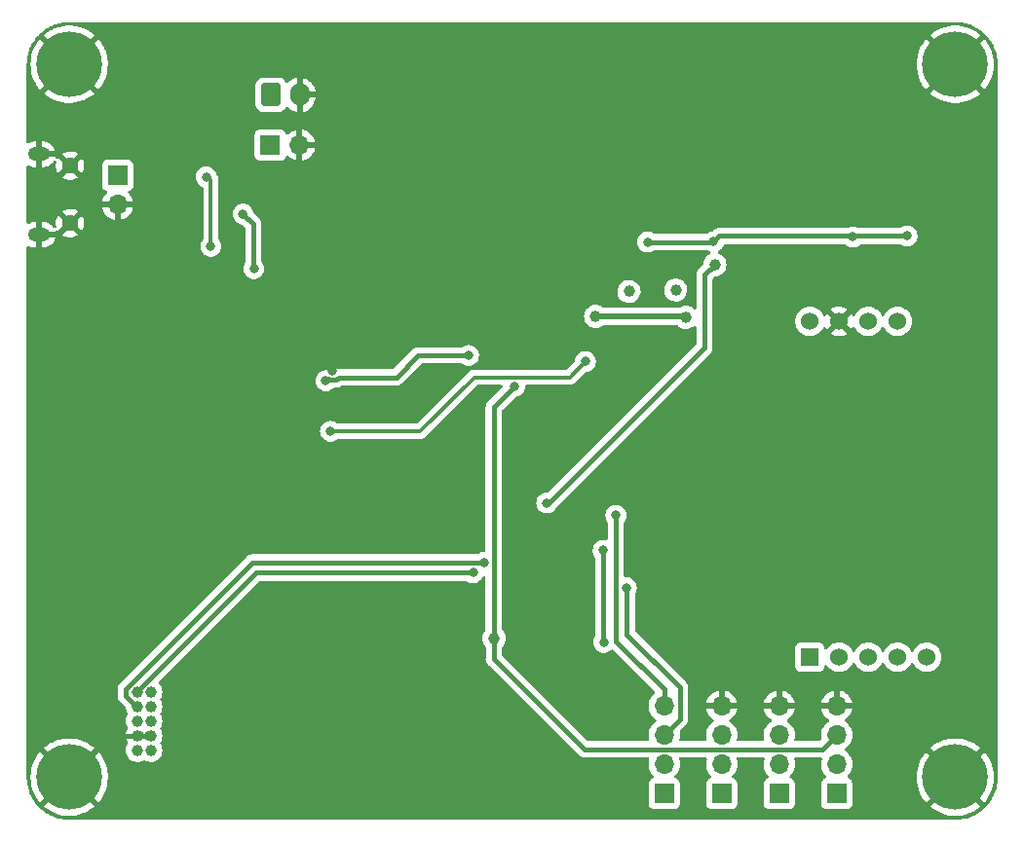
<source format=gbr>
%TF.GenerationSoftware,KiCad,Pcbnew,(5.99.0-8928-gc255dede17)*%
%TF.CreationDate,2021-02-24T20:07:13-08:00*%
%TF.ProjectId,smbpcb,736d6270-6362-42e6-9b69-6361645f7063,rev?*%
%TF.SameCoordinates,Original*%
%TF.FileFunction,Copper,L2,Bot*%
%TF.FilePolarity,Positive*%
%FSLAX46Y46*%
G04 Gerber Fmt 4.6, Leading zero omitted, Abs format (unit mm)*
G04 Created by KiCad (PCBNEW (5.99.0-8928-gc255dede17)) date 2021-02-24 20:07:13*
%MOMM*%
%LPD*%
G01*
G04 APERTURE LIST*
G04 Aperture macros list*
%AMRoundRect*
0 Rectangle with rounded corners*
0 $1 Rounding radius*
0 $2 $3 $4 $5 $6 $7 $8 $9 X,Y pos of 4 corners*
0 Add a 4 corners polygon primitive as box body*
4,1,4,$2,$3,$4,$5,$6,$7,$8,$9,$2,$3,0*
0 Add four circle primitives for the rounded corners*
1,1,$1+$1,$2,$3*
1,1,$1+$1,$4,$5*
1,1,$1+$1,$6,$7*
1,1,$1+$1,$8,$9*
0 Add four rect primitives between the rounded corners*
20,1,$1+$1,$2,$3,$4,$5,0*
20,1,$1+$1,$4,$5,$6,$7,0*
20,1,$1+$1,$6,$7,$8,$9,0*
20,1,$1+$1,$8,$9,$2,$3,0*%
G04 Aperture macros list end*
%TA.AperFunction,ComponentPad*%
%ADD10R,1.700000X1.700000*%
%TD*%
%TA.AperFunction,ComponentPad*%
%ADD11O,1.700000X1.700000*%
%TD*%
%TA.AperFunction,ComponentPad*%
%ADD12R,1.524000X1.524000*%
%TD*%
%TA.AperFunction,ComponentPad*%
%ADD13C,1.524000*%
%TD*%
%TA.AperFunction,ComponentPad*%
%ADD14O,1.900000X1.200000*%
%TD*%
%TA.AperFunction,ComponentPad*%
%ADD15C,1.450000*%
%TD*%
%TA.AperFunction,ComponentPad*%
%ADD16C,1.000000*%
%TD*%
%TA.AperFunction,ComponentPad*%
%ADD17C,5.700000*%
%TD*%
%TA.AperFunction,ComponentPad*%
%ADD18RoundRect,0.250000X-0.600000X-0.750000X0.600000X-0.750000X0.600000X0.750000X-0.600000X0.750000X0*%
%TD*%
%TA.AperFunction,ComponentPad*%
%ADD19O,1.700000X2.000000*%
%TD*%
%TA.AperFunction,ViaPad*%
%ADD20C,0.800000*%
%TD*%
%TA.AperFunction,ViaPad*%
%ADD21C,1.000000*%
%TD*%
%TA.AperFunction,Conductor*%
%ADD22C,0.400000*%
%TD*%
%TA.AperFunction,Conductor*%
%ADD23C,0.300000*%
%TD*%
%TA.AperFunction,Conductor*%
%ADD24C,0.500000*%
%TD*%
G04 APERTURE END LIST*
D10*
%TO.P,EXT_BATT1,1,Pin_1*%
%TO.N,Net-(BT1-Pad1)*%
X50775000Y-39900000D03*
D11*
%TO.P,EXT_BATT1,2,Pin_2*%
%TO.N,GND*%
X53315000Y-39900000D03*
%TD*%
D10*
%TO.P,AUX_CONN2,1,Pin_1*%
%TO.N,SDA*%
X90000000Y-96300000D03*
D11*
%TO.P,AUX_CONN2,2,Pin_2*%
%TO.N,SCL*%
X90000000Y-93760000D03*
%TO.P,AUX_CONN2,3,Pin_3*%
%TO.N,+5V*%
X90000000Y-91220000D03*
%TO.P,AUX_CONN2,4,Pin_4*%
%TO.N,GND*%
X90000000Y-88680000D03*
%TD*%
D12*
%TO.P,U6,1,Vout*%
%TO.N,unconnected-(U6-Pad1)*%
X97655000Y-84437500D03*
D13*
%TO.P,U6,2,RXD*%
%TO.N,Net-(R16-Pad2)*%
X100195000Y-84437500D03*
%TO.P,U6,3,TXD*%
%TO.N,Net-(Q3-Pad3)*%
X102735000Y-84437500D03*
%TO.P,U6,4,SR*%
%TO.N,unconnected-(U6-Pad4)*%
X105275000Y-84437500D03*
%TO.P,U6,5,HD*%
%TO.N,unconnected-(U6-Pad5)*%
X107815000Y-84437500D03*
%TO.P,U6,6,Vin*%
%TO.N,+5V*%
X97655000Y-55227500D03*
%TO.P,U6,7,GND*%
%TO.N,GND*%
X100195000Y-55227500D03*
%TO.P,U6,8,A0T*%
%TO.N,unconnected-(U6-Pad8)*%
X102735000Y-55227500D03*
%TO.P,U6,9,PWM*%
%TO.N,unconnected-(U6-Pad9)*%
X105275000Y-55227500D03*
%TD*%
D14*
%TO.P,J1,6,Shield*%
%TO.N,GND*%
X30662500Y-40700000D03*
X30662500Y-47700000D03*
D15*
X33362500Y-41700000D03*
X33362500Y-46700000D03*
%TD*%
D16*
%TO.P,J2,1,Pin_1*%
%TO.N,+5V*%
X39220000Y-92540000D03*
%TO.P,J2,2,Pin_2*%
X40380000Y-92540000D03*
%TO.P,J2,3,Pin_3*%
%TO.N,GND*%
X39220000Y-91270000D03*
%TO.P,J2,4,Pin_4*%
X40380000Y-91270000D03*
%TO.P,J2,5,Pin_5*%
%TO.N,Net-(J2-Pad5)*%
X39220000Y-90000000D03*
%TO.P,J2,6,Pin_6*%
%TO.N,unconnected-(J2-Pad6)*%
X40380000Y-90000000D03*
%TO.P,J2,7,Pin_7*%
%TO.N,ESP_RX2*%
X39220000Y-88730000D03*
%TO.P,J2,8,Pin_8*%
%TO.N,unconnected-(J2-Pad8)*%
X40380000Y-88730000D03*
%TO.P,J2,9,Pin_9*%
%TO.N,ESP_TX2*%
X39220000Y-87460000D03*
%TO.P,J2,10,Pin_10*%
%TO.N,Net-(J2-Pad10)*%
X40380000Y-87460000D03*
%TD*%
D17*
%TO.P,,1*%
%TO.N,GND*%
X33295000Y-94885000D03*
%TD*%
D10*
%TO.P,5V_IN1,1,Pin_1*%
%TO.N,Net-(5V_IN1-Pad1)*%
X37500000Y-42525000D03*
D11*
%TO.P,5V_IN1,2,Pin_2*%
%TO.N,GND*%
X37500000Y-45065000D03*
%TD*%
D17*
%TO.P,REF\u002A\u002A,1*%
%TO.N,GND*%
X110295000Y-32885000D03*
%TD*%
D10*
%TO.P,AUX_CONN1,1,Pin_1*%
%TO.N,SDA*%
X85000000Y-96300000D03*
D11*
%TO.P,AUX_CONN1,2,Pin_2*%
%TO.N,SCL*%
X85000000Y-93760000D03*
%TO.P,AUX_CONN1,3,Pin_3*%
%TO.N,ESP_TX0*%
X85000000Y-91220000D03*
%TO.P,AUX_CONN1,4,Pin_4*%
%TO.N,ESP_RX0*%
X85000000Y-88680000D03*
%TD*%
D17*
%TO.P,MOUNT4,1*%
%TO.N,GND*%
X110295000Y-94885000D03*
%TD*%
D18*
%TO.P,BT1,1,+*%
%TO.N,Net-(BT1-Pad1)*%
X50845000Y-35532500D03*
D19*
%TO.P,BT1,2,-*%
%TO.N,GND*%
X53345000Y-35532500D03*
%TD*%
D17*
%TO.P,REF\u002A\u002A,1*%
%TO.N,GND*%
X33295000Y-32885000D03*
%TD*%
D10*
%TO.P,AUX_CONN3,1,Pin_1*%
%TO.N,SDA*%
X95000000Y-96300000D03*
D11*
%TO.P,AUX_CONN3,2,Pin_2*%
%TO.N,SCL*%
X95000000Y-93760000D03*
%TO.P,AUX_CONN3,3,Pin_3*%
%TO.N,+5V*%
X95000000Y-91220000D03*
%TO.P,AUX_CONN3,4,Pin_4*%
%TO.N,GND*%
X95000000Y-88680000D03*
%TD*%
D10*
%TO.P,AUX_CONN4,1,Pin_1*%
%TO.N,SDA*%
X100000000Y-96300000D03*
D11*
%TO.P,AUX_CONN4,2,Pin_2*%
%TO.N,SCL*%
X100000000Y-93760000D03*
%TO.P,AUX_CONN4,3,Pin_3*%
%TO.N,+3V3*%
X100000000Y-91220000D03*
%TO.P,AUX_CONN4,4,Pin_4*%
%TO.N,GND*%
X100000000Y-88680000D03*
%TD*%
D20*
%TO.N,GND*%
X68500000Y-61900000D03*
X76800000Y-79000000D03*
X43800000Y-47700000D03*
X48200000Y-69400000D03*
X82342000Y-75940000D03*
X86400000Y-81400000D03*
X104100000Y-46400000D03*
X59100000Y-57100000D03*
X56180000Y-59557000D03*
X73525000Y-45925000D03*
X82400000Y-87400000D03*
X80750000Y-59800000D03*
D21*
X57700000Y-45700000D03*
%TO.N,+3V3*%
X81940000Y-52640000D03*
D20*
X89300000Y-48300000D03*
X83545000Y-48335000D03*
X71995000Y-60885000D03*
X101400000Y-47900000D03*
D21*
X70200000Y-82800000D03*
D20*
X106100000Y-47800000D03*
D21*
%TO.N,+5V*%
X86895000Y-54885000D03*
X79045000Y-54810000D03*
%TO.N,SCL*%
X89400000Y-50300000D03*
D20*
X74798200Y-71037800D03*
D21*
%TO.N,SDA*%
X86000000Y-52500000D03*
D20*
%TO.N,EN*%
X78145000Y-58735000D03*
X56000000Y-64800000D03*
%TO.N,NO2*%
X68000000Y-58200000D03*
X55600000Y-60400000D03*
%TO.N,ESP_RX0*%
X80800000Y-72100000D03*
%TO.N,ESP_TX0*%
X81700000Y-78400000D03*
%TO.N,ESP_TX1*%
X79750000Y-83150000D03*
X79700000Y-75150000D03*
%TO.N,ESP_RX2*%
X69400000Y-76200000D03*
%TO.N,ESP_TX2*%
X68400000Y-77100000D03*
%TO.N,Net-(C1-Pad1)*%
X45205400Y-42674600D03*
X45600000Y-48700000D03*
%TO.N,Net-(BT1-Pad1)*%
X49345600Y-50644600D03*
X48400000Y-45900000D03*
%TD*%
D22*
%TO.N,GND*%
X39220000Y-91270000D02*
X36910000Y-91270000D01*
X40380000Y-91270000D02*
X39220000Y-91270000D01*
D23*
X68421010Y-61978990D02*
X68500000Y-61900000D01*
D22*
X36910000Y-91270000D02*
X33295000Y-94885000D01*
%TO.N,+3V3*%
X70200000Y-82800000D02*
X70200000Y-84590000D01*
X89300000Y-48300000D02*
X89800000Y-47800000D01*
X70200000Y-84590000D02*
X78060000Y-92450000D01*
X106100000Y-47800000D02*
X101500000Y-47800000D01*
X89300000Y-48300000D02*
X89265000Y-48335000D01*
X70195000Y-82795000D02*
X70195000Y-62685000D01*
X85345000Y-48335000D02*
X83545000Y-48335000D01*
X98770000Y-92450000D02*
X100000000Y-91220000D01*
X70195000Y-62685000D02*
X71995000Y-60885000D01*
X101300000Y-47800000D02*
X101400000Y-47900000D01*
X89265000Y-48335000D02*
X85345000Y-48335000D01*
X78060000Y-92450000D02*
X98770000Y-92450000D01*
X85545000Y-48335000D02*
X85345000Y-48335000D01*
X83645000Y-48235000D02*
X83545000Y-48335000D01*
X89800000Y-47800000D02*
X101300000Y-47800000D01*
X70200000Y-82800000D02*
X70195000Y-82795000D01*
X101500000Y-47800000D02*
X101400000Y-47900000D01*
D24*
%TO.N,+5V*%
X79045000Y-54810000D02*
X86820000Y-54810000D01*
D22*
X86820000Y-54810000D02*
X86895000Y-54885000D01*
%TO.N,SCL*%
X88500000Y-57500000D02*
X74962200Y-71037800D01*
X74962200Y-71037800D02*
X74798200Y-71037800D01*
X88500000Y-51200000D02*
X88500000Y-57500000D01*
X89400000Y-50300000D02*
X88500000Y-51200000D01*
D23*
%TO.N,EN*%
X76780000Y-60100000D02*
X78145000Y-58735000D01*
X63780000Y-64800000D02*
X68480000Y-60100000D01*
X56000000Y-64800000D02*
X63780000Y-64800000D01*
X68480000Y-60100000D02*
X76780000Y-60100000D01*
D22*
%TO.N,NO2*%
X61700000Y-60100000D02*
X56712977Y-60100000D01*
X68000000Y-58200000D02*
X63600000Y-58200000D01*
X55773511Y-60226489D02*
X55600000Y-60400000D01*
X56528966Y-60284011D02*
X55831034Y-60284011D01*
X63600000Y-58200000D02*
X61700000Y-60100000D01*
X55831034Y-60284011D02*
X55773511Y-60226489D01*
X56712977Y-60100000D02*
X56528966Y-60284011D01*
%TO.N,ESP_RX0*%
X80800000Y-83050000D02*
X85000000Y-87250000D01*
X85000000Y-87250000D02*
X85000000Y-88680000D01*
X80800000Y-72100000D02*
X80800000Y-83050000D01*
%TO.N,ESP_TX0*%
X81750000Y-78450000D02*
X81750000Y-82450000D01*
X86350000Y-89870000D02*
X85000000Y-91220000D01*
X86350000Y-87050000D02*
X86350000Y-89870000D01*
X85000000Y-91000000D02*
X85000000Y-91220000D01*
X81700000Y-78400000D02*
X81750000Y-78450000D01*
X81750000Y-82450000D02*
X86350000Y-87050000D01*
%TO.N,ESP_TX1*%
X79695000Y-83095000D02*
X79695000Y-75155000D01*
X79695000Y-75155000D02*
X79700000Y-75150000D01*
X79750000Y-83150000D02*
X79695000Y-83095000D01*
%TO.N,ESP_RX2*%
X49200000Y-76200000D02*
X38200000Y-87200000D01*
X69400000Y-76200000D02*
X49200000Y-76200000D01*
X39130000Y-88730000D02*
X39220000Y-88730000D01*
X38200000Y-87200000D02*
X38200000Y-87800000D01*
X38200000Y-87800000D02*
X39130000Y-88730000D01*
%TO.N,ESP_TX2*%
X68400000Y-77100000D02*
X49516023Y-77100000D01*
X39220000Y-87260000D02*
X39220000Y-87460000D01*
X49516023Y-77100000D02*
X39552989Y-87063034D01*
D23*
%TO.N,Net-(C1-Pad1)*%
X45600000Y-48700000D02*
X45600000Y-42911200D01*
X45600000Y-42911200D02*
X45205400Y-42516600D01*
D22*
%TO.N,Net-(BT1-Pad1)*%
X49300000Y-46800000D02*
X49300000Y-50599000D01*
X48400000Y-45900000D02*
X49300000Y-46800000D01*
X49300000Y-50599000D02*
X49345600Y-50644600D01*
%TD*%
%TA.AperFunction,Conductor*%
%TO.N,GND*%
G36*
X110234204Y-29194751D02*
G01*
X110245636Y-29196677D01*
X110245652Y-29196678D01*
X110250440Y-29197485D01*
X110413313Y-29199509D01*
X110417894Y-29199649D01*
X110507372Y-29204045D01*
X110512280Y-29204286D01*
X110518444Y-29204741D01*
X110589357Y-29211725D01*
X110793841Y-29231866D01*
X110799977Y-29232623D01*
X110842260Y-29238895D01*
X110872008Y-29243307D01*
X110878069Y-29244359D01*
X111149503Y-29298350D01*
X111155533Y-29299704D01*
X111226189Y-29317403D01*
X111232149Y-29319053D01*
X111496948Y-29399379D01*
X111502819Y-29401318D01*
X111545451Y-29416571D01*
X111571366Y-29425844D01*
X111577112Y-29428060D01*
X111832817Y-29533977D01*
X111838471Y-29536484D01*
X111904287Y-29567613D01*
X111909811Y-29570393D01*
X112153894Y-29700859D01*
X112159215Y-29703873D01*
X112221689Y-29741318D01*
X112226897Y-29744616D01*
X112392734Y-29855424D01*
X112457014Y-29898375D01*
X112462070Y-29901936D01*
X112520542Y-29945302D01*
X112525418Y-29949107D01*
X112739361Y-30124686D01*
X112744043Y-30128725D01*
X112797971Y-30177602D01*
X112802450Y-30181867D01*
X112998132Y-30377549D01*
X113002397Y-30382028D01*
X113051288Y-30435971D01*
X113055327Y-30440654D01*
X113230883Y-30654570D01*
X113234688Y-30659445D01*
X113278062Y-30717928D01*
X113281623Y-30722984D01*
X113384644Y-30877164D01*
X113435372Y-30953084D01*
X113438681Y-30958310D01*
X113476114Y-31020764D01*
X113479162Y-31026144D01*
X113609610Y-31270197D01*
X113612390Y-31275720D01*
X113621772Y-31295556D01*
X113643532Y-31341565D01*
X113646014Y-31347164D01*
X113751923Y-31602848D01*
X113754141Y-31608597D01*
X113778685Y-31677192D01*
X113780624Y-31683064D01*
X113860945Y-31947846D01*
X113862595Y-31953806D01*
X113880297Y-32024474D01*
X113881652Y-32030509D01*
X113921006Y-32228353D01*
X113935636Y-32301905D01*
X113936693Y-32307998D01*
X113947378Y-32380032D01*
X113948135Y-32386170D01*
X113975259Y-32661567D01*
X113975714Y-32667728D01*
X113980350Y-32762104D01*
X113980490Y-32766650D01*
X113981772Y-32869862D01*
X113982315Y-32913537D01*
X113982473Y-32926284D01*
X113983164Y-32930713D01*
X113985496Y-32945671D01*
X113987000Y-32965083D01*
X113987000Y-94803267D01*
X113985249Y-94824197D01*
X113983322Y-94835635D01*
X113983321Y-94835651D01*
X113982514Y-94840439D01*
X113980490Y-95003341D01*
X113980350Y-95007900D01*
X113975714Y-95102267D01*
X113975714Y-95102272D01*
X113975260Y-95108429D01*
X113948136Y-95383816D01*
X113948135Y-95383829D01*
X113947379Y-95389958D01*
X113938807Y-95447750D01*
X113936691Y-95462012D01*
X113935634Y-95468106D01*
X113881654Y-95739478D01*
X113880299Y-95745512D01*
X113862599Y-95816174D01*
X113860950Y-95822134D01*
X113780621Y-96086945D01*
X113778683Y-96092810D01*
X113754138Y-96161410D01*
X113751937Y-96167115D01*
X113646024Y-96422813D01*
X113643517Y-96428468D01*
X113612393Y-96494273D01*
X113609613Y-96499796D01*
X113479163Y-96743850D01*
X113476116Y-96749229D01*
X113438669Y-96811708D01*
X113435370Y-96816917D01*
X113281632Y-97047003D01*
X113278072Y-97052058D01*
X113266452Y-97067726D01*
X113234678Y-97110568D01*
X113230879Y-97115435D01*
X113078184Y-97301495D01*
X113055344Y-97329326D01*
X113051305Y-97334009D01*
X113002394Y-97387974D01*
X112998129Y-97392453D01*
X112802454Y-97588128D01*
X112797975Y-97592393D01*
X112744023Y-97641292D01*
X112739341Y-97645331D01*
X112525435Y-97820879D01*
X112520577Y-97824671D01*
X112462029Y-97868093D01*
X112457019Y-97871621D01*
X112226905Y-98025377D01*
X112221707Y-98028669D01*
X112159231Y-98066116D01*
X112153898Y-98069138D01*
X111909799Y-98199611D01*
X111904274Y-98202392D01*
X111838469Y-98233515D01*
X111832816Y-98236021D01*
X111577144Y-98341924D01*
X111571375Y-98344149D01*
X111502797Y-98368687D01*
X111496947Y-98370620D01*
X111232152Y-98450945D01*
X111226198Y-98452593D01*
X111155524Y-98470295D01*
X111149492Y-98471650D01*
X110981251Y-98505116D01*
X110878099Y-98525634D01*
X110872018Y-98526689D01*
X110799943Y-98537380D01*
X110793835Y-98538134D01*
X110540653Y-98563070D01*
X110518434Y-98565258D01*
X110512267Y-98565713D01*
X110506229Y-98566010D01*
X110417897Y-98570349D01*
X110413351Y-98570489D01*
X110300845Y-98571887D01*
X110258204Y-98572416D01*
X110258200Y-98572416D01*
X110253717Y-98572472D01*
X110234328Y-98575495D01*
X110214918Y-98576999D01*
X72083556Y-98576999D01*
X33528268Y-98577000D01*
X33376733Y-98577000D01*
X33355803Y-98575249D01*
X33344365Y-98573322D01*
X33344349Y-98573321D01*
X33339561Y-98572514D01*
X33176659Y-98570490D01*
X33172100Y-98570350D01*
X33077718Y-98565713D01*
X33071571Y-98565260D01*
X32796164Y-98538134D01*
X32790042Y-98537379D01*
X32717978Y-98526689D01*
X32711905Y-98525636D01*
X32632055Y-98509753D01*
X32440522Y-98471654D01*
X32434488Y-98470299D01*
X32363826Y-98452599D01*
X32357866Y-98450950D01*
X32122052Y-98379417D01*
X32093049Y-98370619D01*
X32087184Y-98368681D01*
X32018590Y-98344138D01*
X32012885Y-98341937D01*
X31757180Y-98236021D01*
X31751532Y-98233517D01*
X31685727Y-98202393D01*
X31680204Y-98199613D01*
X31436150Y-98069163D01*
X31430771Y-98066116D01*
X31368292Y-98028669D01*
X31363079Y-98025368D01*
X31132994Y-97871630D01*
X31127941Y-97868071D01*
X31127938Y-97868069D01*
X31069424Y-97824671D01*
X31064557Y-97820873D01*
X30939874Y-97718548D01*
X30850668Y-97645339D01*
X30845991Y-97641305D01*
X30843402Y-97638958D01*
X30792025Y-97592393D01*
X30787547Y-97588129D01*
X30636211Y-97436793D01*
X31108747Y-97436793D01*
X31108823Y-97437863D01*
X31112008Y-97442697D01*
X31392304Y-97657776D01*
X31397934Y-97661631D01*
X31702897Y-97847052D01*
X31708899Y-97850270D01*
X32032114Y-98001674D01*
X32038419Y-98004222D01*
X32376099Y-98119836D01*
X32382650Y-98121689D01*
X32730827Y-98200154D01*
X32737546Y-98201291D01*
X33092170Y-98241696D01*
X33098960Y-98242099D01*
X33455869Y-98243967D01*
X33462670Y-98243635D01*
X33817697Y-98206947D01*
X33824425Y-98205881D01*
X34173419Y-98131062D01*
X34179968Y-98129283D01*
X34518845Y-98017211D01*
X34525187Y-98014725D01*
X34849949Y-97866723D01*
X34856008Y-97863556D01*
X35162888Y-97681343D01*
X35168552Y-97677551D01*
X35453962Y-97463259D01*
X35459188Y-97458874D01*
X35472037Y-97446850D01*
X35480105Y-97433172D01*
X35480077Y-97432446D01*
X35474935Y-97424145D01*
X33307812Y-95257022D01*
X33293868Y-95249408D01*
X33292035Y-95249539D01*
X33285420Y-95253790D01*
X31116361Y-97422849D01*
X31108747Y-97436793D01*
X30636211Y-97436793D01*
X30591872Y-97392454D01*
X30587607Y-97387975D01*
X30538708Y-97334023D01*
X30534669Y-97329341D01*
X30518439Y-97309564D01*
X30359121Y-97115435D01*
X30355329Y-97110577D01*
X30311907Y-97052029D01*
X30308370Y-97047006D01*
X30232936Y-96934110D01*
X30154623Y-96816905D01*
X30151324Y-96811696D01*
X30113875Y-96749216D01*
X30110862Y-96743898D01*
X29980387Y-96499795D01*
X29977608Y-96494274D01*
X29946485Y-96428469D01*
X29943979Y-96422816D01*
X29838076Y-96167144D01*
X29835851Y-96161375D01*
X29811313Y-96092797D01*
X29809380Y-96086945D01*
X29729055Y-95822152D01*
X29727407Y-95816198D01*
X29709705Y-95745524D01*
X29708350Y-95739492D01*
X29654368Y-95468111D01*
X29653311Y-95462018D01*
X29651863Y-95452257D01*
X29642620Y-95389943D01*
X29641864Y-95383816D01*
X29640547Y-95370438D01*
X29614742Y-95108434D01*
X29614287Y-95102267D01*
X29614076Y-95097973D01*
X29609651Y-95007896D01*
X29609511Y-95003351D01*
X29607937Y-94876657D01*
X29932192Y-94876657D01*
X29950251Y-95233134D01*
X29950961Y-95239890D01*
X30007411Y-95592319D01*
X30008850Y-95598974D01*
X30103030Y-95943237D01*
X30105179Y-95949698D01*
X30235991Y-96281784D01*
X30238822Y-96287967D01*
X30404734Y-96603984D01*
X30408217Y-96609826D01*
X30607292Y-96906081D01*
X30611385Y-96911511D01*
X30735892Y-97059369D01*
X30748631Y-97067813D01*
X30759074Y-97061716D01*
X32922978Y-94897812D01*
X32929356Y-94886132D01*
X33659408Y-94886132D01*
X33659539Y-94887965D01*
X33663790Y-94894580D01*
X35829511Y-97060301D01*
X35843108Y-97067726D01*
X35852717Y-97061029D01*
X35957251Y-96939498D01*
X35961400Y-96934110D01*
X36163561Y-96639964D01*
X36167108Y-96634153D01*
X36336311Y-96319908D01*
X36339218Y-96313730D01*
X36473499Y-95983038D01*
X36475713Y-95976608D01*
X36573493Y-95633346D01*
X36575000Y-95626716D01*
X36635141Y-95274881D01*
X36635921Y-95268141D01*
X36657808Y-94910275D01*
X36657924Y-94906673D01*
X36657994Y-94886820D01*
X36657902Y-94883193D01*
X36638514Y-94525200D01*
X36637779Y-94518434D01*
X36580101Y-94166218D01*
X36578634Y-94159546D01*
X36483258Y-93815634D01*
X36481084Y-93809170D01*
X36349115Y-93477547D01*
X36346259Y-93471367D01*
X36179249Y-93155939D01*
X36175749Y-93150114D01*
X35975637Y-92854550D01*
X35971523Y-92849130D01*
X35854089Y-92710656D01*
X35841263Y-92702219D01*
X35830938Y-92708272D01*
X33667022Y-94872188D01*
X33659408Y-94886132D01*
X32929356Y-94886132D01*
X32930592Y-94883868D01*
X32930461Y-94882035D01*
X32926210Y-94875420D01*
X30760479Y-92709689D01*
X30746942Y-92702297D01*
X30737241Y-92709084D01*
X30625595Y-92839806D01*
X30621461Y-92845214D01*
X30420336Y-93140051D01*
X30416801Y-93145888D01*
X30248694Y-93460725D01*
X30245813Y-93466904D01*
X30112689Y-93798060D01*
X30110498Y-93804495D01*
X30013913Y-94148106D01*
X30012430Y-94154742D01*
X29953521Y-94506765D01*
X29952762Y-94513537D01*
X29932216Y-94869862D01*
X29932192Y-94876657D01*
X29607937Y-94876657D01*
X29607853Y-94869862D01*
X29607584Y-94848204D01*
X29607584Y-94848200D01*
X29607528Y-94843717D01*
X29604504Y-94824323D01*
X29603000Y-94804911D01*
X29603000Y-92336446D01*
X31109532Y-92336446D01*
X31109567Y-92337286D01*
X31114618Y-92345408D01*
X33282188Y-94512978D01*
X33296132Y-94520592D01*
X33297965Y-94520461D01*
X33304580Y-94516210D01*
X35473214Y-92347576D01*
X35480828Y-92333632D01*
X35480760Y-92332677D01*
X35475817Y-92325202D01*
X35471915Y-92321881D01*
X35187993Y-92105590D01*
X35182369Y-92101768D01*
X34876755Y-91917409D01*
X34870738Y-91914210D01*
X34547006Y-91763939D01*
X34540670Y-91761405D01*
X34202612Y-91646979D01*
X34196044Y-91645145D01*
X33847606Y-91567899D01*
X33840867Y-91566783D01*
X33486109Y-91527617D01*
X33479328Y-91527238D01*
X33122391Y-91526615D01*
X33115618Y-91526970D01*
X32760704Y-91564899D01*
X32753994Y-91565986D01*
X32405271Y-91642020D01*
X32398696Y-91643831D01*
X32060225Y-91757082D01*
X32053903Y-91759585D01*
X31729649Y-91908725D01*
X31723606Y-91911911D01*
X31417362Y-92095195D01*
X31411716Y-92099003D01*
X31127038Y-92314303D01*
X31121848Y-92318690D01*
X31117555Y-92322735D01*
X31109532Y-92336446D01*
X29603000Y-92336446D01*
X29603000Y-87837342D01*
X37487477Y-87837342D01*
X37498461Y-87900273D01*
X37499421Y-87906766D01*
X37507096Y-87970194D01*
X37509781Y-87977298D01*
X37510418Y-87979893D01*
X37514872Y-87996175D01*
X37515648Y-87998745D01*
X37516953Y-88006224D01*
X37520004Y-88013175D01*
X37520006Y-88013181D01*
X37542624Y-88064705D01*
X37545117Y-88070814D01*
X37559198Y-88108077D01*
X37567694Y-88130562D01*
X37572000Y-88136827D01*
X37573250Y-88139218D01*
X37581433Y-88153920D01*
X37582807Y-88156243D01*
X37585861Y-88163201D01*
X37590486Y-88169228D01*
X37590488Y-88169232D01*
X37624746Y-88213878D01*
X37628615Y-88219203D01*
X37664796Y-88271846D01*
X37670466Y-88276898D01*
X37670467Y-88276899D01*
X37708682Y-88310947D01*
X37713958Y-88315928D01*
X38182493Y-88784463D01*
X38216519Y-88846775D01*
X38218956Y-88863014D01*
X38223150Y-88912956D01*
X38277672Y-89103094D01*
X38308026Y-89162156D01*
X38339198Y-89222810D01*
X38368086Y-89279021D01*
X38371911Y-89283847D01*
X38373689Y-89286090D01*
X38374250Y-89287475D01*
X38375251Y-89289029D01*
X38374956Y-89289219D01*
X38400325Y-89351901D01*
X38387153Y-89421665D01*
X38383743Y-89427404D01*
X38383747Y-89427406D01*
X38288456Y-89600740D01*
X38286595Y-89606607D01*
X38286594Y-89606609D01*
X38235103Y-89768929D01*
X38228647Y-89789282D01*
X38206599Y-89985849D01*
X38223150Y-90182956D01*
X38247942Y-90269415D01*
X38275531Y-90365626D01*
X38277672Y-90373094D01*
X38368086Y-90549021D01*
X38371910Y-90553846D01*
X38371918Y-90553858D01*
X38374017Y-90556506D01*
X38374679Y-90558141D01*
X38375251Y-90559029D01*
X38375082Y-90559138D01*
X38400651Y-90622317D01*
X38387476Y-90692081D01*
X38384147Y-90697681D01*
X38384160Y-90697688D01*
X38291882Y-90865542D01*
X38287054Y-90876806D01*
X38230998Y-91053516D01*
X38228450Y-91065503D01*
X38207786Y-91249731D01*
X38207615Y-91262000D01*
X38223126Y-91446725D01*
X38225341Y-91458790D01*
X38276436Y-91636983D01*
X38280955Y-91648395D01*
X38365688Y-91813268D01*
X38372330Y-91823573D01*
X38373977Y-91825651D01*
X38374497Y-91826936D01*
X38375672Y-91828759D01*
X38375326Y-91828982D01*
X38400619Y-91891460D01*
X38387453Y-91961225D01*
X38383857Y-91967275D01*
X38383747Y-91967406D01*
X38288456Y-92140740D01*
X38228647Y-92329282D01*
X38206599Y-92525849D01*
X38223150Y-92722956D01*
X38227693Y-92738799D01*
X38275531Y-92905626D01*
X38277672Y-92913094D01*
X38368086Y-93089021D01*
X38490949Y-93244036D01*
X38495636Y-93248025D01*
X38495639Y-93248028D01*
X38565046Y-93307098D01*
X38641582Y-93372235D01*
X38646960Y-93375241D01*
X38646962Y-93375242D01*
X38808866Y-93465727D01*
X38814246Y-93468734D01*
X39002366Y-93529857D01*
X39198775Y-93553278D01*
X39204910Y-93552806D01*
X39204912Y-93552806D01*
X39389850Y-93538576D01*
X39389854Y-93538575D01*
X39395992Y-93538103D01*
X39586507Y-93484910D01*
X39635733Y-93460044D01*
X39745573Y-93404560D01*
X39815396Y-93391700D01*
X39863855Y-93407038D01*
X39974246Y-93468734D01*
X40162366Y-93529857D01*
X40358775Y-93553278D01*
X40364910Y-93552806D01*
X40364912Y-93552806D01*
X40549850Y-93538576D01*
X40549854Y-93538575D01*
X40555992Y-93538103D01*
X40746507Y-93484910D01*
X40923060Y-93395726D01*
X40949279Y-93375242D01*
X41074073Y-93277742D01*
X41078929Y-93273948D01*
X41103749Y-93245194D01*
X41204147Y-93128882D01*
X41204148Y-93128880D01*
X41208176Y-93124214D01*
X41305878Y-92952228D01*
X41368314Y-92764539D01*
X41393105Y-92568299D01*
X41393500Y-92540000D01*
X41374198Y-92343143D01*
X41317027Y-92153785D01*
X41224166Y-91979138D01*
X41220268Y-91974358D01*
X41219548Y-91973275D01*
X41198508Y-91905467D01*
X41214937Y-91841306D01*
X41302374Y-91687389D01*
X41307370Y-91676167D01*
X41365878Y-91500285D01*
X41368599Y-91488307D01*
X41392162Y-91301789D01*
X41392654Y-91294760D01*
X41392951Y-91273505D01*
X41392658Y-91266512D01*
X41374309Y-91079374D01*
X41371926Y-91067339D01*
X41318346Y-90889876D01*
X41313671Y-90878534D01*
X41226645Y-90714862D01*
X41219575Y-90704219D01*
X41198540Y-90636410D01*
X41214969Y-90572257D01*
X41302831Y-90417591D01*
X41305878Y-90412228D01*
X41368314Y-90224539D01*
X41393105Y-90028299D01*
X41393500Y-90000000D01*
X41374198Y-89803143D01*
X41317027Y-89613785D01*
X41224166Y-89439138D01*
X41220268Y-89434359D01*
X41219857Y-89433740D01*
X41198816Y-89365933D01*
X41215245Y-89301770D01*
X41223366Y-89287475D01*
X41305878Y-89142228D01*
X41368314Y-88954539D01*
X41393105Y-88758299D01*
X41393500Y-88730000D01*
X41374198Y-88533143D01*
X41317027Y-88343785D01*
X41224166Y-88169138D01*
X41220268Y-88164359D01*
X41219857Y-88163740D01*
X41198816Y-88095933D01*
X41215245Y-88031770D01*
X41235466Y-87996175D01*
X41305878Y-87872228D01*
X41368314Y-87684539D01*
X41393105Y-87488299D01*
X41393500Y-87460000D01*
X41374198Y-87263143D01*
X41317027Y-87073785D01*
X41224166Y-86899138D01*
X41124988Y-86777533D01*
X41103045Y-86750628D01*
X41103042Y-86750625D01*
X41099150Y-86745853D01*
X41081609Y-86731342D01*
X41041872Y-86672510D01*
X41040249Y-86601532D01*
X41072830Y-86545163D01*
X49772588Y-77845405D01*
X49834900Y-77811379D01*
X49861683Y-77808500D01*
X67788601Y-77808500D01*
X67862661Y-77832563D01*
X67943250Y-77891114D01*
X67949278Y-77893798D01*
X67949280Y-77893799D01*
X68111682Y-77966105D01*
X68117713Y-77968790D01*
X68211113Y-77988643D01*
X68298056Y-78007124D01*
X68298061Y-78007124D01*
X68304513Y-78008496D01*
X68495487Y-78008496D01*
X68501939Y-78007124D01*
X68501944Y-78007124D01*
X68588887Y-77988643D01*
X68682287Y-77968790D01*
X68688318Y-77966105D01*
X68850720Y-77893799D01*
X68850722Y-77893798D01*
X68856750Y-77891114D01*
X68895366Y-77863058D01*
X69005907Y-77782746D01*
X69005909Y-77782744D01*
X69011251Y-77778863D01*
X69139037Y-77636942D01*
X69234524Y-77471554D01*
X69240667Y-77452646D01*
X69280741Y-77394042D01*
X69346137Y-77366405D01*
X69416094Y-77378512D01*
X69468400Y-77426518D01*
X69486500Y-77491584D01*
X69486500Y-82035254D01*
X69466498Y-82103375D01*
X69457022Y-82116245D01*
X69363747Y-82227406D01*
X69360783Y-82232798D01*
X69360780Y-82232802D01*
X69283031Y-82374227D01*
X69268456Y-82400740D01*
X69208647Y-82589282D01*
X69186599Y-82785849D01*
X69203150Y-82982956D01*
X69204848Y-82988876D01*
X69254865Y-83163304D01*
X69257672Y-83173094D01*
X69301885Y-83259124D01*
X69343054Y-83339229D01*
X69348086Y-83349021D01*
X69464247Y-83495580D01*
X69490883Y-83561388D01*
X69491500Y-83573842D01*
X69491500Y-84564047D01*
X69491208Y-84572617D01*
X69487477Y-84627342D01*
X69498461Y-84690273D01*
X69499421Y-84696766D01*
X69507096Y-84760194D01*
X69509781Y-84767298D01*
X69510418Y-84769893D01*
X69514872Y-84786175D01*
X69515648Y-84788745D01*
X69516953Y-84796224D01*
X69520004Y-84803175D01*
X69520006Y-84803181D01*
X69542624Y-84854705D01*
X69545117Y-84860814D01*
X69567694Y-84920562D01*
X69572000Y-84926827D01*
X69573250Y-84929218D01*
X69581433Y-84943920D01*
X69582807Y-84946243D01*
X69585861Y-84953201D01*
X69590486Y-84959228D01*
X69590488Y-84959232D01*
X69624746Y-85003878D01*
X69628615Y-85009203D01*
X69664796Y-85061846D01*
X69670466Y-85066898D01*
X69670467Y-85066899D01*
X69708682Y-85100947D01*
X69713958Y-85105928D01*
X77540659Y-92932629D01*
X77546512Y-92938894D01*
X77582575Y-92980234D01*
X77634867Y-93016986D01*
X77640091Y-93020865D01*
X77690388Y-93060303D01*
X77697309Y-93063428D01*
X77699599Y-93064815D01*
X77714253Y-93073173D01*
X77716621Y-93074443D01*
X77722835Y-93078810D01*
X77729911Y-93081569D01*
X77729913Y-93081570D01*
X77782339Y-93102010D01*
X77788418Y-93104565D01*
X77846635Y-93130851D01*
X77854108Y-93132236D01*
X77856683Y-93133043D01*
X77872860Y-93137651D01*
X77875481Y-93138324D01*
X77882560Y-93141084D01*
X77890093Y-93142076D01*
X77890094Y-93142076D01*
X77910105Y-93144710D01*
X77945889Y-93149421D01*
X77952387Y-93150451D01*
X78015199Y-93162092D01*
X78022779Y-93161655D01*
X78022780Y-93161655D01*
X78073874Y-93158709D01*
X78081127Y-93158500D01*
X83593201Y-93158500D01*
X83661322Y-93178502D01*
X83707815Y-93232158D01*
X83717919Y-93302432D01*
X83711640Y-93327490D01*
X83688334Y-93391700D01*
X83683578Y-93404802D01*
X83682629Y-93410051D01*
X83682628Y-93410054D01*
X83656861Y-93552549D01*
X83642551Y-93631683D01*
X83642500Y-93637023D01*
X83641097Y-93783210D01*
X83640338Y-93862233D01*
X83677002Y-94089861D01*
X83751494Y-94308056D01*
X83861685Y-94510580D01*
X84004424Y-94691644D01*
X84064034Y-94745411D01*
X84101219Y-94805888D01*
X84099805Y-94876871D01*
X84060240Y-94935821D01*
X84015138Y-94959868D01*
X83945330Y-94980365D01*
X83945328Y-94980366D01*
X83936684Y-94982904D01*
X83929105Y-94987775D01*
X83821309Y-95057051D01*
X83821306Y-95057053D01*
X83813729Y-95061923D01*
X83807828Y-95068733D01*
X83723918Y-95165569D01*
X83723916Y-95165572D01*
X83718016Y-95172381D01*
X83714272Y-95180579D01*
X83687186Y-95239890D01*
X83657300Y-95305330D01*
X83656018Y-95314245D01*
X83656018Y-95314246D01*
X83637139Y-95445552D01*
X83637138Y-95445559D01*
X83636500Y-95450000D01*
X83636500Y-97150000D01*
X83641727Y-97223079D01*
X83643631Y-97229562D01*
X83674751Y-97335548D01*
X83682904Y-97363316D01*
X83687775Y-97370895D01*
X83757051Y-97478691D01*
X83757053Y-97478694D01*
X83761923Y-97486271D01*
X83768733Y-97492172D01*
X83865569Y-97576082D01*
X83865572Y-97576084D01*
X83872381Y-97581984D01*
X83880579Y-97585728D01*
X83885837Y-97588129D01*
X84005330Y-97642700D01*
X84014245Y-97643982D01*
X84014246Y-97643982D01*
X84145552Y-97662861D01*
X84145559Y-97662862D01*
X84150000Y-97663500D01*
X85850000Y-97663500D01*
X85923079Y-97658273D01*
X86001165Y-97635345D01*
X86054670Y-97619635D01*
X86054672Y-97619634D01*
X86063316Y-97617096D01*
X86127135Y-97576082D01*
X86178691Y-97542949D01*
X86178694Y-97542947D01*
X86186271Y-97538077D01*
X86226048Y-97492172D01*
X86276082Y-97434431D01*
X86276084Y-97434428D01*
X86281984Y-97427619D01*
X86324728Y-97334023D01*
X86338958Y-97302864D01*
X86338958Y-97302863D01*
X86342700Y-97294670D01*
X86343982Y-97285754D01*
X86362861Y-97154448D01*
X86362862Y-97154441D01*
X86363500Y-97150000D01*
X86363500Y-95450000D01*
X86358273Y-95376921D01*
X86317096Y-95236684D01*
X86265034Y-95155674D01*
X86242949Y-95121309D01*
X86242947Y-95121306D01*
X86238077Y-95113729D01*
X86219894Y-95097973D01*
X86134431Y-95023918D01*
X86134428Y-95023916D01*
X86127619Y-95018016D01*
X85994670Y-94957300D01*
X85987612Y-94956285D01*
X85928687Y-94918417D01*
X85899193Y-94853836D01*
X85909296Y-94783562D01*
X85934427Y-94747197D01*
X85936199Y-94745410D01*
X86046030Y-94634617D01*
X86122787Y-94525200D01*
X86175375Y-94450236D01*
X86175376Y-94450234D01*
X86178439Y-94445868D01*
X86277153Y-94237508D01*
X86339349Y-94015494D01*
X86363249Y-93786176D01*
X86363500Y-93760000D01*
X86363250Y-93757052D01*
X86344458Y-93535576D01*
X86344457Y-93535572D01*
X86344007Y-93530265D01*
X86288434Y-93316152D01*
X86290681Y-93245194D01*
X86330935Y-93186712D01*
X86396417Y-93159278D01*
X86410393Y-93158500D01*
X88593201Y-93158500D01*
X88661322Y-93178502D01*
X88707815Y-93232158D01*
X88717919Y-93302432D01*
X88711640Y-93327490D01*
X88688334Y-93391700D01*
X88683578Y-93404802D01*
X88682629Y-93410051D01*
X88682628Y-93410054D01*
X88656861Y-93552549D01*
X88642551Y-93631683D01*
X88642500Y-93637023D01*
X88641097Y-93783210D01*
X88640338Y-93862233D01*
X88677002Y-94089861D01*
X88751494Y-94308056D01*
X88861685Y-94510580D01*
X89004424Y-94691644D01*
X89064034Y-94745411D01*
X89101219Y-94805888D01*
X89099805Y-94876871D01*
X89060240Y-94935821D01*
X89015138Y-94959868D01*
X88945330Y-94980365D01*
X88945328Y-94980366D01*
X88936684Y-94982904D01*
X88929105Y-94987775D01*
X88821309Y-95057051D01*
X88821306Y-95057053D01*
X88813729Y-95061923D01*
X88807828Y-95068733D01*
X88723918Y-95165569D01*
X88723916Y-95165572D01*
X88718016Y-95172381D01*
X88714272Y-95180579D01*
X88687186Y-95239890D01*
X88657300Y-95305330D01*
X88656018Y-95314245D01*
X88656018Y-95314246D01*
X88637139Y-95445552D01*
X88637138Y-95445559D01*
X88636500Y-95450000D01*
X88636500Y-97150000D01*
X88641727Y-97223079D01*
X88643631Y-97229562D01*
X88674751Y-97335548D01*
X88682904Y-97363316D01*
X88687775Y-97370895D01*
X88757051Y-97478691D01*
X88757053Y-97478694D01*
X88761923Y-97486271D01*
X88768733Y-97492172D01*
X88865569Y-97576082D01*
X88865572Y-97576084D01*
X88872381Y-97581984D01*
X88880579Y-97585728D01*
X88885837Y-97588129D01*
X89005330Y-97642700D01*
X89014245Y-97643982D01*
X89014246Y-97643982D01*
X89145552Y-97662861D01*
X89145559Y-97662862D01*
X89150000Y-97663500D01*
X90850000Y-97663500D01*
X90923079Y-97658273D01*
X91001165Y-97635345D01*
X91054670Y-97619635D01*
X91054672Y-97619634D01*
X91063316Y-97617096D01*
X91127135Y-97576082D01*
X91178691Y-97542949D01*
X91178694Y-97542947D01*
X91186271Y-97538077D01*
X91226048Y-97492172D01*
X91276082Y-97434431D01*
X91276084Y-97434428D01*
X91281984Y-97427619D01*
X91324728Y-97334023D01*
X91338958Y-97302864D01*
X91338958Y-97302863D01*
X91342700Y-97294670D01*
X91343982Y-97285754D01*
X91362861Y-97154448D01*
X91362862Y-97154441D01*
X91363500Y-97150000D01*
X91363500Y-95450000D01*
X91358273Y-95376921D01*
X91317096Y-95236684D01*
X91265034Y-95155674D01*
X91242949Y-95121309D01*
X91242947Y-95121306D01*
X91238077Y-95113729D01*
X91219894Y-95097973D01*
X91134431Y-95023918D01*
X91134428Y-95023916D01*
X91127619Y-95018016D01*
X90994670Y-94957300D01*
X90987612Y-94956285D01*
X90928687Y-94918417D01*
X90899193Y-94853836D01*
X90909296Y-94783562D01*
X90934427Y-94747197D01*
X90936199Y-94745410D01*
X91046030Y-94634617D01*
X91122787Y-94525200D01*
X91175375Y-94450236D01*
X91175376Y-94450234D01*
X91178439Y-94445868D01*
X91277153Y-94237508D01*
X91339349Y-94015494D01*
X91363249Y-93786176D01*
X91363500Y-93760000D01*
X91363250Y-93757052D01*
X91344458Y-93535576D01*
X91344457Y-93535572D01*
X91344007Y-93530265D01*
X91288434Y-93316152D01*
X91290681Y-93245194D01*
X91330935Y-93186712D01*
X91396417Y-93159278D01*
X91410393Y-93158500D01*
X93593201Y-93158500D01*
X93661322Y-93178502D01*
X93707815Y-93232158D01*
X93717919Y-93302432D01*
X93711640Y-93327490D01*
X93688334Y-93391700D01*
X93683578Y-93404802D01*
X93682629Y-93410051D01*
X93682628Y-93410054D01*
X93656861Y-93552549D01*
X93642551Y-93631683D01*
X93642500Y-93637023D01*
X93641097Y-93783210D01*
X93640338Y-93862233D01*
X93677002Y-94089861D01*
X93751494Y-94308056D01*
X93861685Y-94510580D01*
X94004424Y-94691644D01*
X94064034Y-94745411D01*
X94101219Y-94805888D01*
X94099805Y-94876871D01*
X94060240Y-94935821D01*
X94015138Y-94959868D01*
X93945330Y-94980365D01*
X93945328Y-94980366D01*
X93936684Y-94982904D01*
X93929105Y-94987775D01*
X93821309Y-95057051D01*
X93821306Y-95057053D01*
X93813729Y-95061923D01*
X93807828Y-95068733D01*
X93723918Y-95165569D01*
X93723916Y-95165572D01*
X93718016Y-95172381D01*
X93714272Y-95180579D01*
X93687186Y-95239890D01*
X93657300Y-95305330D01*
X93656018Y-95314245D01*
X93656018Y-95314246D01*
X93637139Y-95445552D01*
X93637138Y-95445559D01*
X93636500Y-95450000D01*
X93636500Y-97150000D01*
X93641727Y-97223079D01*
X93643631Y-97229562D01*
X93674751Y-97335548D01*
X93682904Y-97363316D01*
X93687775Y-97370895D01*
X93757051Y-97478691D01*
X93757053Y-97478694D01*
X93761923Y-97486271D01*
X93768733Y-97492172D01*
X93865569Y-97576082D01*
X93865572Y-97576084D01*
X93872381Y-97581984D01*
X93880579Y-97585728D01*
X93885837Y-97588129D01*
X94005330Y-97642700D01*
X94014245Y-97643982D01*
X94014246Y-97643982D01*
X94145552Y-97662861D01*
X94145559Y-97662862D01*
X94150000Y-97663500D01*
X95850000Y-97663500D01*
X95923079Y-97658273D01*
X96001165Y-97635345D01*
X96054670Y-97619635D01*
X96054672Y-97619634D01*
X96063316Y-97617096D01*
X96127135Y-97576082D01*
X96178691Y-97542949D01*
X96178694Y-97542947D01*
X96186271Y-97538077D01*
X96226048Y-97492172D01*
X96276082Y-97434431D01*
X96276084Y-97434428D01*
X96281984Y-97427619D01*
X96324728Y-97334023D01*
X96338958Y-97302864D01*
X96338958Y-97302863D01*
X96342700Y-97294670D01*
X96343982Y-97285754D01*
X96362861Y-97154448D01*
X96362862Y-97154441D01*
X96363500Y-97150000D01*
X96363500Y-95450000D01*
X96358273Y-95376921D01*
X96317096Y-95236684D01*
X96265034Y-95155674D01*
X96242949Y-95121309D01*
X96242947Y-95121306D01*
X96238077Y-95113729D01*
X96219894Y-95097973D01*
X96134431Y-95023918D01*
X96134428Y-95023916D01*
X96127619Y-95018016D01*
X95994670Y-94957300D01*
X95987612Y-94956285D01*
X95928687Y-94918417D01*
X95899193Y-94853836D01*
X95909296Y-94783562D01*
X95934427Y-94747197D01*
X95936199Y-94745410D01*
X96046030Y-94634617D01*
X96122787Y-94525200D01*
X96175375Y-94450236D01*
X96175376Y-94450234D01*
X96178439Y-94445868D01*
X96277153Y-94237508D01*
X96339349Y-94015494D01*
X96363249Y-93786176D01*
X96363500Y-93760000D01*
X96363250Y-93757052D01*
X96344458Y-93535576D01*
X96344457Y-93535572D01*
X96344007Y-93530265D01*
X96288434Y-93316152D01*
X96290681Y-93245194D01*
X96330935Y-93186712D01*
X96396417Y-93159278D01*
X96410393Y-93158500D01*
X98593201Y-93158500D01*
X98661322Y-93178502D01*
X98707815Y-93232158D01*
X98717919Y-93302432D01*
X98711640Y-93327490D01*
X98688334Y-93391700D01*
X98683578Y-93404802D01*
X98682629Y-93410051D01*
X98682628Y-93410054D01*
X98656861Y-93552549D01*
X98642551Y-93631683D01*
X98642500Y-93637023D01*
X98641097Y-93783210D01*
X98640338Y-93862233D01*
X98677002Y-94089861D01*
X98751494Y-94308056D01*
X98861685Y-94510580D01*
X99004424Y-94691644D01*
X99064034Y-94745411D01*
X99101219Y-94805888D01*
X99099805Y-94876871D01*
X99060240Y-94935821D01*
X99015138Y-94959868D01*
X98945330Y-94980365D01*
X98945328Y-94980366D01*
X98936684Y-94982904D01*
X98929105Y-94987775D01*
X98821309Y-95057051D01*
X98821306Y-95057053D01*
X98813729Y-95061923D01*
X98807828Y-95068733D01*
X98723918Y-95165569D01*
X98723916Y-95165572D01*
X98718016Y-95172381D01*
X98714272Y-95180579D01*
X98687186Y-95239890D01*
X98657300Y-95305330D01*
X98656018Y-95314245D01*
X98656018Y-95314246D01*
X98637139Y-95445552D01*
X98637138Y-95445559D01*
X98636500Y-95450000D01*
X98636500Y-97150000D01*
X98641727Y-97223079D01*
X98643631Y-97229562D01*
X98674751Y-97335548D01*
X98682904Y-97363316D01*
X98687775Y-97370895D01*
X98757051Y-97478691D01*
X98757053Y-97478694D01*
X98761923Y-97486271D01*
X98768733Y-97492172D01*
X98865569Y-97576082D01*
X98865572Y-97576084D01*
X98872381Y-97581984D01*
X98880579Y-97585728D01*
X98885837Y-97588129D01*
X99005330Y-97642700D01*
X99014245Y-97643982D01*
X99014246Y-97643982D01*
X99145552Y-97662861D01*
X99145559Y-97662862D01*
X99150000Y-97663500D01*
X100850000Y-97663500D01*
X100923079Y-97658273D01*
X101001165Y-97635345D01*
X101054670Y-97619635D01*
X101054672Y-97619634D01*
X101063316Y-97617096D01*
X101127135Y-97576082D01*
X101178691Y-97542949D01*
X101178694Y-97542947D01*
X101186271Y-97538077D01*
X101226048Y-97492172D01*
X101274035Y-97436793D01*
X108108747Y-97436793D01*
X108108823Y-97437863D01*
X108112008Y-97442697D01*
X108392304Y-97657776D01*
X108397934Y-97661631D01*
X108702897Y-97847052D01*
X108708899Y-97850270D01*
X109032114Y-98001674D01*
X109038419Y-98004222D01*
X109376099Y-98119836D01*
X109382650Y-98121689D01*
X109730827Y-98200154D01*
X109737546Y-98201291D01*
X110092170Y-98241696D01*
X110098960Y-98242099D01*
X110455869Y-98243967D01*
X110462670Y-98243635D01*
X110817697Y-98206947D01*
X110824425Y-98205881D01*
X111173419Y-98131062D01*
X111179968Y-98129283D01*
X111518845Y-98017211D01*
X111525187Y-98014725D01*
X111849949Y-97866723D01*
X111856008Y-97863556D01*
X112162888Y-97681343D01*
X112168552Y-97677551D01*
X112453962Y-97463259D01*
X112459188Y-97458874D01*
X112472037Y-97446850D01*
X112480105Y-97433172D01*
X112480077Y-97432446D01*
X112474935Y-97424145D01*
X110307812Y-95257022D01*
X110293868Y-95249408D01*
X110292035Y-95249539D01*
X110285420Y-95253790D01*
X108116361Y-97422849D01*
X108108747Y-97436793D01*
X101274035Y-97436793D01*
X101276082Y-97434431D01*
X101276084Y-97434428D01*
X101281984Y-97427619D01*
X101324728Y-97334023D01*
X101338958Y-97302864D01*
X101338958Y-97302863D01*
X101342700Y-97294670D01*
X101343982Y-97285754D01*
X101362861Y-97154448D01*
X101362862Y-97154441D01*
X101363500Y-97150000D01*
X101363500Y-95450000D01*
X101358273Y-95376921D01*
X101317096Y-95236684D01*
X101265034Y-95155674D01*
X101242949Y-95121309D01*
X101242947Y-95121306D01*
X101238077Y-95113729D01*
X101219894Y-95097973D01*
X101134431Y-95023918D01*
X101134428Y-95023916D01*
X101127619Y-95018016D01*
X100994670Y-94957300D01*
X100987612Y-94956285D01*
X100928687Y-94918417D01*
X100909615Y-94876657D01*
X106932192Y-94876657D01*
X106950251Y-95233134D01*
X106950961Y-95239890D01*
X107007411Y-95592319D01*
X107008850Y-95598974D01*
X107103030Y-95943237D01*
X107105179Y-95949698D01*
X107235991Y-96281784D01*
X107238822Y-96287967D01*
X107404734Y-96603984D01*
X107408217Y-96609826D01*
X107607292Y-96906081D01*
X107611385Y-96911511D01*
X107735892Y-97059369D01*
X107748631Y-97067813D01*
X107759074Y-97061716D01*
X109922978Y-94897812D01*
X109929356Y-94886132D01*
X110659408Y-94886132D01*
X110659539Y-94887965D01*
X110663790Y-94894580D01*
X112829511Y-97060301D01*
X112843108Y-97067726D01*
X112852717Y-97061029D01*
X112957251Y-96939498D01*
X112961400Y-96934110D01*
X113163561Y-96639964D01*
X113167108Y-96634153D01*
X113336311Y-96319908D01*
X113339218Y-96313730D01*
X113473499Y-95983038D01*
X113475713Y-95976608D01*
X113573493Y-95633346D01*
X113575000Y-95626716D01*
X113635141Y-95274881D01*
X113635921Y-95268141D01*
X113657808Y-94910275D01*
X113657924Y-94906673D01*
X113657994Y-94886820D01*
X113657902Y-94883193D01*
X113638514Y-94525200D01*
X113637779Y-94518434D01*
X113580101Y-94166218D01*
X113578634Y-94159546D01*
X113483258Y-93815634D01*
X113481084Y-93809170D01*
X113349115Y-93477547D01*
X113346259Y-93471367D01*
X113179249Y-93155939D01*
X113175749Y-93150114D01*
X112975637Y-92854550D01*
X112971523Y-92849130D01*
X112854089Y-92710656D01*
X112841263Y-92702219D01*
X112830938Y-92708272D01*
X110667022Y-94872188D01*
X110659408Y-94886132D01*
X109929356Y-94886132D01*
X109930592Y-94883868D01*
X109930461Y-94882035D01*
X109926210Y-94875420D01*
X107760479Y-92709689D01*
X107746942Y-92702297D01*
X107737241Y-92709084D01*
X107625595Y-92839806D01*
X107621461Y-92845214D01*
X107420336Y-93140051D01*
X107416801Y-93145888D01*
X107248694Y-93460725D01*
X107245813Y-93466904D01*
X107112689Y-93798060D01*
X107110498Y-93804495D01*
X107013913Y-94148106D01*
X107012430Y-94154742D01*
X106953521Y-94506765D01*
X106952762Y-94513537D01*
X106932216Y-94869862D01*
X106932192Y-94876657D01*
X100909615Y-94876657D01*
X100899193Y-94853836D01*
X100909296Y-94783562D01*
X100934427Y-94747197D01*
X100936199Y-94745410D01*
X101046030Y-94634617D01*
X101122787Y-94525200D01*
X101175375Y-94450236D01*
X101175376Y-94450234D01*
X101178439Y-94445868D01*
X101277153Y-94237508D01*
X101339349Y-94015494D01*
X101363249Y-93786176D01*
X101363500Y-93760000D01*
X101363250Y-93757052D01*
X101344458Y-93535576D01*
X101344457Y-93535572D01*
X101344007Y-93530265D01*
X101331515Y-93482133D01*
X101287426Y-93312269D01*
X101286084Y-93307098D01*
X101257677Y-93244036D01*
X101193578Y-93101743D01*
X101193577Y-93101741D01*
X101191388Y-93096882D01*
X101062627Y-92905626D01*
X100903482Y-92738799D01*
X100718504Y-92601171D01*
X100713743Y-92598751D01*
X100710425Y-92596693D01*
X100663071Y-92543796D01*
X100651832Y-92473695D01*
X100680277Y-92408645D01*
X100703564Y-92387093D01*
X100765065Y-92343143D01*
X100774437Y-92336446D01*
X108109532Y-92336446D01*
X108109567Y-92337286D01*
X108114618Y-92345408D01*
X110282188Y-94512978D01*
X110296132Y-94520592D01*
X110297965Y-94520461D01*
X110304580Y-94516210D01*
X112473214Y-92347576D01*
X112480828Y-92333632D01*
X112480760Y-92332677D01*
X112475817Y-92325202D01*
X112471915Y-92321881D01*
X112187993Y-92105590D01*
X112182369Y-92101768D01*
X111876755Y-91917409D01*
X111870738Y-91914210D01*
X111547006Y-91763939D01*
X111540670Y-91761405D01*
X111202612Y-91646979D01*
X111196044Y-91645145D01*
X110847606Y-91567899D01*
X110840867Y-91566783D01*
X110486109Y-91527617D01*
X110479328Y-91527238D01*
X110122391Y-91526615D01*
X110115618Y-91526970D01*
X109760704Y-91564899D01*
X109753994Y-91565986D01*
X109405271Y-91642020D01*
X109398696Y-91643831D01*
X109060225Y-91757082D01*
X109053903Y-91759585D01*
X108729649Y-91908725D01*
X108723606Y-91911911D01*
X108417362Y-92095195D01*
X108411716Y-92099003D01*
X108127038Y-92314303D01*
X108121848Y-92318690D01*
X108117555Y-92322735D01*
X108109532Y-92336446D01*
X100774437Y-92336446D01*
X100883711Y-92258357D01*
X100981527Y-92159685D01*
X101042277Y-92098403D01*
X101042278Y-92098402D01*
X101046030Y-92094617D01*
X101123223Y-91984579D01*
X101175375Y-91910236D01*
X101175376Y-91910234D01*
X101178439Y-91905868D01*
X101277153Y-91697508D01*
X101339349Y-91475494D01*
X101363249Y-91246176D01*
X101363500Y-91220000D01*
X101358530Y-91161421D01*
X101344458Y-90995576D01*
X101344457Y-90995572D01*
X101344007Y-90990265D01*
X101333808Y-90950968D01*
X101287426Y-90772269D01*
X101286084Y-90767098D01*
X101262554Y-90714862D01*
X101193578Y-90561743D01*
X101193577Y-90561741D01*
X101191388Y-90556882D01*
X101062627Y-90365626D01*
X100903482Y-90198799D01*
X100718504Y-90061171D01*
X100713742Y-90058750D01*
X100709967Y-90056409D01*
X100662613Y-90003512D01*
X100651374Y-89933410D01*
X100679819Y-89868361D01*
X100703107Y-89846809D01*
X100879034Y-89721089D01*
X100887149Y-89714182D01*
X101041893Y-89558082D01*
X101048706Y-89549933D01*
X101174940Y-89369988D01*
X101180295Y-89360787D01*
X101274399Y-89162156D01*
X101278123Y-89152197D01*
X101335968Y-88945718D01*
X101334430Y-88937351D01*
X101322137Y-88934000D01*
X98683403Y-88934000D01*
X98670222Y-88937870D01*
X98668255Y-88952423D01*
X98676638Y-89004471D01*
X98679212Y-89014793D01*
X98750230Y-89222810D01*
X98754497Y-89232533D01*
X98859556Y-89425625D01*
X98865402Y-89434491D01*
X99001486Y-89607113D01*
X99008750Y-89614875D01*
X99171967Y-89762094D01*
X99180444Y-89768528D01*
X99298717Y-89843442D01*
X99345562Y-89896790D01*
X99356129Y-89966996D01*
X99327062Y-90031770D01*
X99296662Y-90057605D01*
X99242801Y-90090289D01*
X99196631Y-90118306D01*
X99192601Y-90121803D01*
X99067464Y-90230391D01*
X99022492Y-90269415D01*
X99019109Y-90273541D01*
X99019105Y-90273545D01*
X99003596Y-90292460D01*
X98876304Y-90447705D01*
X98873665Y-90452341D01*
X98873663Y-90452344D01*
X98814156Y-90556882D01*
X98762245Y-90648077D01*
X98683578Y-90864802D01*
X98682629Y-90870051D01*
X98682628Y-90870054D01*
X98656861Y-91012549D01*
X98642551Y-91091683D01*
X98642500Y-91097023D01*
X98640417Y-91314032D01*
X98640338Y-91322233D01*
X98662334Y-91458790D01*
X98665535Y-91478664D01*
X98656620Y-91549099D01*
X98630233Y-91587796D01*
X98513433Y-91704596D01*
X98451121Y-91738621D01*
X98424338Y-91741500D01*
X96430978Y-91741500D01*
X96362857Y-91721498D01*
X96316364Y-91667842D01*
X96306260Y-91597568D01*
X96309649Y-91581510D01*
X96313998Y-91565986D01*
X96339349Y-91475494D01*
X96363249Y-91246176D01*
X96363500Y-91220000D01*
X96358530Y-91161421D01*
X96344458Y-90995576D01*
X96344457Y-90995572D01*
X96344007Y-90990265D01*
X96333808Y-90950968D01*
X96287426Y-90772269D01*
X96286084Y-90767098D01*
X96262554Y-90714862D01*
X96193578Y-90561743D01*
X96193577Y-90561741D01*
X96191388Y-90556882D01*
X96062627Y-90365626D01*
X95903482Y-90198799D01*
X95718504Y-90061171D01*
X95713742Y-90058750D01*
X95709967Y-90056409D01*
X95662613Y-90003512D01*
X95651374Y-89933410D01*
X95679819Y-89868361D01*
X95703107Y-89846809D01*
X95879034Y-89721089D01*
X95887149Y-89714182D01*
X96041893Y-89558082D01*
X96048706Y-89549933D01*
X96174940Y-89369988D01*
X96180295Y-89360787D01*
X96274399Y-89162156D01*
X96278123Y-89152197D01*
X96335968Y-88945718D01*
X96334430Y-88937351D01*
X96322137Y-88934000D01*
X93683403Y-88934000D01*
X93670222Y-88937870D01*
X93668255Y-88952423D01*
X93676638Y-89004471D01*
X93679212Y-89014793D01*
X93750230Y-89222810D01*
X93754497Y-89232533D01*
X93859556Y-89425625D01*
X93865402Y-89434491D01*
X94001486Y-89607113D01*
X94008750Y-89614875D01*
X94171967Y-89762094D01*
X94180444Y-89768528D01*
X94298717Y-89843442D01*
X94345562Y-89896790D01*
X94356129Y-89966996D01*
X94327062Y-90031770D01*
X94296662Y-90057605D01*
X94242801Y-90090289D01*
X94196631Y-90118306D01*
X94192601Y-90121803D01*
X94067464Y-90230391D01*
X94022492Y-90269415D01*
X94019109Y-90273541D01*
X94019105Y-90273545D01*
X94003596Y-90292460D01*
X93876304Y-90447705D01*
X93873665Y-90452341D01*
X93873663Y-90452344D01*
X93814156Y-90556882D01*
X93762245Y-90648077D01*
X93683578Y-90864802D01*
X93682629Y-90870051D01*
X93682628Y-90870054D01*
X93656861Y-91012549D01*
X93642551Y-91091683D01*
X93642500Y-91097023D01*
X93640417Y-91314032D01*
X93640338Y-91322233D01*
X93641187Y-91327503D01*
X93641187Y-91327504D01*
X93676131Y-91544452D01*
X93677002Y-91549861D01*
X93684255Y-91571104D01*
X93685513Y-91574790D01*
X93688593Y-91645719D01*
X93652837Y-91707055D01*
X93589597Y-91739322D01*
X93566271Y-91741500D01*
X91430978Y-91741500D01*
X91362857Y-91721498D01*
X91316364Y-91667842D01*
X91306260Y-91597568D01*
X91309649Y-91581510D01*
X91313998Y-91565986D01*
X91339349Y-91475494D01*
X91363249Y-91246176D01*
X91363500Y-91220000D01*
X91358530Y-91161421D01*
X91344458Y-90995576D01*
X91344457Y-90995572D01*
X91344007Y-90990265D01*
X91333808Y-90950968D01*
X91287426Y-90772269D01*
X91286084Y-90767098D01*
X91262554Y-90714862D01*
X91193578Y-90561743D01*
X91193577Y-90561741D01*
X91191388Y-90556882D01*
X91062627Y-90365626D01*
X90903482Y-90198799D01*
X90718504Y-90061171D01*
X90713742Y-90058750D01*
X90709967Y-90056409D01*
X90662613Y-90003512D01*
X90651374Y-89933410D01*
X90679819Y-89868361D01*
X90703107Y-89846809D01*
X90879034Y-89721089D01*
X90887149Y-89714182D01*
X91041893Y-89558082D01*
X91048706Y-89549933D01*
X91174940Y-89369988D01*
X91180295Y-89360787D01*
X91274399Y-89162156D01*
X91278123Y-89152197D01*
X91335968Y-88945718D01*
X91334430Y-88937351D01*
X91322137Y-88934000D01*
X88683403Y-88934000D01*
X88670222Y-88937870D01*
X88668255Y-88952423D01*
X88676638Y-89004471D01*
X88679212Y-89014793D01*
X88750230Y-89222810D01*
X88754497Y-89232533D01*
X88859556Y-89425625D01*
X88865402Y-89434491D01*
X89001486Y-89607113D01*
X89008750Y-89614875D01*
X89171967Y-89762094D01*
X89180444Y-89768528D01*
X89298717Y-89843442D01*
X89345562Y-89896790D01*
X89356129Y-89966996D01*
X89327062Y-90031770D01*
X89296662Y-90057605D01*
X89242801Y-90090289D01*
X89196631Y-90118306D01*
X89192601Y-90121803D01*
X89067464Y-90230391D01*
X89022492Y-90269415D01*
X89019109Y-90273541D01*
X89019105Y-90273545D01*
X89003596Y-90292460D01*
X88876304Y-90447705D01*
X88873665Y-90452341D01*
X88873663Y-90452344D01*
X88814156Y-90556882D01*
X88762245Y-90648077D01*
X88683578Y-90864802D01*
X88682629Y-90870051D01*
X88682628Y-90870054D01*
X88656861Y-91012549D01*
X88642551Y-91091683D01*
X88642500Y-91097023D01*
X88640417Y-91314032D01*
X88640338Y-91322233D01*
X88641187Y-91327503D01*
X88641187Y-91327504D01*
X88676131Y-91544452D01*
X88677002Y-91549861D01*
X88684255Y-91571104D01*
X88685513Y-91574790D01*
X88688593Y-91645719D01*
X88652837Y-91707055D01*
X88589597Y-91739322D01*
X88566271Y-91741500D01*
X86430978Y-91741500D01*
X86362857Y-91721498D01*
X86316364Y-91667842D01*
X86306260Y-91597568D01*
X86309649Y-91581510D01*
X86313998Y-91565986D01*
X86339349Y-91475494D01*
X86363249Y-91246176D01*
X86363500Y-91220000D01*
X86344007Y-90990265D01*
X86338975Y-90970877D01*
X86341224Y-90899916D01*
X86371840Y-90850130D01*
X86832629Y-90389341D01*
X86838895Y-90383487D01*
X86857595Y-90367174D01*
X86880234Y-90347425D01*
X86916973Y-90295151D01*
X86920905Y-90289857D01*
X86955615Y-90245590D01*
X86955616Y-90245588D01*
X86960302Y-90239612D01*
X86963428Y-90232688D01*
X86964829Y-90230375D01*
X86973166Y-90215759D01*
X86974441Y-90213382D01*
X86978810Y-90207165D01*
X87002013Y-90147652D01*
X87004566Y-90141577D01*
X87027724Y-90090289D01*
X87027725Y-90090287D01*
X87030850Y-90083365D01*
X87032234Y-90075895D01*
X87033038Y-90073330D01*
X87037662Y-90057098D01*
X87038325Y-90054517D01*
X87041084Y-90047440D01*
X87049422Y-89984104D01*
X87050453Y-89977596D01*
X87060708Y-89922266D01*
X87062092Y-89914801D01*
X87061054Y-89896790D01*
X87058709Y-89856134D01*
X87058500Y-89848880D01*
X87058500Y-88408174D01*
X88669008Y-88408174D01*
X88670427Y-88421414D01*
X88685062Y-88426000D01*
X89727885Y-88426000D01*
X89743124Y-88421525D01*
X89744329Y-88420135D01*
X89746000Y-88412452D01*
X89746000Y-87363717D01*
X89745328Y-87361430D01*
X90254000Y-87361430D01*
X90254000Y-88407885D01*
X90258475Y-88423124D01*
X90259865Y-88424329D01*
X90267548Y-88426000D01*
X91319079Y-88426000D01*
X91332610Y-88422027D01*
X91333876Y-88413218D01*
X91332567Y-88408174D01*
X93669008Y-88408174D01*
X93670427Y-88421414D01*
X93685062Y-88426000D01*
X94727885Y-88426000D01*
X94743124Y-88421525D01*
X94744329Y-88420135D01*
X94746000Y-88412452D01*
X94746000Y-87363717D01*
X94745328Y-87361430D01*
X95254000Y-87361430D01*
X95254000Y-88407885D01*
X95258475Y-88423124D01*
X95259865Y-88424329D01*
X95267548Y-88426000D01*
X96319079Y-88426000D01*
X96332610Y-88422027D01*
X96333876Y-88413218D01*
X96332567Y-88408174D01*
X98669008Y-88408174D01*
X98670427Y-88421414D01*
X98685062Y-88426000D01*
X99727885Y-88426000D01*
X99743124Y-88421525D01*
X99744329Y-88420135D01*
X99746000Y-88412452D01*
X99746000Y-87363717D01*
X99745328Y-87361430D01*
X100254000Y-87361430D01*
X100254000Y-88407885D01*
X100258475Y-88423124D01*
X100259865Y-88424329D01*
X100267548Y-88426000D01*
X101319079Y-88426000D01*
X101332610Y-88422027D01*
X101333876Y-88413218D01*
X101286954Y-88232433D01*
X101283419Y-88222395D01*
X101193147Y-88021998D01*
X101187967Y-88012692D01*
X101065218Y-87830366D01*
X101058557Y-87822080D01*
X100906830Y-87663030D01*
X100898873Y-87655990D01*
X100722523Y-87524782D01*
X100713486Y-87519178D01*
X100517550Y-87419559D01*
X100507699Y-87415559D01*
X100297778Y-87350378D01*
X100287396Y-87348095D01*
X100271959Y-87346049D01*
X100257792Y-87348246D01*
X100254000Y-87361430D01*
X99745328Y-87361430D01*
X99742027Y-87350186D01*
X99731420Y-87348661D01*
X99613554Y-87373391D01*
X99603358Y-87376451D01*
X99398932Y-87457182D01*
X99389396Y-87461916D01*
X99201486Y-87575942D01*
X99192896Y-87582206D01*
X99026884Y-87726264D01*
X99019464Y-87733895D01*
X98880100Y-87903860D01*
X98874075Y-87912627D01*
X98765342Y-88103644D01*
X98760877Y-88113308D01*
X98685882Y-88319916D01*
X98683111Y-88330184D01*
X98669008Y-88408174D01*
X96332567Y-88408174D01*
X96286954Y-88232433D01*
X96283419Y-88222395D01*
X96193147Y-88021998D01*
X96187967Y-88012692D01*
X96065218Y-87830366D01*
X96058557Y-87822080D01*
X95906830Y-87663030D01*
X95898873Y-87655990D01*
X95722523Y-87524782D01*
X95713486Y-87519178D01*
X95517550Y-87419559D01*
X95507699Y-87415559D01*
X95297778Y-87350378D01*
X95287396Y-87348095D01*
X95271959Y-87346049D01*
X95257792Y-87348246D01*
X95254000Y-87361430D01*
X94745328Y-87361430D01*
X94742027Y-87350186D01*
X94731420Y-87348661D01*
X94613554Y-87373391D01*
X94603358Y-87376451D01*
X94398932Y-87457182D01*
X94389396Y-87461916D01*
X94201486Y-87575942D01*
X94192896Y-87582206D01*
X94026884Y-87726264D01*
X94019464Y-87733895D01*
X93880100Y-87903860D01*
X93874075Y-87912627D01*
X93765342Y-88103644D01*
X93760877Y-88113308D01*
X93685882Y-88319916D01*
X93683111Y-88330184D01*
X93669008Y-88408174D01*
X91332567Y-88408174D01*
X91286954Y-88232433D01*
X91283419Y-88222395D01*
X91193147Y-88021998D01*
X91187967Y-88012692D01*
X91065218Y-87830366D01*
X91058557Y-87822080D01*
X90906830Y-87663030D01*
X90898873Y-87655990D01*
X90722523Y-87524782D01*
X90713486Y-87519178D01*
X90517550Y-87419559D01*
X90507699Y-87415559D01*
X90297778Y-87350378D01*
X90287396Y-87348095D01*
X90271959Y-87346049D01*
X90257792Y-87348246D01*
X90254000Y-87361430D01*
X89745328Y-87361430D01*
X89742027Y-87350186D01*
X89731420Y-87348661D01*
X89613554Y-87373391D01*
X89603358Y-87376451D01*
X89398932Y-87457182D01*
X89389396Y-87461916D01*
X89201486Y-87575942D01*
X89192896Y-87582206D01*
X89026884Y-87726264D01*
X89019464Y-87733895D01*
X88880100Y-87903860D01*
X88874075Y-87912627D01*
X88765342Y-88103644D01*
X88760877Y-88113308D01*
X88685882Y-88319916D01*
X88683111Y-88330184D01*
X88669008Y-88408174D01*
X87058500Y-88408174D01*
X87058500Y-87075938D01*
X87058792Y-87067368D01*
X87062006Y-87020234D01*
X87062006Y-87020230D01*
X87062522Y-87012658D01*
X87051535Y-86949708D01*
X87050576Y-86943205D01*
X87048425Y-86925426D01*
X87042904Y-86879806D01*
X87040217Y-86872697D01*
X87039576Y-86870085D01*
X87035128Y-86853825D01*
X87034352Y-86851255D01*
X87033047Y-86843776D01*
X87029996Y-86836825D01*
X87029994Y-86836819D01*
X87007376Y-86785295D01*
X87004883Y-86779186D01*
X86984993Y-86726548D01*
X86984992Y-86726546D01*
X86982306Y-86719438D01*
X86978000Y-86713173D01*
X86976750Y-86710782D01*
X86968563Y-86696073D01*
X86967193Y-86693756D01*
X86964139Y-86686799D01*
X86959518Y-86680776D01*
X86959514Y-86680770D01*
X86925245Y-86636108D01*
X86921370Y-86630775D01*
X86885204Y-86578154D01*
X86841326Y-86539060D01*
X86836051Y-86534080D01*
X83977471Y-83675500D01*
X96379500Y-83675500D01*
X96379500Y-85199500D01*
X96384727Y-85272579D01*
X96425904Y-85412816D01*
X96430775Y-85420395D01*
X96500051Y-85528191D01*
X96500053Y-85528194D01*
X96504923Y-85535771D01*
X96511733Y-85541672D01*
X96608569Y-85625582D01*
X96608572Y-85625584D01*
X96615381Y-85631484D01*
X96748330Y-85692200D01*
X96757245Y-85693482D01*
X96757246Y-85693482D01*
X96888552Y-85712361D01*
X96888559Y-85712362D01*
X96893000Y-85713000D01*
X98417000Y-85713000D01*
X98490079Y-85707773D01*
X98568165Y-85684845D01*
X98621670Y-85669135D01*
X98621672Y-85669134D01*
X98630316Y-85666596D01*
X98694135Y-85625582D01*
X98745691Y-85592449D01*
X98745694Y-85592447D01*
X98753271Y-85587577D01*
X98793048Y-85541672D01*
X98843082Y-85483931D01*
X98843084Y-85483928D01*
X98848984Y-85477119D01*
X98909700Y-85344170D01*
X98926552Y-85226960D01*
X98956045Y-85162379D01*
X99015771Y-85123995D01*
X99086768Y-85123995D01*
X99148774Y-85165085D01*
X99283690Y-85329921D01*
X99287953Y-85333562D01*
X99287958Y-85333567D01*
X99437028Y-85460884D01*
X99456127Y-85477196D01*
X99467653Y-85483931D01*
X99647072Y-85588775D01*
X99647075Y-85588776D01*
X99651919Y-85591607D01*
X99657189Y-85593536D01*
X99657190Y-85593536D01*
X99859612Y-85667612D01*
X99859616Y-85667613D01*
X99864876Y-85669538D01*
X99870393Y-85670501D01*
X99870397Y-85670502D01*
X100053812Y-85702513D01*
X100088269Y-85708527D01*
X100093875Y-85708498D01*
X100093879Y-85708498D01*
X100197475Y-85707955D01*
X100315035Y-85707339D01*
X100320553Y-85706316D01*
X100320556Y-85706316D01*
X100532488Y-85667037D01*
X100532489Y-85667037D01*
X100538007Y-85666014D01*
X100543252Y-85664032D01*
X100543256Y-85664031D01*
X100662839Y-85618844D01*
X100750137Y-85585857D01*
X100944720Y-85469401D01*
X100948940Y-85465719D01*
X100948945Y-85465716D01*
X101111375Y-85324019D01*
X101115605Y-85320329D01*
X101210605Y-85201750D01*
X101253885Y-85147728D01*
X101253888Y-85147723D01*
X101257391Y-85143351D01*
X101260068Y-85138422D01*
X101331701Y-85006489D01*
X101353696Y-84965979D01*
X101403777Y-84915659D01*
X101473115Y-84900402D01*
X101539694Y-84925054D01*
X101574520Y-84964822D01*
X101680059Y-85154437D01*
X101823690Y-85329921D01*
X101827953Y-85333562D01*
X101827958Y-85333567D01*
X101977028Y-85460884D01*
X101996127Y-85477196D01*
X102007653Y-85483931D01*
X102187072Y-85588775D01*
X102187075Y-85588776D01*
X102191919Y-85591607D01*
X102197189Y-85593536D01*
X102197190Y-85593536D01*
X102399612Y-85667612D01*
X102399616Y-85667613D01*
X102404876Y-85669538D01*
X102410393Y-85670501D01*
X102410397Y-85670502D01*
X102593812Y-85702513D01*
X102628269Y-85708527D01*
X102633875Y-85708498D01*
X102633879Y-85708498D01*
X102737475Y-85707955D01*
X102855035Y-85707339D01*
X102860553Y-85706316D01*
X102860556Y-85706316D01*
X103072488Y-85667037D01*
X103072489Y-85667037D01*
X103078007Y-85666014D01*
X103083252Y-85664032D01*
X103083256Y-85664031D01*
X103202839Y-85618844D01*
X103290137Y-85585857D01*
X103484720Y-85469401D01*
X103488940Y-85465719D01*
X103488945Y-85465716D01*
X103651375Y-85324019D01*
X103655605Y-85320329D01*
X103750605Y-85201750D01*
X103793885Y-85147728D01*
X103793888Y-85147723D01*
X103797391Y-85143351D01*
X103800068Y-85138422D01*
X103871701Y-85006489D01*
X103893696Y-84965979D01*
X103943777Y-84915659D01*
X104013115Y-84900402D01*
X104079694Y-84925054D01*
X104114520Y-84964822D01*
X104220059Y-85154437D01*
X104363690Y-85329921D01*
X104367953Y-85333562D01*
X104367958Y-85333567D01*
X104517028Y-85460884D01*
X104536127Y-85477196D01*
X104547653Y-85483931D01*
X104727072Y-85588775D01*
X104727075Y-85588776D01*
X104731919Y-85591607D01*
X104737189Y-85593536D01*
X104737190Y-85593536D01*
X104939612Y-85667612D01*
X104939616Y-85667613D01*
X104944876Y-85669538D01*
X104950393Y-85670501D01*
X104950397Y-85670502D01*
X105133812Y-85702513D01*
X105168269Y-85708527D01*
X105173875Y-85708498D01*
X105173879Y-85708498D01*
X105277475Y-85707955D01*
X105395035Y-85707339D01*
X105400553Y-85706316D01*
X105400556Y-85706316D01*
X105612488Y-85667037D01*
X105612489Y-85667037D01*
X105618007Y-85666014D01*
X105623252Y-85664032D01*
X105623256Y-85664031D01*
X105742839Y-85618844D01*
X105830137Y-85585857D01*
X106024720Y-85469401D01*
X106028940Y-85465719D01*
X106028945Y-85465716D01*
X106191375Y-85324019D01*
X106195605Y-85320329D01*
X106290605Y-85201750D01*
X106333885Y-85147728D01*
X106333888Y-85147723D01*
X106337391Y-85143351D01*
X106340068Y-85138422D01*
X106411701Y-85006489D01*
X106433696Y-84965979D01*
X106483777Y-84915659D01*
X106553115Y-84900402D01*
X106619694Y-84925054D01*
X106654520Y-84964822D01*
X106760059Y-85154437D01*
X106903690Y-85329921D01*
X106907953Y-85333562D01*
X106907958Y-85333567D01*
X107057028Y-85460884D01*
X107076127Y-85477196D01*
X107087653Y-85483931D01*
X107267072Y-85588775D01*
X107267075Y-85588776D01*
X107271919Y-85591607D01*
X107277189Y-85593536D01*
X107277190Y-85593536D01*
X107479612Y-85667612D01*
X107479616Y-85667613D01*
X107484876Y-85669538D01*
X107490393Y-85670501D01*
X107490397Y-85670502D01*
X107673812Y-85702513D01*
X107708269Y-85708527D01*
X107713875Y-85708498D01*
X107713879Y-85708498D01*
X107817475Y-85707955D01*
X107935035Y-85707339D01*
X107940553Y-85706316D01*
X107940556Y-85706316D01*
X108152488Y-85667037D01*
X108152489Y-85667037D01*
X108158007Y-85666014D01*
X108163252Y-85664032D01*
X108163256Y-85664031D01*
X108282839Y-85618844D01*
X108370137Y-85585857D01*
X108564720Y-85469401D01*
X108568940Y-85465719D01*
X108568945Y-85465716D01*
X108731375Y-85324019D01*
X108735605Y-85320329D01*
X108830605Y-85201750D01*
X108873885Y-85147728D01*
X108873888Y-85147723D01*
X108877391Y-85143351D01*
X108985596Y-84944062D01*
X109056800Y-84728762D01*
X109072313Y-84619763D01*
X109088241Y-84507846D01*
X109088241Y-84507845D01*
X109088752Y-84504255D01*
X109090500Y-84437500D01*
X109070341Y-84211628D01*
X109017587Y-84018790D01*
X109011985Y-83998312D01*
X109011984Y-83998308D01*
X109010503Y-83992896D01*
X108912876Y-83788218D01*
X108780547Y-83604062D01*
X108688920Y-83515269D01*
X108621726Y-83450153D01*
X108621723Y-83450151D01*
X108617698Y-83446250D01*
X108525379Y-83384214D01*
X108434130Y-83322897D01*
X108434124Y-83322894D01*
X108429477Y-83319771D01*
X108424345Y-83317518D01*
X108424341Y-83317516D01*
X108226975Y-83230878D01*
X108226973Y-83230877D01*
X108221833Y-83228621D01*
X108057628Y-83189199D01*
X108006786Y-83176993D01*
X108006785Y-83176993D01*
X108001329Y-83175683D01*
X107887699Y-83169131D01*
X107780542Y-83162952D01*
X107780539Y-83162952D01*
X107774936Y-83162629D01*
X107549809Y-83189873D01*
X107544447Y-83191523D01*
X107544445Y-83191523D01*
X107477142Y-83212228D01*
X107333064Y-83256552D01*
X107328080Y-83259124D01*
X107328081Y-83259124D01*
X107164529Y-83343540D01*
X107131553Y-83360560D01*
X106951645Y-83498608D01*
X106947872Y-83502754D01*
X106947867Y-83502759D01*
X106883187Y-83573842D01*
X106799026Y-83666334D01*
X106796043Y-83671089D01*
X106796041Y-83671092D01*
X106694636Y-83832746D01*
X106678521Y-83858435D01*
X106676429Y-83863639D01*
X106676428Y-83863641D01*
X106661113Y-83901739D01*
X106617146Y-83957483D01*
X106550021Y-83980608D01*
X106481050Y-83963771D01*
X106430480Y-83908987D01*
X106404099Y-83853679D01*
X106372876Y-83788218D01*
X106240547Y-83604062D01*
X106148920Y-83515269D01*
X106081726Y-83450153D01*
X106081723Y-83450151D01*
X106077698Y-83446250D01*
X105985379Y-83384214D01*
X105894130Y-83322897D01*
X105894124Y-83322894D01*
X105889477Y-83319771D01*
X105884345Y-83317518D01*
X105884341Y-83317516D01*
X105686975Y-83230878D01*
X105686973Y-83230877D01*
X105681833Y-83228621D01*
X105517628Y-83189199D01*
X105466786Y-83176993D01*
X105466785Y-83176993D01*
X105461329Y-83175683D01*
X105347699Y-83169131D01*
X105240542Y-83162952D01*
X105240539Y-83162952D01*
X105234936Y-83162629D01*
X105009809Y-83189873D01*
X105004447Y-83191523D01*
X105004445Y-83191523D01*
X104937142Y-83212228D01*
X104793064Y-83256552D01*
X104788080Y-83259124D01*
X104788081Y-83259124D01*
X104624529Y-83343540D01*
X104591553Y-83360560D01*
X104411645Y-83498608D01*
X104407872Y-83502754D01*
X104407867Y-83502759D01*
X104343187Y-83573842D01*
X104259026Y-83666334D01*
X104256043Y-83671089D01*
X104256041Y-83671092D01*
X104154636Y-83832746D01*
X104138521Y-83858435D01*
X104136429Y-83863639D01*
X104136428Y-83863641D01*
X104121113Y-83901739D01*
X104077146Y-83957483D01*
X104010021Y-83980608D01*
X103941050Y-83963771D01*
X103890480Y-83908987D01*
X103864099Y-83853679D01*
X103832876Y-83788218D01*
X103700547Y-83604062D01*
X103608920Y-83515269D01*
X103541726Y-83450153D01*
X103541723Y-83450151D01*
X103537698Y-83446250D01*
X103445379Y-83384214D01*
X103354130Y-83322897D01*
X103354124Y-83322894D01*
X103349477Y-83319771D01*
X103344345Y-83317518D01*
X103344341Y-83317516D01*
X103146975Y-83230878D01*
X103146973Y-83230877D01*
X103141833Y-83228621D01*
X102977628Y-83189199D01*
X102926786Y-83176993D01*
X102926785Y-83176993D01*
X102921329Y-83175683D01*
X102807699Y-83169131D01*
X102700542Y-83162952D01*
X102700539Y-83162952D01*
X102694936Y-83162629D01*
X102469809Y-83189873D01*
X102464447Y-83191523D01*
X102464445Y-83191523D01*
X102397142Y-83212228D01*
X102253064Y-83256552D01*
X102248080Y-83259124D01*
X102248081Y-83259124D01*
X102084529Y-83343540D01*
X102051553Y-83360560D01*
X101871645Y-83498608D01*
X101867872Y-83502754D01*
X101867867Y-83502759D01*
X101803187Y-83573842D01*
X101719026Y-83666334D01*
X101716043Y-83671089D01*
X101716041Y-83671092D01*
X101614636Y-83832746D01*
X101598521Y-83858435D01*
X101596429Y-83863639D01*
X101596428Y-83863641D01*
X101581113Y-83901739D01*
X101537146Y-83957483D01*
X101470021Y-83980608D01*
X101401050Y-83963771D01*
X101350480Y-83908987D01*
X101324099Y-83853679D01*
X101292876Y-83788218D01*
X101160547Y-83604062D01*
X101068920Y-83515269D01*
X101001726Y-83450153D01*
X101001723Y-83450151D01*
X100997698Y-83446250D01*
X100905379Y-83384214D01*
X100814130Y-83322897D01*
X100814124Y-83322894D01*
X100809477Y-83319771D01*
X100804345Y-83317518D01*
X100804341Y-83317516D01*
X100606975Y-83230878D01*
X100606973Y-83230877D01*
X100601833Y-83228621D01*
X100437628Y-83189199D01*
X100386786Y-83176993D01*
X100386785Y-83176993D01*
X100381329Y-83175683D01*
X100267699Y-83169131D01*
X100160542Y-83162952D01*
X100160539Y-83162952D01*
X100154936Y-83162629D01*
X99929809Y-83189873D01*
X99924447Y-83191523D01*
X99924445Y-83191523D01*
X99857142Y-83212228D01*
X99713064Y-83256552D01*
X99708080Y-83259124D01*
X99708081Y-83259124D01*
X99544529Y-83343540D01*
X99511553Y-83360560D01*
X99331645Y-83498608D01*
X99327872Y-83502754D01*
X99327867Y-83502759D01*
X99263187Y-83573842D01*
X99179026Y-83666334D01*
X99160254Y-83696258D01*
X99107113Y-83743335D01*
X99036954Y-83754208D01*
X98972054Y-83725425D01*
X98933018Y-83666123D01*
X98927839Y-83638293D01*
X98925755Y-83609159D01*
X98925755Y-83609158D01*
X98925273Y-83602421D01*
X98884096Y-83462184D01*
X98836983Y-83388875D01*
X98809949Y-83346809D01*
X98809947Y-83346806D01*
X98805077Y-83339229D01*
X98786229Y-83322897D01*
X98701431Y-83249418D01*
X98701428Y-83249416D01*
X98694619Y-83243516D01*
X98659135Y-83227311D01*
X98569864Y-83186542D01*
X98569863Y-83186542D01*
X98561670Y-83182800D01*
X98552755Y-83181518D01*
X98552754Y-83181518D01*
X98421448Y-83162639D01*
X98421441Y-83162638D01*
X98417000Y-83162000D01*
X96893000Y-83162000D01*
X96819921Y-83167227D01*
X96766884Y-83182800D01*
X96688330Y-83205865D01*
X96688328Y-83205866D01*
X96679684Y-83208404D01*
X96672105Y-83213275D01*
X96564309Y-83282551D01*
X96564306Y-83282553D01*
X96556729Y-83287423D01*
X96550828Y-83294233D01*
X96466918Y-83391069D01*
X96466916Y-83391072D01*
X96461016Y-83397881D01*
X96457272Y-83406079D01*
X96438927Y-83446250D01*
X96400300Y-83530830D01*
X96399018Y-83539745D01*
X96399018Y-83539746D01*
X96380139Y-83671052D01*
X96380138Y-83671059D01*
X96379500Y-83675500D01*
X83977471Y-83675500D01*
X82495405Y-82193434D01*
X82461379Y-82131122D01*
X82458500Y-82104339D01*
X82458500Y-78936992D01*
X82475381Y-78873992D01*
X82531220Y-78777277D01*
X82531221Y-78777276D01*
X82534524Y-78771554D01*
X82593538Y-78589927D01*
X82613500Y-78400000D01*
X82593538Y-78210073D01*
X82534524Y-78028446D01*
X82439037Y-77863058D01*
X82311251Y-77721137D01*
X82305909Y-77717256D01*
X82305907Y-77717254D01*
X82162092Y-77612767D01*
X82162091Y-77612766D01*
X82156750Y-77608886D01*
X82150722Y-77606202D01*
X82150720Y-77606201D01*
X81988318Y-77533895D01*
X81988317Y-77533895D01*
X81982287Y-77531210D01*
X81888887Y-77511357D01*
X81801944Y-77492876D01*
X81801939Y-77492876D01*
X81795487Y-77491504D01*
X81634500Y-77491504D01*
X81566379Y-77471502D01*
X81519886Y-77417846D01*
X81508500Y-77365504D01*
X81508500Y-72718739D01*
X81532562Y-72644681D01*
X81534623Y-72641845D01*
X81539037Y-72636942D01*
X81634524Y-72471554D01*
X81693538Y-72289927D01*
X81713500Y-72100000D01*
X81693538Y-71910073D01*
X81634524Y-71728446D01*
X81539037Y-71563058D01*
X81411251Y-71421137D01*
X81405909Y-71417256D01*
X81405907Y-71417254D01*
X81262092Y-71312767D01*
X81262091Y-71312766D01*
X81256750Y-71308886D01*
X81250722Y-71306202D01*
X81250720Y-71306201D01*
X81088318Y-71233895D01*
X81088317Y-71233895D01*
X81082287Y-71231210D01*
X80988887Y-71211357D01*
X80901944Y-71192876D01*
X80901939Y-71192876D01*
X80895487Y-71191504D01*
X80704513Y-71191504D01*
X80698061Y-71192876D01*
X80698056Y-71192876D01*
X80611113Y-71211357D01*
X80517713Y-71231210D01*
X80511683Y-71233895D01*
X80511682Y-71233895D01*
X80349280Y-71306201D01*
X80349278Y-71306202D01*
X80343250Y-71308886D01*
X80337909Y-71312766D01*
X80337908Y-71312767D01*
X80194093Y-71417254D01*
X80194091Y-71417256D01*
X80188749Y-71421137D01*
X80060963Y-71563058D01*
X79965476Y-71728446D01*
X79906462Y-71910073D01*
X79886500Y-72100000D01*
X79906462Y-72289927D01*
X79965476Y-72471554D01*
X80060963Y-72636942D01*
X80065377Y-72641845D01*
X80067438Y-72644681D01*
X80091500Y-72718739D01*
X80091500Y-74148826D01*
X80071498Y-74216947D01*
X80017842Y-74263440D01*
X79947568Y-74273544D01*
X79939303Y-74272073D01*
X79801944Y-74242876D01*
X79801939Y-74242876D01*
X79795487Y-74241504D01*
X79604513Y-74241504D01*
X79598061Y-74242876D01*
X79598056Y-74242876D01*
X79511113Y-74261357D01*
X79417713Y-74281210D01*
X79411683Y-74283895D01*
X79411682Y-74283895D01*
X79249280Y-74356201D01*
X79249278Y-74356202D01*
X79243250Y-74358886D01*
X79237909Y-74362766D01*
X79237908Y-74362767D01*
X79094093Y-74467254D01*
X79094091Y-74467256D01*
X79088749Y-74471137D01*
X78960963Y-74613058D01*
X78865476Y-74778446D01*
X78806462Y-74960073D01*
X78786500Y-75150000D01*
X78787190Y-75156565D01*
X78801373Y-75291504D01*
X78806462Y-75339927D01*
X78865476Y-75521554D01*
X78868779Y-75527276D01*
X78868780Y-75527277D01*
X78948177Y-75664796D01*
X78960963Y-75686942D01*
X78962834Y-75689020D01*
X78986500Y-75761856D01*
X78986500Y-82621668D01*
X78969619Y-82684667D01*
X78915476Y-82778446D01*
X78856462Y-82960073D01*
X78836500Y-83150000D01*
X78837190Y-83156565D01*
X78854344Y-83319771D01*
X78856462Y-83339927D01*
X78915476Y-83521554D01*
X78918779Y-83527276D01*
X78918780Y-83527277D01*
X78925979Y-83539746D01*
X79010963Y-83686942D01*
X79015381Y-83691849D01*
X79015382Y-83691850D01*
X79125426Y-83814066D01*
X79138749Y-83828863D01*
X79144091Y-83832744D01*
X79144093Y-83832746D01*
X79287908Y-83937233D01*
X79293250Y-83941114D01*
X79299278Y-83943798D01*
X79299280Y-83943799D01*
X79461682Y-84016105D01*
X79467713Y-84018790D01*
X79561113Y-84038643D01*
X79648056Y-84057124D01*
X79648061Y-84057124D01*
X79654513Y-84058496D01*
X79845487Y-84058496D01*
X79851939Y-84057124D01*
X79851944Y-84057124D01*
X79938887Y-84038643D01*
X80032287Y-84018790D01*
X80038318Y-84016105D01*
X80200720Y-83943799D01*
X80200722Y-83943798D01*
X80206750Y-83941114D01*
X80212092Y-83937233D01*
X80355907Y-83832746D01*
X80355909Y-83832744D01*
X80361251Y-83828863D01*
X80374574Y-83814066D01*
X80435018Y-83776824D01*
X80506002Y-83778173D01*
X80557308Y-83809278D01*
X84170448Y-87422419D01*
X84204474Y-87484731D01*
X84199409Y-87555547D01*
X84163934Y-87606679D01*
X84098995Y-87663030D01*
X84067464Y-87690391D01*
X84022492Y-87729415D01*
X84019109Y-87733541D01*
X84019105Y-87733545D01*
X83985896Y-87774047D01*
X83876304Y-87907705D01*
X83873665Y-87912341D01*
X83873663Y-87912344D01*
X83816263Y-88013181D01*
X83762245Y-88108077D01*
X83683578Y-88324802D01*
X83682629Y-88330051D01*
X83682628Y-88330054D01*
X83643501Y-88546429D01*
X83642551Y-88551683D01*
X83642500Y-88557023D01*
X83640602Y-88754775D01*
X83640338Y-88782233D01*
X83677002Y-89009861D01*
X83751494Y-89228056D01*
X83754044Y-89232743D01*
X83754045Y-89232745D01*
X83779223Y-89279021D01*
X83861685Y-89430580D01*
X84004424Y-89611644D01*
X84008389Y-89615220D01*
X84171659Y-89762489D01*
X84171665Y-89762494D01*
X84175629Y-89766069D01*
X84180142Y-89768928D01*
X84180144Y-89768929D01*
X84298242Y-89843731D01*
X84345087Y-89897079D01*
X84355654Y-89967285D01*
X84326587Y-90032058D01*
X84296186Y-90057894D01*
X84201196Y-90115535D01*
X84201191Y-90115539D01*
X84196631Y-90118306D01*
X84192601Y-90121803D01*
X84067464Y-90230391D01*
X84022492Y-90269415D01*
X84019109Y-90273541D01*
X84019105Y-90273545D01*
X84003596Y-90292460D01*
X83876304Y-90447705D01*
X83873665Y-90452341D01*
X83873663Y-90452344D01*
X83814156Y-90556882D01*
X83762245Y-90648077D01*
X83683578Y-90864802D01*
X83682629Y-90870051D01*
X83682628Y-90870054D01*
X83656861Y-91012549D01*
X83642551Y-91091683D01*
X83642500Y-91097023D01*
X83640417Y-91314032D01*
X83640338Y-91322233D01*
X83641187Y-91327503D01*
X83641187Y-91327504D01*
X83676131Y-91544452D01*
X83677002Y-91549861D01*
X83684255Y-91571104D01*
X83685513Y-91574790D01*
X83688593Y-91645719D01*
X83652837Y-91707055D01*
X83589597Y-91739322D01*
X83566271Y-91741500D01*
X78405660Y-91741500D01*
X78337539Y-91721498D01*
X78316565Y-91704595D01*
X70945405Y-84333434D01*
X70911379Y-84271122D01*
X70908500Y-84244339D01*
X70908500Y-83569719D01*
X70928502Y-83501598D01*
X70939114Y-83487393D01*
X71028176Y-83384214D01*
X71125878Y-83212228D01*
X71188314Y-83024539D01*
X71213105Y-82828299D01*
X71213500Y-82800000D01*
X71194198Y-82603143D01*
X71137027Y-82413785D01*
X71044166Y-82239138D01*
X71040272Y-82234363D01*
X71040267Y-82234356D01*
X70931857Y-82101432D01*
X70904303Y-82036001D01*
X70903500Y-82021797D01*
X70903500Y-71037800D01*
X73884700Y-71037800D01*
X73904662Y-71227727D01*
X73963676Y-71409354D01*
X74059163Y-71574742D01*
X74186949Y-71716663D01*
X74192291Y-71720544D01*
X74192293Y-71720546D01*
X74336108Y-71825033D01*
X74341450Y-71828914D01*
X74347478Y-71831598D01*
X74347480Y-71831599D01*
X74509633Y-71903794D01*
X74515913Y-71906590D01*
X74609313Y-71926443D01*
X74696256Y-71944924D01*
X74696261Y-71944924D01*
X74702713Y-71946296D01*
X74893687Y-71946296D01*
X74900139Y-71944924D01*
X74900144Y-71944924D01*
X74987087Y-71926443D01*
X75080487Y-71906590D01*
X75086767Y-71903794D01*
X75248920Y-71831599D01*
X75248922Y-71831598D01*
X75254950Y-71828914D01*
X75260292Y-71825033D01*
X75404107Y-71720546D01*
X75404109Y-71720544D01*
X75409451Y-71716663D01*
X75537237Y-71574742D01*
X75632724Y-71409354D01*
X75642681Y-71378709D01*
X75673419Y-71328551D01*
X88982629Y-58019341D01*
X88988895Y-58013487D01*
X89024509Y-57982419D01*
X89030234Y-57977425D01*
X89066973Y-57925151D01*
X89070905Y-57919857D01*
X89105615Y-57875590D01*
X89105616Y-57875588D01*
X89110302Y-57869612D01*
X89113428Y-57862688D01*
X89114829Y-57860375D01*
X89123166Y-57845759D01*
X89124441Y-57843382D01*
X89128810Y-57837165D01*
X89132210Y-57828446D01*
X89152010Y-57777659D01*
X89154566Y-57771577D01*
X89177724Y-57720289D01*
X89177725Y-57720287D01*
X89180850Y-57713365D01*
X89182234Y-57705895D01*
X89183038Y-57703330D01*
X89187662Y-57687098D01*
X89188325Y-57684517D01*
X89191084Y-57677440D01*
X89199422Y-57614104D01*
X89200453Y-57607596D01*
X89204482Y-57585861D01*
X89212092Y-57544801D01*
X89210728Y-57521137D01*
X89209420Y-57498463D01*
X89208709Y-57486131D01*
X89208500Y-57478880D01*
X89208500Y-55307589D01*
X96382017Y-55307589D01*
X96416318Y-55531749D01*
X96489773Y-55746293D01*
X96600059Y-55944437D01*
X96743690Y-56119921D01*
X96747953Y-56123562D01*
X96747958Y-56123567D01*
X96897028Y-56250884D01*
X96916127Y-56267196D01*
X96935232Y-56278360D01*
X97107072Y-56378775D01*
X97107075Y-56378776D01*
X97111919Y-56381607D01*
X97117189Y-56383536D01*
X97117190Y-56383536D01*
X97319612Y-56457612D01*
X97319616Y-56457613D01*
X97324876Y-56459538D01*
X97330393Y-56460501D01*
X97330397Y-56460502D01*
X97513812Y-56492513D01*
X97548269Y-56498527D01*
X97553875Y-56498498D01*
X97553879Y-56498498D01*
X97657475Y-56497955D01*
X97775035Y-56497339D01*
X97780553Y-56496316D01*
X97780556Y-56496316D01*
X97992488Y-56457037D01*
X97992489Y-56457037D01*
X97998007Y-56456014D01*
X98003252Y-56454032D01*
X98003256Y-56454031D01*
X98122839Y-56408844D01*
X98210137Y-56375857D01*
X98215705Y-56372525D01*
X98266950Y-56341855D01*
X98357045Y-56287934D01*
X99499396Y-56287934D01*
X99504677Y-56294988D01*
X99647287Y-56378323D01*
X99657401Y-56383083D01*
X99859742Y-56457129D01*
X99870527Y-56460019D01*
X100082788Y-56497064D01*
X100093920Y-56497999D01*
X100309373Y-56496871D01*
X100320507Y-56495819D01*
X100532353Y-56456555D01*
X100543124Y-56453548D01*
X100744674Y-56377388D01*
X100754734Y-56372525D01*
X100880622Y-56297182D01*
X100890193Y-56286823D01*
X100886650Y-56278360D01*
X100207812Y-55599522D01*
X100193868Y-55591908D01*
X100192035Y-55592039D01*
X100185420Y-55596290D01*
X99506156Y-56275554D01*
X99499396Y-56287934D01*
X98357045Y-56287934D01*
X98404720Y-56259401D01*
X98408940Y-56255719D01*
X98408945Y-56255716D01*
X98571375Y-56114019D01*
X98575605Y-56110329D01*
X98586882Y-56096253D01*
X98713885Y-55937728D01*
X98713888Y-55937723D01*
X98717391Y-55933351D01*
X98786295Y-55806445D01*
X98813977Y-55755462D01*
X98864060Y-55705140D01*
X98933398Y-55689884D01*
X98999977Y-55714536D01*
X99034804Y-55754306D01*
X99124032Y-55914620D01*
X99134083Y-55924509D01*
X99141688Y-55921602D01*
X99822978Y-55240312D01*
X99829356Y-55228632D01*
X100559408Y-55228632D01*
X100559539Y-55230465D01*
X100563790Y-55237080D01*
X101245151Y-55918441D01*
X101257531Y-55925201D01*
X101263795Y-55920512D01*
X101353409Y-55755465D01*
X101403492Y-55705143D01*
X101472830Y-55689887D01*
X101539409Y-55714540D01*
X101574234Y-55754308D01*
X101680059Y-55944437D01*
X101823690Y-56119921D01*
X101827953Y-56123562D01*
X101827958Y-56123567D01*
X101977028Y-56250884D01*
X101996127Y-56267196D01*
X102015232Y-56278360D01*
X102187072Y-56378775D01*
X102187075Y-56378776D01*
X102191919Y-56381607D01*
X102197189Y-56383536D01*
X102197190Y-56383536D01*
X102399612Y-56457612D01*
X102399616Y-56457613D01*
X102404876Y-56459538D01*
X102410393Y-56460501D01*
X102410397Y-56460502D01*
X102593812Y-56492513D01*
X102628269Y-56498527D01*
X102633875Y-56498498D01*
X102633879Y-56498498D01*
X102737475Y-56497955D01*
X102855035Y-56497339D01*
X102860553Y-56496316D01*
X102860556Y-56496316D01*
X103072488Y-56457037D01*
X103072489Y-56457037D01*
X103078007Y-56456014D01*
X103083252Y-56454032D01*
X103083256Y-56454031D01*
X103202839Y-56408844D01*
X103290137Y-56375857D01*
X103295705Y-56372525D01*
X103346950Y-56341855D01*
X103484720Y-56259401D01*
X103488940Y-56255719D01*
X103488945Y-56255716D01*
X103651375Y-56114019D01*
X103655605Y-56110329D01*
X103666882Y-56096253D01*
X103793885Y-55937728D01*
X103793888Y-55937723D01*
X103797391Y-55933351D01*
X103800068Y-55928422D01*
X103853555Y-55829910D01*
X103893696Y-55755979D01*
X103943777Y-55705659D01*
X104013115Y-55690402D01*
X104079694Y-55715054D01*
X104114520Y-55754822D01*
X104220059Y-55944437D01*
X104363690Y-56119921D01*
X104367953Y-56123562D01*
X104367958Y-56123567D01*
X104517028Y-56250884D01*
X104536127Y-56267196D01*
X104555232Y-56278360D01*
X104727072Y-56378775D01*
X104727075Y-56378776D01*
X104731919Y-56381607D01*
X104737189Y-56383536D01*
X104737190Y-56383536D01*
X104939612Y-56457612D01*
X104939616Y-56457613D01*
X104944876Y-56459538D01*
X104950393Y-56460501D01*
X104950397Y-56460502D01*
X105133812Y-56492513D01*
X105168269Y-56498527D01*
X105173875Y-56498498D01*
X105173879Y-56498498D01*
X105277475Y-56497955D01*
X105395035Y-56497339D01*
X105400553Y-56496316D01*
X105400556Y-56496316D01*
X105612488Y-56457037D01*
X105612489Y-56457037D01*
X105618007Y-56456014D01*
X105623252Y-56454032D01*
X105623256Y-56454031D01*
X105742839Y-56408844D01*
X105830137Y-56375857D01*
X105835705Y-56372525D01*
X105886950Y-56341855D01*
X106024720Y-56259401D01*
X106028940Y-56255719D01*
X106028945Y-56255716D01*
X106191375Y-56114019D01*
X106195605Y-56110329D01*
X106206882Y-56096253D01*
X106333885Y-55937728D01*
X106333888Y-55937723D01*
X106337391Y-55933351D01*
X106445596Y-55734062D01*
X106516800Y-55518762D01*
X106538847Y-55363854D01*
X106548241Y-55297846D01*
X106548241Y-55297845D01*
X106548752Y-55294255D01*
X106550500Y-55227500D01*
X106530341Y-55001628D01*
X106490359Y-54855478D01*
X106471985Y-54788312D01*
X106471984Y-54788308D01*
X106470503Y-54782896D01*
X106372876Y-54578218D01*
X106240547Y-54394062D01*
X106128203Y-54285193D01*
X106081726Y-54240153D01*
X106081723Y-54240151D01*
X106077698Y-54236250D01*
X105978267Y-54169435D01*
X105894130Y-54112897D01*
X105894124Y-54112894D01*
X105889477Y-54109771D01*
X105884345Y-54107518D01*
X105884341Y-54107516D01*
X105686975Y-54020878D01*
X105686973Y-54020877D01*
X105681833Y-54018621D01*
X105520435Y-53979873D01*
X105466786Y-53966993D01*
X105466785Y-53966993D01*
X105461329Y-53965683D01*
X105362389Y-53959978D01*
X105240542Y-53952952D01*
X105240539Y-53952952D01*
X105234936Y-53952629D01*
X105009809Y-53979873D01*
X105004447Y-53981523D01*
X105004445Y-53981523D01*
X104920448Y-54007364D01*
X104793064Y-54046552D01*
X104716864Y-54085882D01*
X104598662Y-54146891D01*
X104591553Y-54150560D01*
X104411645Y-54288608D01*
X104407872Y-54292754D01*
X104407867Y-54292759D01*
X104319244Y-54390155D01*
X104259026Y-54456334D01*
X104256043Y-54461090D01*
X104256041Y-54461092D01*
X104165517Y-54605400D01*
X104138521Y-54648435D01*
X104136429Y-54653639D01*
X104136428Y-54653641D01*
X104121113Y-54691739D01*
X104077146Y-54747483D01*
X104010021Y-54770608D01*
X103941050Y-54753771D01*
X103890480Y-54698987D01*
X103887322Y-54692366D01*
X103832876Y-54578218D01*
X103700547Y-54394062D01*
X103588203Y-54285193D01*
X103541726Y-54240153D01*
X103541723Y-54240151D01*
X103537698Y-54236250D01*
X103438267Y-54169435D01*
X103354130Y-54112897D01*
X103354124Y-54112894D01*
X103349477Y-54109771D01*
X103344345Y-54107518D01*
X103344341Y-54107516D01*
X103146975Y-54020878D01*
X103146973Y-54020877D01*
X103141833Y-54018621D01*
X102980435Y-53979873D01*
X102926786Y-53966993D01*
X102926785Y-53966993D01*
X102921329Y-53965683D01*
X102822389Y-53959978D01*
X102700542Y-53952952D01*
X102700539Y-53952952D01*
X102694936Y-53952629D01*
X102469809Y-53979873D01*
X102464447Y-53981523D01*
X102464445Y-53981523D01*
X102380448Y-54007364D01*
X102253064Y-54046552D01*
X102176864Y-54085882D01*
X102058662Y-54146891D01*
X102051553Y-54150560D01*
X101871645Y-54288608D01*
X101867872Y-54292754D01*
X101867867Y-54292759D01*
X101779244Y-54390155D01*
X101719026Y-54456334D01*
X101716043Y-54461090D01*
X101716041Y-54461092D01*
X101625517Y-54605400D01*
X101598521Y-54648435D01*
X101596429Y-54653639D01*
X101596428Y-54653641D01*
X101580861Y-54692366D01*
X101536894Y-54748110D01*
X101469769Y-54771235D01*
X101400798Y-54754398D01*
X101350228Y-54699614D01*
X101294861Y-54583534D01*
X101289171Y-54573915D01*
X101265717Y-54541275D01*
X101254927Y-54532865D01*
X101241890Y-54539820D01*
X100567022Y-55214688D01*
X100559408Y-55228632D01*
X99829356Y-55228632D01*
X99830592Y-55226368D01*
X99830461Y-55224535D01*
X99826210Y-55217920D01*
X99148099Y-54539809D01*
X99135719Y-54533049D01*
X99127747Y-54539017D01*
X99061953Y-54643903D01*
X99056873Y-54653871D01*
X99041406Y-54692348D01*
X98997439Y-54748093D01*
X98930315Y-54771219D01*
X98861343Y-54754383D01*
X98810773Y-54699598D01*
X98755295Y-54583287D01*
X98755289Y-54583277D01*
X98752876Y-54578218D01*
X98620547Y-54394062D01*
X98508203Y-54285193D01*
X98461726Y-54240153D01*
X98461723Y-54240151D01*
X98457698Y-54236250D01*
X98358267Y-54169435D01*
X98353697Y-54166364D01*
X99498419Y-54166364D01*
X99505052Y-54178342D01*
X100182188Y-54855478D01*
X100196132Y-54863092D01*
X100197965Y-54862961D01*
X100204580Y-54858710D01*
X100882457Y-54180833D01*
X100888681Y-54169435D01*
X100878870Y-54157001D01*
X100813896Y-54113341D01*
X100804096Y-54107953D01*
X100606815Y-54021352D01*
X100596216Y-54017785D01*
X100386713Y-53967488D01*
X100375651Y-53965855D01*
X100160558Y-53953452D01*
X100149374Y-53953804D01*
X99935485Y-53979688D01*
X99924551Y-53982012D01*
X99718614Y-54045366D01*
X99708269Y-54049587D01*
X99516802Y-54148411D01*
X99507371Y-54154396D01*
X99506884Y-54154770D01*
X99498419Y-54166364D01*
X98353697Y-54166364D01*
X98274130Y-54112897D01*
X98274124Y-54112894D01*
X98269477Y-54109771D01*
X98264345Y-54107518D01*
X98264341Y-54107516D01*
X98066975Y-54020878D01*
X98066973Y-54020877D01*
X98061833Y-54018621D01*
X97900435Y-53979873D01*
X97846786Y-53966993D01*
X97846785Y-53966993D01*
X97841329Y-53965683D01*
X97742389Y-53959978D01*
X97620542Y-53952952D01*
X97620539Y-53952952D01*
X97614936Y-53952629D01*
X97389809Y-53979873D01*
X97384447Y-53981523D01*
X97384445Y-53981523D01*
X97300448Y-54007364D01*
X97173064Y-54046552D01*
X97096864Y-54085882D01*
X96978662Y-54146891D01*
X96971553Y-54150560D01*
X96791645Y-54288608D01*
X96787872Y-54292754D01*
X96787867Y-54292759D01*
X96699244Y-54390155D01*
X96639026Y-54456334D01*
X96636043Y-54461090D01*
X96636041Y-54461092D01*
X96545517Y-54605400D01*
X96518521Y-54648435D01*
X96433939Y-54858840D01*
X96387953Y-55080898D01*
X96382017Y-55307589D01*
X89208500Y-55307589D01*
X89208500Y-51545660D01*
X89228502Y-51477539D01*
X89245405Y-51456565D01*
X89356561Y-51345409D01*
X89418873Y-51311383D01*
X89435985Y-51308876D01*
X89490115Y-51304711D01*
X89569851Y-51298576D01*
X89569856Y-51298575D01*
X89575992Y-51298103D01*
X89581924Y-51296447D01*
X89581928Y-51296446D01*
X89671250Y-51271506D01*
X89766507Y-51244910D01*
X89943060Y-51155726D01*
X89953290Y-51147734D01*
X90094073Y-51037742D01*
X90098929Y-51033948D01*
X90108759Y-51022560D01*
X90224147Y-50888882D01*
X90224148Y-50888880D01*
X90228176Y-50884214D01*
X90325878Y-50712228D01*
X90388314Y-50524539D01*
X90413105Y-50328299D01*
X90413500Y-50300000D01*
X90394198Y-50103143D01*
X90337027Y-49913785D01*
X90244166Y-49739138D01*
X90173973Y-49653073D01*
X90123045Y-49590628D01*
X90123042Y-49590625D01*
X90119150Y-49585853D01*
X90114401Y-49581924D01*
X89971491Y-49463698D01*
X89971486Y-49463695D01*
X89966742Y-49459770D01*
X89961323Y-49456840D01*
X89961320Y-49456838D01*
X89798165Y-49368621D01*
X89798161Y-49368619D01*
X89792747Y-49365692D01*
X89786867Y-49363872D01*
X89786865Y-49363871D01*
X89727954Y-49345635D01*
X89668795Y-49306383D01*
X89640248Y-49241379D01*
X89651377Y-49171260D01*
X89698648Y-49118289D01*
X89713965Y-49110163D01*
X89750720Y-49093799D01*
X89750722Y-49093798D01*
X89756750Y-49091114D01*
X89789164Y-49067564D01*
X89905907Y-48982746D01*
X89905909Y-48982744D01*
X89911251Y-48978863D01*
X89991329Y-48889927D01*
X90034618Y-48841850D01*
X90034619Y-48841849D01*
X90039037Y-48836942D01*
X90097841Y-48735091D01*
X90131220Y-48677277D01*
X90131221Y-48677276D01*
X90134524Y-48671554D01*
X90159214Y-48595565D01*
X90199287Y-48536959D01*
X90264683Y-48509321D01*
X90279047Y-48508500D01*
X100669296Y-48508500D01*
X100737417Y-48528502D01*
X100762928Y-48550186D01*
X100788749Y-48578863D01*
X100794091Y-48582744D01*
X100794093Y-48582746D01*
X100914412Y-48670162D01*
X100943250Y-48691114D01*
X100949278Y-48693798D01*
X100949280Y-48693799D01*
X101109025Y-48764922D01*
X101117713Y-48768790D01*
X101211113Y-48788643D01*
X101298056Y-48807124D01*
X101298061Y-48807124D01*
X101304513Y-48808496D01*
X101495487Y-48808496D01*
X101501939Y-48807124D01*
X101501944Y-48807124D01*
X101588887Y-48788643D01*
X101682287Y-48768790D01*
X101690975Y-48764922D01*
X101850720Y-48693799D01*
X101850722Y-48693798D01*
X101856750Y-48691114D01*
X101885588Y-48670162D01*
X102005907Y-48582746D01*
X102005909Y-48582744D01*
X102011251Y-48578863D01*
X102037070Y-48550188D01*
X102097513Y-48512950D01*
X102130704Y-48508500D01*
X105488601Y-48508500D01*
X105562661Y-48532563D01*
X105643250Y-48591114D01*
X105649278Y-48593798D01*
X105649280Y-48593799D01*
X105653247Y-48595565D01*
X105817713Y-48668790D01*
X105904480Y-48687233D01*
X105998056Y-48707124D01*
X105998061Y-48707124D01*
X106004513Y-48708496D01*
X106195487Y-48708496D01*
X106201939Y-48707124D01*
X106201944Y-48707124D01*
X106295520Y-48687233D01*
X106382287Y-48668790D01*
X106546753Y-48595565D01*
X106550720Y-48593799D01*
X106550722Y-48593798D01*
X106556750Y-48591114D01*
X106580365Y-48573957D01*
X106705907Y-48482746D01*
X106705909Y-48482744D01*
X106711251Y-48478863D01*
X106839037Y-48336942D01*
X106934524Y-48171554D01*
X106993538Y-47989927D01*
X106996895Y-47957992D01*
X107012810Y-47806565D01*
X107013500Y-47800000D01*
X106998896Y-47661048D01*
X106994228Y-47616637D01*
X106994228Y-47616636D01*
X106993538Y-47610073D01*
X106934524Y-47428446D01*
X106913196Y-47391504D01*
X106842338Y-47268776D01*
X106839037Y-47263058D01*
X106711251Y-47121137D01*
X106705909Y-47117256D01*
X106705907Y-47117254D01*
X106562092Y-47012767D01*
X106562091Y-47012766D01*
X106556750Y-47008886D01*
X106550722Y-47006202D01*
X106550720Y-47006201D01*
X106388318Y-46933895D01*
X106388317Y-46933895D01*
X106382287Y-46931210D01*
X106288887Y-46911357D01*
X106201944Y-46892876D01*
X106201939Y-46892876D01*
X106195487Y-46891504D01*
X106004513Y-46891504D01*
X105998061Y-46892876D01*
X105998056Y-46892876D01*
X105911113Y-46911357D01*
X105817713Y-46931210D01*
X105811683Y-46933895D01*
X105811682Y-46933895D01*
X105649280Y-47006201D01*
X105649278Y-47006202D01*
X105643250Y-47008886D01*
X105608828Y-47033895D01*
X105562661Y-47067437D01*
X105488601Y-47091500D01*
X101844483Y-47091500D01*
X101793234Y-47080607D01*
X101688318Y-47033895D01*
X101688316Y-47033894D01*
X101682287Y-47031210D01*
X101577262Y-47008886D01*
X101501944Y-46992876D01*
X101501939Y-46992876D01*
X101495487Y-46991504D01*
X101304513Y-46991504D01*
X101298061Y-46992876D01*
X101298056Y-46992876D01*
X101222738Y-47008886D01*
X101117713Y-47031210D01*
X101111684Y-47033894D01*
X101111682Y-47033895D01*
X101006766Y-47080607D01*
X100955517Y-47091500D01*
X89825954Y-47091500D01*
X89817383Y-47091208D01*
X89762659Y-47087477D01*
X89699691Y-47098466D01*
X89693201Y-47099424D01*
X89629806Y-47107096D01*
X89622698Y-47109782D01*
X89620088Y-47110423D01*
X89603831Y-47114870D01*
X89601263Y-47115645D01*
X89593776Y-47116952D01*
X89573055Y-47126048D01*
X89535294Y-47142624D01*
X89529186Y-47145117D01*
X89527744Y-47145662D01*
X89469438Y-47167694D01*
X89463173Y-47172000D01*
X89460782Y-47173250D01*
X89446080Y-47181433D01*
X89443757Y-47182807D01*
X89436799Y-47185861D01*
X89430772Y-47190486D01*
X89430768Y-47190488D01*
X89386122Y-47224746D01*
X89380797Y-47228615D01*
X89328154Y-47264796D01*
X89323097Y-47270472D01*
X89289061Y-47308672D01*
X89284082Y-47313947D01*
X89247627Y-47350403D01*
X89233461Y-47364569D01*
X89170563Y-47398720D01*
X89017713Y-47431210D01*
X89011683Y-47433895D01*
X89011682Y-47433895D01*
X88849280Y-47506201D01*
X88849278Y-47506202D01*
X88843250Y-47508886D01*
X88837909Y-47512766D01*
X88837908Y-47512767D01*
X88714489Y-47602436D01*
X88640428Y-47626500D01*
X84156399Y-47626500D01*
X84082339Y-47602437D01*
X84074039Y-47596407D01*
X84001750Y-47543886D01*
X83995722Y-47541202D01*
X83995720Y-47541201D01*
X83833318Y-47468895D01*
X83833317Y-47468895D01*
X83827287Y-47466210D01*
X83733887Y-47446357D01*
X83646944Y-47427876D01*
X83646939Y-47427876D01*
X83640487Y-47426504D01*
X83449513Y-47426504D01*
X83443061Y-47427876D01*
X83443056Y-47427876D01*
X83356113Y-47446357D01*
X83262713Y-47466210D01*
X83256683Y-47468895D01*
X83256682Y-47468895D01*
X83094280Y-47541201D01*
X83094278Y-47541202D01*
X83088250Y-47543886D01*
X83082909Y-47547766D01*
X83082908Y-47547767D01*
X82939093Y-47652254D01*
X82939091Y-47652256D01*
X82933749Y-47656137D01*
X82929328Y-47661047D01*
X82929327Y-47661048D01*
X82855707Y-47742812D01*
X82805963Y-47798058D01*
X82752643Y-47890411D01*
X82715930Y-47954000D01*
X82710476Y-47963446D01*
X82708434Y-47969731D01*
X82668263Y-48093366D01*
X82651462Y-48145073D01*
X82650772Y-48151636D01*
X82650772Y-48151637D01*
X82649572Y-48163058D01*
X82631500Y-48335000D01*
X82632190Y-48341565D01*
X82649863Y-48509709D01*
X82651462Y-48524927D01*
X82710476Y-48706554D01*
X82805963Y-48871942D01*
X82933749Y-49013863D01*
X82939091Y-49017744D01*
X82939093Y-49017746D01*
X83040076Y-49091114D01*
X83088250Y-49126114D01*
X83094278Y-49128798D01*
X83094280Y-49128799D01*
X83189649Y-49171260D01*
X83262713Y-49203790D01*
X83356113Y-49223643D01*
X83443056Y-49242124D01*
X83443061Y-49242124D01*
X83449513Y-49243496D01*
X83640487Y-49243496D01*
X83646939Y-49242124D01*
X83646944Y-49242124D01*
X83733887Y-49223643D01*
X83827287Y-49203790D01*
X83900351Y-49171260D01*
X83995720Y-49128799D01*
X83995722Y-49128798D01*
X84001750Y-49126114D01*
X84082339Y-49067563D01*
X84156399Y-49043500D01*
X88736775Y-49043500D01*
X88810836Y-49067564D01*
X88843250Y-49091114D01*
X88849278Y-49093798D01*
X88849280Y-49093799D01*
X88978856Y-49151490D01*
X89032952Y-49197470D01*
X89053601Y-49265398D01*
X89034249Y-49333706D01*
X88985982Y-49378259D01*
X88845045Y-49451939D01*
X88690891Y-49575882D01*
X88686933Y-49580599D01*
X88686931Y-49580601D01*
X88603347Y-49680213D01*
X88563747Y-49727406D01*
X88560783Y-49732798D01*
X88560780Y-49732802D01*
X88483031Y-49874227D01*
X88468456Y-49900740D01*
X88466595Y-49906607D01*
X88466594Y-49906609D01*
X88429641Y-50023099D01*
X88408647Y-50089282D01*
X88400380Y-50162987D01*
X88388285Y-50270814D01*
X88360814Y-50336281D01*
X88352165Y-50345864D01*
X88017363Y-50680666D01*
X88011098Y-50686519D01*
X87969766Y-50722575D01*
X87933039Y-50774833D01*
X87929107Y-50780127D01*
X87889698Y-50830388D01*
X87886572Y-50837312D01*
X87885171Y-50839625D01*
X87876834Y-50854241D01*
X87875559Y-50856618D01*
X87871190Y-50862835D01*
X87868430Y-50869914D01*
X87868429Y-50869916D01*
X87847990Y-50922341D01*
X87845437Y-50928417D01*
X87819150Y-50986635D01*
X87817766Y-50994105D01*
X87816962Y-50996670D01*
X87812338Y-51012902D01*
X87811675Y-51015483D01*
X87808916Y-51022560D01*
X87800579Y-51085887D01*
X87799550Y-51092388D01*
X87787908Y-51155199D01*
X87788345Y-51162779D01*
X87788345Y-51162780D01*
X87791291Y-51213874D01*
X87791500Y-51221127D01*
X87791500Y-54049806D01*
X87771498Y-54117927D01*
X87717842Y-54164420D01*
X87647568Y-54174524D01*
X87585185Y-54146891D01*
X87466491Y-54048698D01*
X87466486Y-54048695D01*
X87461742Y-54044770D01*
X87456323Y-54041840D01*
X87456320Y-54041838D01*
X87293165Y-53953621D01*
X87293161Y-53953619D01*
X87287747Y-53950692D01*
X87281867Y-53948872D01*
X87281865Y-53948871D01*
X87232317Y-53933533D01*
X87098792Y-53892200D01*
X87092674Y-53891557D01*
X87092669Y-53891556D01*
X86908205Y-53872169D01*
X86908203Y-53872169D01*
X86902076Y-53871525D01*
X86824103Y-53878621D01*
X86711228Y-53888893D01*
X86711225Y-53888894D01*
X86705089Y-53889452D01*
X86699183Y-53891190D01*
X86699179Y-53891191D01*
X86557779Y-53932808D01*
X86515336Y-53945299D01*
X86340045Y-54036939D01*
X86338718Y-54034401D01*
X86281329Y-54051500D01*
X79755899Y-54051500D01*
X79687778Y-54031498D01*
X79675591Y-54022591D01*
X79611742Y-53969770D01*
X79606325Y-53966841D01*
X79606322Y-53966839D01*
X79443165Y-53878621D01*
X79443161Y-53878619D01*
X79437747Y-53875692D01*
X79431867Y-53873872D01*
X79431865Y-53873871D01*
X79382317Y-53858533D01*
X79248792Y-53817200D01*
X79242674Y-53816557D01*
X79242669Y-53816556D01*
X79058205Y-53797169D01*
X79058203Y-53797169D01*
X79052076Y-53796525D01*
X78969226Y-53804065D01*
X78861228Y-53813893D01*
X78861225Y-53813894D01*
X78855089Y-53814452D01*
X78849183Y-53816190D01*
X78849179Y-53816191D01*
X78707779Y-53857808D01*
X78665336Y-53870299D01*
X78490045Y-53961939D01*
X78335891Y-54085882D01*
X78331933Y-54090599D01*
X78331931Y-54090601D01*
X78278756Y-54153973D01*
X78208747Y-54237406D01*
X78205783Y-54242798D01*
X78205780Y-54242802D01*
X78178316Y-54292759D01*
X78113456Y-54410740D01*
X78111595Y-54416607D01*
X78111594Y-54416609D01*
X78055509Y-54593412D01*
X78053647Y-54599282D01*
X78031599Y-54795849D01*
X78048150Y-54992956D01*
X78102672Y-55183094D01*
X78105487Y-55188571D01*
X78163773Y-55301983D01*
X78193086Y-55359021D01*
X78315949Y-55514036D01*
X78320636Y-55518025D01*
X78320639Y-55518028D01*
X78416394Y-55599522D01*
X78466582Y-55642235D01*
X78471960Y-55645241D01*
X78471962Y-55645242D01*
X78606159Y-55720242D01*
X78639246Y-55738734D01*
X78827366Y-55799857D01*
X79023775Y-55823278D01*
X79029910Y-55822806D01*
X79029912Y-55822806D01*
X79214850Y-55808576D01*
X79214854Y-55808575D01*
X79220992Y-55808103D01*
X79411507Y-55754910D01*
X79588060Y-55665726D01*
X79614279Y-55645242D01*
X79657958Y-55611116D01*
X79678316Y-55595211D01*
X79744309Y-55569033D01*
X79755888Y-55568500D01*
X86095460Y-55568500D01*
X86163581Y-55588502D01*
X86177123Y-55598546D01*
X86231991Y-55645242D01*
X86316582Y-55717235D01*
X86321960Y-55720241D01*
X86321962Y-55720242D01*
X86480017Y-55808576D01*
X86489246Y-55813734D01*
X86677366Y-55874857D01*
X86873775Y-55898278D01*
X86879910Y-55897806D01*
X86879912Y-55897806D01*
X87064850Y-55883576D01*
X87064854Y-55883575D01*
X87070992Y-55883103D01*
X87261507Y-55829910D01*
X87438060Y-55740726D01*
X87464279Y-55720242D01*
X87587927Y-55623637D01*
X87653921Y-55597459D01*
X87723592Y-55611116D01*
X87774819Y-55660273D01*
X87791500Y-55722926D01*
X87791500Y-57154339D01*
X87771498Y-57222460D01*
X87754595Y-57243434D01*
X74905630Y-70092399D01*
X74843318Y-70126425D01*
X74816535Y-70129304D01*
X74702713Y-70129304D01*
X74696261Y-70130676D01*
X74696256Y-70130676D01*
X74609313Y-70149157D01*
X74515913Y-70169010D01*
X74509883Y-70171695D01*
X74509882Y-70171695D01*
X74347480Y-70244001D01*
X74347478Y-70244002D01*
X74341450Y-70246686D01*
X74336109Y-70250566D01*
X74336108Y-70250567D01*
X74192293Y-70355054D01*
X74192291Y-70355056D01*
X74186949Y-70358937D01*
X74059163Y-70500858D01*
X73963676Y-70666246D01*
X73904662Y-70847873D01*
X73884700Y-71037800D01*
X70903500Y-71037800D01*
X70903500Y-63030660D01*
X70923502Y-62962539D01*
X70940405Y-62941565D01*
X72061538Y-61820432D01*
X72124436Y-61786280D01*
X72160597Y-61778593D01*
X72277287Y-61753790D01*
X72283318Y-61751105D01*
X72445720Y-61678799D01*
X72445722Y-61678798D01*
X72451750Y-61676114D01*
X72457092Y-61672233D01*
X72600907Y-61567746D01*
X72600909Y-61567744D01*
X72606251Y-61563863D01*
X72734037Y-61421942D01*
X72800327Y-61307124D01*
X72826220Y-61262277D01*
X72826221Y-61262276D01*
X72829524Y-61256554D01*
X72854043Y-61181093D01*
X72886498Y-61081206D01*
X72886498Y-61081205D01*
X72888538Y-61074927D01*
X72899537Y-60970283D01*
X72907810Y-60891565D01*
X72908500Y-60885000D01*
X72908279Y-60882901D01*
X72927812Y-60816379D01*
X72981468Y-60769886D01*
X73033810Y-60758500D01*
X76700420Y-60758500D01*
X76710484Y-60758974D01*
X76717559Y-60760556D01*
X76781011Y-60758562D01*
X76784969Y-60758500D01*
X76819579Y-60758500D01*
X76823510Y-60758003D01*
X76823516Y-60758003D01*
X76825805Y-60757714D01*
X76837630Y-60756783D01*
X76874114Y-60755636D01*
X76883794Y-60755332D01*
X76891410Y-60753119D01*
X76891412Y-60753119D01*
X76904386Y-60749350D01*
X76923745Y-60745341D01*
X76937141Y-60743649D01*
X76937144Y-60743648D01*
X76945006Y-60742655D01*
X76952372Y-60739738D01*
X76952378Y-60739737D01*
X76987932Y-60725660D01*
X76999161Y-60721815D01*
X77004503Y-60720263D01*
X77043508Y-60708931D01*
X77061964Y-60698016D01*
X77079713Y-60689320D01*
X77099644Y-60681429D01*
X77122936Y-60664506D01*
X77137002Y-60654287D01*
X77146923Y-60647770D01*
X77181556Y-60627288D01*
X77186663Y-60624268D01*
X77189435Y-60621825D01*
X77203021Y-60608239D01*
X77218048Y-60595404D01*
X77234197Y-60583671D01*
X77239251Y-60577562D01*
X77239253Y-60577560D01*
X77262067Y-60549983D01*
X77270057Y-60541203D01*
X78130859Y-59680401D01*
X78193171Y-59646375D01*
X78219954Y-59643496D01*
X78240487Y-59643496D01*
X78246939Y-59642124D01*
X78246944Y-59642124D01*
X78339570Y-59622435D01*
X78427287Y-59603790D01*
X78482888Y-59579035D01*
X78595720Y-59528799D01*
X78595722Y-59528798D01*
X78601750Y-59526114D01*
X78612132Y-59518571D01*
X78750907Y-59417746D01*
X78750909Y-59417744D01*
X78756251Y-59413863D01*
X78769250Y-59399426D01*
X78879618Y-59276850D01*
X78879619Y-59276849D01*
X78884037Y-59271942D01*
X78979524Y-59106554D01*
X79038538Y-58924927D01*
X79043380Y-58878863D01*
X79057810Y-58741565D01*
X79058500Y-58735000D01*
X79038538Y-58545073D01*
X78979524Y-58363446D01*
X78884037Y-58198058D01*
X78756251Y-58056137D01*
X78750909Y-58052256D01*
X78750907Y-58052254D01*
X78607092Y-57947767D01*
X78607091Y-57947766D01*
X78601750Y-57943886D01*
X78595722Y-57941202D01*
X78595720Y-57941201D01*
X78433318Y-57868895D01*
X78433317Y-57868895D01*
X78427287Y-57866210D01*
X78331074Y-57845759D01*
X78246944Y-57827876D01*
X78246939Y-57827876D01*
X78240487Y-57826504D01*
X78049513Y-57826504D01*
X78043061Y-57827876D01*
X78043056Y-57827876D01*
X77958926Y-57845759D01*
X77862713Y-57866210D01*
X77856683Y-57868895D01*
X77856682Y-57868895D01*
X77694280Y-57941201D01*
X77694278Y-57941202D01*
X77688250Y-57943886D01*
X77682909Y-57947766D01*
X77682908Y-57947767D01*
X77539093Y-58052254D01*
X77539091Y-58052256D01*
X77533749Y-58056137D01*
X77405963Y-58198058D01*
X77310476Y-58363446D01*
X77251462Y-58545073D01*
X77250772Y-58551634D01*
X77250772Y-58551636D01*
X77238250Y-58670781D01*
X77211237Y-58736438D01*
X77202035Y-58746706D01*
X76544146Y-59404595D01*
X76481834Y-59438621D01*
X76455051Y-59441500D01*
X68559580Y-59441500D01*
X68549516Y-59441026D01*
X68542441Y-59439444D01*
X68478989Y-59441438D01*
X68475031Y-59441500D01*
X68440421Y-59441500D01*
X68436490Y-59441997D01*
X68436484Y-59441997D01*
X68434195Y-59442286D01*
X68422370Y-59443217D01*
X68385886Y-59444364D01*
X68376206Y-59444668D01*
X68368590Y-59446881D01*
X68368588Y-59446881D01*
X68355614Y-59450650D01*
X68336255Y-59454659D01*
X68322859Y-59456351D01*
X68322856Y-59456352D01*
X68314994Y-59457345D01*
X68307628Y-59460262D01*
X68307626Y-59460262D01*
X68272067Y-59474341D01*
X68260836Y-59478186D01*
X68224106Y-59488857D01*
X68224104Y-59488858D01*
X68216493Y-59491069D01*
X68209671Y-59495103D01*
X68209672Y-59495103D01*
X68198035Y-59501985D01*
X68180288Y-59510679D01*
X68160356Y-59518571D01*
X68153941Y-59523232D01*
X68153939Y-59523233D01*
X68122999Y-59545712D01*
X68113077Y-59552230D01*
X68073337Y-59575732D01*
X68070566Y-59578175D01*
X68056986Y-59591755D01*
X68041952Y-59604596D01*
X68032216Y-59611669D01*
X68032213Y-59611672D01*
X68025803Y-59616329D01*
X68000947Y-59646375D01*
X67997928Y-59650024D01*
X67989938Y-59658803D01*
X63544146Y-64104595D01*
X63481834Y-64138621D01*
X63455051Y-64141500D01*
X56680218Y-64141500D01*
X56606157Y-64117436D01*
X56462092Y-64012767D01*
X56462091Y-64012766D01*
X56456750Y-64008886D01*
X56450722Y-64006202D01*
X56450720Y-64006201D01*
X56288318Y-63933895D01*
X56288317Y-63933895D01*
X56282287Y-63931210D01*
X56188887Y-63911357D01*
X56101944Y-63892876D01*
X56101939Y-63892876D01*
X56095487Y-63891504D01*
X55904513Y-63891504D01*
X55898061Y-63892876D01*
X55898056Y-63892876D01*
X55811113Y-63911357D01*
X55717713Y-63931210D01*
X55711683Y-63933895D01*
X55711682Y-63933895D01*
X55549280Y-64006201D01*
X55549278Y-64006202D01*
X55543250Y-64008886D01*
X55537909Y-64012766D01*
X55537908Y-64012767D01*
X55394093Y-64117254D01*
X55394091Y-64117256D01*
X55388749Y-64121137D01*
X55260963Y-64263058D01*
X55165476Y-64428446D01*
X55106462Y-64610073D01*
X55086500Y-64800000D01*
X55106462Y-64989927D01*
X55165476Y-65171554D01*
X55260963Y-65336942D01*
X55265381Y-65341849D01*
X55265382Y-65341850D01*
X55370414Y-65458500D01*
X55388749Y-65478863D01*
X55394091Y-65482744D01*
X55394093Y-65482746D01*
X55537908Y-65587233D01*
X55543250Y-65591114D01*
X55549278Y-65593798D01*
X55549280Y-65593799D01*
X55711682Y-65666105D01*
X55717713Y-65668790D01*
X55811113Y-65688643D01*
X55898056Y-65707124D01*
X55898061Y-65707124D01*
X55904513Y-65708496D01*
X56095487Y-65708496D01*
X56101939Y-65707124D01*
X56101944Y-65707124D01*
X56188887Y-65688643D01*
X56282287Y-65668790D01*
X56288318Y-65666105D01*
X56450720Y-65593799D01*
X56450722Y-65593798D01*
X56456750Y-65591114D01*
X56606157Y-65482564D01*
X56680218Y-65458500D01*
X63700420Y-65458500D01*
X63710484Y-65458974D01*
X63717559Y-65460556D01*
X63781011Y-65458562D01*
X63784969Y-65458500D01*
X63819579Y-65458500D01*
X63823510Y-65458003D01*
X63823516Y-65458003D01*
X63825805Y-65457714D01*
X63837630Y-65456783D01*
X63874114Y-65455636D01*
X63883794Y-65455332D01*
X63891410Y-65453119D01*
X63891412Y-65453119D01*
X63904386Y-65449350D01*
X63923745Y-65445341D01*
X63937141Y-65443649D01*
X63937144Y-65443648D01*
X63945006Y-65442655D01*
X63952372Y-65439738D01*
X63952374Y-65439738D01*
X63987933Y-65425659D01*
X63999164Y-65421814D01*
X64035895Y-65411143D01*
X64035897Y-65411142D01*
X64043508Y-65408931D01*
X64061964Y-65398016D01*
X64079713Y-65389320D01*
X64099644Y-65381429D01*
X64122936Y-65364506D01*
X64137002Y-65354287D01*
X64146923Y-65347770D01*
X64186663Y-65324268D01*
X64189435Y-65321825D01*
X64203021Y-65308239D01*
X64218048Y-65295404D01*
X64234197Y-65283671D01*
X64239251Y-65277562D01*
X64239253Y-65277560D01*
X64262067Y-65249983D01*
X64270057Y-65241203D01*
X68715855Y-60795405D01*
X68778167Y-60761379D01*
X68804950Y-60758500D01*
X70815339Y-60758500D01*
X70883460Y-60778502D01*
X70929953Y-60832158D01*
X70940057Y-60902432D01*
X70910563Y-60967012D01*
X70904434Y-60973595D01*
X69712363Y-62165666D01*
X69706098Y-62171519D01*
X69664766Y-62207575D01*
X69628039Y-62259833D01*
X69624107Y-62265127D01*
X69584698Y-62315388D01*
X69581572Y-62322312D01*
X69580171Y-62324625D01*
X69571834Y-62339241D01*
X69570559Y-62341618D01*
X69566190Y-62347835D01*
X69563430Y-62354914D01*
X69563429Y-62354916D01*
X69542990Y-62407341D01*
X69540437Y-62413417D01*
X69514150Y-62471635D01*
X69512766Y-62479105D01*
X69511962Y-62481670D01*
X69507338Y-62497902D01*
X69506675Y-62500483D01*
X69503916Y-62507560D01*
X69502925Y-62515091D01*
X69495579Y-62570887D01*
X69494550Y-62577388D01*
X69482908Y-62640199D01*
X69483345Y-62647779D01*
X69483345Y-62647780D01*
X69486291Y-62698874D01*
X69486500Y-62706127D01*
X69486500Y-75165504D01*
X69466498Y-75233625D01*
X69412842Y-75280118D01*
X69360500Y-75291504D01*
X69304513Y-75291504D01*
X69298061Y-75292876D01*
X69298056Y-75292876D01*
X69211113Y-75311357D01*
X69117713Y-75331210D01*
X69111683Y-75333895D01*
X69111682Y-75333895D01*
X68949280Y-75406201D01*
X68949278Y-75406202D01*
X68943250Y-75408886D01*
X68937910Y-75412766D01*
X68862661Y-75467437D01*
X68788601Y-75491500D01*
X49225938Y-75491500D01*
X49217368Y-75491208D01*
X49170234Y-75487994D01*
X49170230Y-75487994D01*
X49162658Y-75487478D01*
X49099708Y-75498465D01*
X49093218Y-75499422D01*
X49029806Y-75507096D01*
X49022697Y-75509783D01*
X49020085Y-75510424D01*
X49003825Y-75514872D01*
X49001255Y-75515648D01*
X48993776Y-75516953D01*
X48986825Y-75520004D01*
X48986819Y-75520006D01*
X48935295Y-75542624D01*
X48929186Y-75545117D01*
X48876548Y-75565007D01*
X48876546Y-75565008D01*
X48869438Y-75567694D01*
X48863173Y-75572000D01*
X48860782Y-75573250D01*
X48846073Y-75581437D01*
X48843756Y-75582807D01*
X48836799Y-75585861D01*
X48830776Y-75590482D01*
X48830770Y-75590486D01*
X48786108Y-75624755D01*
X48780775Y-75628630D01*
X48728154Y-75664796D01*
X48723097Y-75670472D01*
X48689061Y-75708673D01*
X48684080Y-75713949D01*
X37717363Y-86680666D01*
X37711098Y-86686519D01*
X37669766Y-86722575D01*
X37633039Y-86774833D01*
X37629107Y-86780127D01*
X37589698Y-86830388D01*
X37586572Y-86837312D01*
X37585171Y-86839625D01*
X37576834Y-86854241D01*
X37575559Y-86856618D01*
X37571190Y-86862835D01*
X37554915Y-86904580D01*
X37547990Y-86922341D01*
X37545437Y-86928417D01*
X37519150Y-86986635D01*
X37517766Y-86994105D01*
X37516962Y-86996670D01*
X37512338Y-87012902D01*
X37511675Y-87015483D01*
X37508916Y-87022560D01*
X37500579Y-87085887D01*
X37499550Y-87092388D01*
X37487908Y-87155199D01*
X37488345Y-87162779D01*
X37488345Y-87162780D01*
X37491291Y-87213874D01*
X37491500Y-87221127D01*
X37491500Y-87774047D01*
X37491208Y-87782617D01*
X37487477Y-87837342D01*
X29603000Y-87837342D01*
X29603000Y-60400000D01*
X54686500Y-60400000D01*
X54687190Y-60406565D01*
X54701784Y-60545414D01*
X54706462Y-60589927D01*
X54708502Y-60596205D01*
X54708502Y-60596206D01*
X54712412Y-60608239D01*
X54765476Y-60771554D01*
X54768779Y-60777276D01*
X54768780Y-60777277D01*
X54791356Y-60816379D01*
X54860963Y-60936942D01*
X54865381Y-60941849D01*
X54865382Y-60941850D01*
X54904219Y-60984983D01*
X54988749Y-61078863D01*
X54994091Y-61082744D01*
X54994093Y-61082746D01*
X55137908Y-61187233D01*
X55143250Y-61191114D01*
X55149278Y-61193798D01*
X55149280Y-61193799D01*
X55311682Y-61266105D01*
X55317713Y-61268790D01*
X55411113Y-61288643D01*
X55498056Y-61307124D01*
X55498061Y-61307124D01*
X55504513Y-61308496D01*
X55695487Y-61308496D01*
X55701939Y-61307124D01*
X55701944Y-61307124D01*
X55788887Y-61288643D01*
X55882287Y-61268790D01*
X55888318Y-61266105D01*
X56050720Y-61193799D01*
X56050722Y-61193798D01*
X56056750Y-61191114D01*
X56211251Y-61078863D01*
X56220706Y-61068363D01*
X56251466Y-61034200D01*
X56311912Y-60996961D01*
X56345102Y-60992511D01*
X56503013Y-60992511D01*
X56511583Y-60992803D01*
X56566308Y-60996534D01*
X56573790Y-60995228D01*
X56573791Y-60995228D01*
X56582942Y-60993631D01*
X56629239Y-60985550D01*
X56635732Y-60984590D01*
X56699160Y-60976915D01*
X56706264Y-60974230D01*
X56708859Y-60973593D01*
X56725141Y-60969139D01*
X56727711Y-60968363D01*
X56735190Y-60967058D01*
X56742141Y-60964007D01*
X56742147Y-60964005D01*
X56793671Y-60941387D01*
X56799780Y-60938894D01*
X56852418Y-60919004D01*
X56852420Y-60919003D01*
X56859528Y-60916317D01*
X56865793Y-60912011D01*
X56868184Y-60910761D01*
X56882886Y-60902578D01*
X56885209Y-60901204D01*
X56892167Y-60898150D01*
X56898194Y-60893525D01*
X56898198Y-60893523D01*
X56942844Y-60859265D01*
X56948162Y-60855400D01*
X56984161Y-60830659D01*
X57055527Y-60808500D01*
X61674047Y-60808500D01*
X61682617Y-60808792D01*
X61737342Y-60812523D01*
X61744824Y-60811217D01*
X61744825Y-60811217D01*
X61753976Y-60809620D01*
X61800273Y-60801539D01*
X61806766Y-60800579D01*
X61870194Y-60792904D01*
X61877298Y-60790219D01*
X61879893Y-60789582D01*
X61896175Y-60785128D01*
X61898745Y-60784352D01*
X61906224Y-60783047D01*
X61913175Y-60779996D01*
X61913181Y-60779994D01*
X61964705Y-60757376D01*
X61970814Y-60754883D01*
X62023452Y-60734993D01*
X62023454Y-60734992D01*
X62030562Y-60732306D01*
X62036827Y-60728000D01*
X62039218Y-60726750D01*
X62053920Y-60718567D01*
X62056243Y-60717193D01*
X62063201Y-60714139D01*
X62069228Y-60709514D01*
X62069232Y-60709512D01*
X62113878Y-60675254D01*
X62119203Y-60671385D01*
X62149158Y-60650797D01*
X62165587Y-60639506D01*
X62165588Y-60639505D01*
X62171846Y-60635204D01*
X62183767Y-60621825D01*
X62210947Y-60591318D01*
X62215928Y-60586042D01*
X63856565Y-58945405D01*
X63918877Y-58911379D01*
X63945660Y-58908500D01*
X67388601Y-58908500D01*
X67462661Y-58932563D01*
X67543250Y-58991114D01*
X67549278Y-58993798D01*
X67549280Y-58993799D01*
X67711682Y-59066105D01*
X67717713Y-59068790D01*
X67811113Y-59088643D01*
X67898056Y-59107124D01*
X67898061Y-59107124D01*
X67904513Y-59108496D01*
X68095487Y-59108496D01*
X68101939Y-59107124D01*
X68101944Y-59107124D01*
X68188887Y-59088643D01*
X68282287Y-59068790D01*
X68288318Y-59066105D01*
X68450720Y-58993799D01*
X68450722Y-58993798D01*
X68456750Y-58991114D01*
X68462092Y-58987233D01*
X68605907Y-58882746D01*
X68605909Y-58882744D01*
X68611251Y-58878863D01*
X68615673Y-58873952D01*
X68734618Y-58741850D01*
X68734619Y-58741849D01*
X68739037Y-58736942D01*
X68834524Y-58571554D01*
X68893538Y-58389927D01*
X68913500Y-58200000D01*
X68898896Y-58061048D01*
X68894228Y-58016637D01*
X68894228Y-58016636D01*
X68893538Y-58010073D01*
X68834524Y-57828446D01*
X68739037Y-57663058D01*
X68611251Y-57521137D01*
X68605909Y-57517256D01*
X68605907Y-57517254D01*
X68462092Y-57412767D01*
X68462091Y-57412766D01*
X68456750Y-57408886D01*
X68450722Y-57406202D01*
X68450720Y-57406201D01*
X68288318Y-57333895D01*
X68288317Y-57333895D01*
X68282287Y-57331210D01*
X68188887Y-57311357D01*
X68101944Y-57292876D01*
X68101939Y-57292876D01*
X68095487Y-57291504D01*
X67904513Y-57291504D01*
X67898061Y-57292876D01*
X67898056Y-57292876D01*
X67811113Y-57311357D01*
X67717713Y-57331210D01*
X67711683Y-57333895D01*
X67711682Y-57333895D01*
X67549280Y-57406201D01*
X67549278Y-57406202D01*
X67543250Y-57408886D01*
X67470961Y-57461407D01*
X67462661Y-57467437D01*
X67388601Y-57491500D01*
X63625954Y-57491500D01*
X63617383Y-57491208D01*
X63562659Y-57487477D01*
X63499691Y-57498466D01*
X63493201Y-57499424D01*
X63429806Y-57507096D01*
X63422698Y-57509782D01*
X63420088Y-57510423D01*
X63403831Y-57514870D01*
X63401263Y-57515645D01*
X63393776Y-57516952D01*
X63373055Y-57526048D01*
X63335294Y-57542624D01*
X63329186Y-57545117D01*
X63310267Y-57552266D01*
X63269438Y-57567694D01*
X63263173Y-57572000D01*
X63260782Y-57573250D01*
X63246080Y-57581433D01*
X63243757Y-57582807D01*
X63236799Y-57585861D01*
X63230772Y-57590486D01*
X63230768Y-57590488D01*
X63186122Y-57624746D01*
X63180797Y-57628615D01*
X63128154Y-57664796D01*
X63123102Y-57670466D01*
X63123101Y-57670467D01*
X63089053Y-57708682D01*
X63084072Y-57713958D01*
X61443434Y-59354595D01*
X61381122Y-59388621D01*
X61354339Y-59391500D01*
X56738931Y-59391500D01*
X56730360Y-59391208D01*
X56675636Y-59387477D01*
X56612668Y-59398466D01*
X56606178Y-59399424D01*
X56542783Y-59407096D01*
X56535675Y-59409782D01*
X56533065Y-59410423D01*
X56516808Y-59414870D01*
X56514240Y-59415645D01*
X56506753Y-59416952D01*
X56499793Y-59420007D01*
X56499794Y-59420007D01*
X56448271Y-59442624D01*
X56442163Y-59445117D01*
X56409803Y-59457345D01*
X56382415Y-59467694D01*
X56376150Y-59472000D01*
X56373759Y-59473250D01*
X56359057Y-59481433D01*
X56356734Y-59482807D01*
X56349776Y-59485861D01*
X56343749Y-59490486D01*
X56343745Y-59490488D01*
X56299099Y-59524746D01*
X56293781Y-59528611D01*
X56259415Y-59552230D01*
X56257782Y-59553352D01*
X56186416Y-59575511D01*
X56083134Y-59575511D01*
X56044830Y-59569548D01*
X56044035Y-59569294D01*
X56034685Y-59566310D01*
X56021153Y-59561116D01*
X55986870Y-59545637D01*
X55954212Y-59539584D01*
X55938868Y-59535730D01*
X55914451Y-59527937D01*
X55914439Y-59527935D01*
X55907208Y-59525627D01*
X55899630Y-59525110D01*
X55899628Y-59525110D01*
X55869674Y-59523068D01*
X55855285Y-59521250D01*
X55831781Y-59516894D01*
X55818306Y-59514397D01*
X55811272Y-59514803D01*
X55793898Y-59512422D01*
X55695487Y-59491504D01*
X55504513Y-59491504D01*
X55498061Y-59492876D01*
X55498056Y-59492876D01*
X55414303Y-59510679D01*
X55317713Y-59531210D01*
X55311683Y-59533895D01*
X55311682Y-59533895D01*
X55149280Y-59606201D01*
X55149278Y-59606202D01*
X55143250Y-59608886D01*
X55137909Y-59612766D01*
X55137908Y-59612767D01*
X54994093Y-59717254D01*
X54994091Y-59717256D01*
X54988749Y-59721137D01*
X54860963Y-59863058D01*
X54765476Y-60028446D01*
X54706462Y-60210073D01*
X54686500Y-60400000D01*
X29603000Y-60400000D01*
X29603000Y-52625849D01*
X80926599Y-52625849D01*
X80943150Y-52822956D01*
X80997672Y-53013094D01*
X81088086Y-53189021D01*
X81210949Y-53344036D01*
X81215636Y-53348025D01*
X81215639Y-53348028D01*
X81326212Y-53442133D01*
X81361582Y-53472235D01*
X81366960Y-53475241D01*
X81366962Y-53475242D01*
X81435020Y-53513278D01*
X81534246Y-53568734D01*
X81722366Y-53629857D01*
X81918775Y-53653278D01*
X81924910Y-53652806D01*
X81924912Y-53652806D01*
X82109850Y-53638576D01*
X82109854Y-53638575D01*
X82115992Y-53638103D01*
X82306507Y-53584910D01*
X82483060Y-53495726D01*
X82509279Y-53475242D01*
X82634073Y-53377742D01*
X82638929Y-53373948D01*
X82654658Y-53355726D01*
X82764147Y-53228882D01*
X82764148Y-53228880D01*
X82768176Y-53224214D01*
X82865878Y-53052228D01*
X82928314Y-52864539D01*
X82953105Y-52668299D01*
X82953500Y-52640000D01*
X82938385Y-52485849D01*
X84986599Y-52485849D01*
X85003150Y-52682956D01*
X85004848Y-52688876D01*
X85055219Y-52864539D01*
X85057672Y-52873094D01*
X85148086Y-53049021D01*
X85270949Y-53204036D01*
X85275636Y-53208025D01*
X85275639Y-53208028D01*
X85300615Y-53229284D01*
X85421582Y-53332235D01*
X85426960Y-53335241D01*
X85426962Y-53335242D01*
X85503007Y-53377742D01*
X85594246Y-53428734D01*
X85782366Y-53489857D01*
X85978775Y-53513278D01*
X85984910Y-53512806D01*
X85984912Y-53512806D01*
X86169850Y-53498576D01*
X86169854Y-53498575D01*
X86175992Y-53498103D01*
X86366507Y-53444910D01*
X86543060Y-53355726D01*
X86569279Y-53335242D01*
X86694073Y-53237742D01*
X86698929Y-53233948D01*
X86721303Y-53208028D01*
X86824147Y-53088882D01*
X86824148Y-53088880D01*
X86828176Y-53084214D01*
X86925878Y-52912228D01*
X86988314Y-52724539D01*
X87013105Y-52528299D01*
X87013500Y-52500000D01*
X86994198Y-52303143D01*
X86937027Y-52113785D01*
X86844166Y-51939138D01*
X86733704Y-51803698D01*
X86723045Y-51790628D01*
X86723042Y-51790625D01*
X86719150Y-51785853D01*
X86714401Y-51781924D01*
X86571491Y-51663698D01*
X86571486Y-51663695D01*
X86566742Y-51659770D01*
X86561323Y-51656840D01*
X86561320Y-51656838D01*
X86398165Y-51568621D01*
X86398161Y-51568619D01*
X86392747Y-51565692D01*
X86386867Y-51563872D01*
X86386865Y-51563871D01*
X86328035Y-51545660D01*
X86203792Y-51507200D01*
X86197674Y-51506557D01*
X86197669Y-51506556D01*
X86013205Y-51487169D01*
X86013203Y-51487169D01*
X86007076Y-51486525D01*
X85924226Y-51494065D01*
X85816228Y-51503893D01*
X85816225Y-51503894D01*
X85810089Y-51504452D01*
X85804183Y-51506190D01*
X85804179Y-51506191D01*
X85670075Y-51545660D01*
X85620336Y-51560299D01*
X85445045Y-51651939D01*
X85290891Y-51775882D01*
X85286933Y-51780599D01*
X85286931Y-51780601D01*
X85203347Y-51880213D01*
X85163747Y-51927406D01*
X85160783Y-51932798D01*
X85160780Y-51932802D01*
X85089375Y-52062688D01*
X85068456Y-52100740D01*
X85008647Y-52289282D01*
X84986599Y-52485849D01*
X82938385Y-52485849D01*
X82934198Y-52443143D01*
X82877027Y-52253785D01*
X82784166Y-52079138D01*
X82713973Y-51993073D01*
X82663045Y-51930628D01*
X82663042Y-51930625D01*
X82659150Y-51925853D01*
X82654401Y-51921924D01*
X82511491Y-51803698D01*
X82511486Y-51803695D01*
X82506742Y-51799770D01*
X82501323Y-51796840D01*
X82501320Y-51796838D01*
X82338165Y-51708621D01*
X82338161Y-51708619D01*
X82332747Y-51705692D01*
X82326867Y-51703872D01*
X82326865Y-51703871D01*
X82277317Y-51688533D01*
X82143792Y-51647200D01*
X82137674Y-51646557D01*
X82137669Y-51646556D01*
X81953205Y-51627169D01*
X81953203Y-51627169D01*
X81947076Y-51626525D01*
X81864226Y-51634065D01*
X81756228Y-51643893D01*
X81756225Y-51643894D01*
X81750089Y-51644452D01*
X81744183Y-51646190D01*
X81744179Y-51646191D01*
X81684696Y-51663698D01*
X81560336Y-51700299D01*
X81385045Y-51791939D01*
X81230891Y-51915882D01*
X81226933Y-51920599D01*
X81226931Y-51920601D01*
X81216693Y-51932802D01*
X81103747Y-52067406D01*
X81100783Y-52072798D01*
X81100780Y-52072802D01*
X81082195Y-52106609D01*
X81008456Y-52240740D01*
X81006595Y-52246607D01*
X81006594Y-52246609D01*
X80986715Y-52309276D01*
X80948647Y-52429282D01*
X80926599Y-52625849D01*
X29603000Y-52625849D01*
X29603000Y-48792086D01*
X29623002Y-48723965D01*
X29676658Y-48677472D01*
X29746932Y-48667368D01*
X29789351Y-48683243D01*
X29789931Y-48682124D01*
X29805864Y-48690382D01*
X29990822Y-48764922D01*
X30002281Y-48768316D01*
X30199444Y-48806820D01*
X30208412Y-48807909D01*
X30208728Y-48807925D01*
X30211821Y-48808000D01*
X30390385Y-48808000D01*
X30405624Y-48803525D01*
X30406829Y-48802135D01*
X30408500Y-48794452D01*
X30408500Y-47967548D01*
X30916500Y-47967548D01*
X30916500Y-48789885D01*
X30920975Y-48805124D01*
X30922365Y-48806329D01*
X30930048Y-48808000D01*
X31061913Y-48808000D01*
X31067890Y-48807715D01*
X31216986Y-48793490D01*
X31228720Y-48791231D01*
X31420084Y-48735091D01*
X31431160Y-48730661D01*
X31608456Y-48639348D01*
X31618502Y-48632898D01*
X31775329Y-48509709D01*
X31783979Y-48501472D01*
X31914679Y-48350853D01*
X31921616Y-48341127D01*
X32021474Y-48168517D01*
X32026448Y-48157653D01*
X32091868Y-47969264D01*
X32092106Y-47968284D01*
X32090639Y-47957992D01*
X32077072Y-47954000D01*
X30934615Y-47954000D01*
X30919376Y-47958475D01*
X30918171Y-47959865D01*
X30916500Y-47967548D01*
X30408500Y-47967548D01*
X30408500Y-47733493D01*
X32693837Y-47733493D01*
X32699118Y-47740548D01*
X32830541Y-47817345D01*
X32840655Y-47822105D01*
X33036818Y-47893890D01*
X33047603Y-47896780D01*
X33253384Y-47932694D01*
X33264516Y-47933629D01*
X33473391Y-47932535D01*
X33484525Y-47931483D01*
X33689903Y-47893418D01*
X33700674Y-47890411D01*
X33896070Y-47816577D01*
X33906127Y-47811716D01*
X34021255Y-47742812D01*
X34030825Y-47732454D01*
X34027282Y-47723992D01*
X33375312Y-47072022D01*
X33361368Y-47064408D01*
X33359535Y-47064539D01*
X33352920Y-47068790D01*
X32700597Y-47721113D01*
X32693837Y-47733493D01*
X30408500Y-47733493D01*
X30408500Y-46610115D01*
X30407159Y-46605548D01*
X30916500Y-46605548D01*
X30916500Y-47427885D01*
X30920975Y-47443124D01*
X30922365Y-47444329D01*
X30930048Y-47446000D01*
X32072861Y-47446000D01*
X32086392Y-47442027D01*
X32090280Y-47414983D01*
X32119773Y-47350403D01*
X32179499Y-47312019D01*
X32250495Y-47312019D01*
X32305600Y-47347433D01*
X32305715Y-47347317D01*
X32306272Y-47347865D01*
X32310221Y-47350403D01*
X32313257Y-47354738D01*
X32328679Y-47369913D01*
X32336284Y-47367006D01*
X32990478Y-46712812D01*
X32996856Y-46701132D01*
X33726908Y-46701132D01*
X33727039Y-46702965D01*
X33731290Y-46709580D01*
X34385472Y-47363762D01*
X34397852Y-47370522D01*
X34404116Y-47365833D01*
X34496006Y-47196595D01*
X34500439Y-47186349D01*
X34566028Y-46988028D01*
X34568582Y-46977137D01*
X34598291Y-46768387D01*
X34598898Y-46761164D01*
X34600405Y-46703631D01*
X34600177Y-46696379D01*
X34581433Y-46486364D01*
X34579451Y-46475350D01*
X34524335Y-46273879D01*
X34520441Y-46263406D01*
X34430513Y-46074869D01*
X34424827Y-46065254D01*
X34406811Y-46040181D01*
X34396021Y-46031771D01*
X34382985Y-46038725D01*
X33734522Y-46687188D01*
X33726908Y-46701132D01*
X32996856Y-46701132D01*
X32998092Y-46698868D01*
X32997961Y-46697035D01*
X32993710Y-46690420D01*
X32342333Y-46039043D01*
X32329953Y-46032283D01*
X32321981Y-46038251D01*
X32262413Y-46133212D01*
X32257342Y-46143164D01*
X32179431Y-46336973D01*
X32176200Y-46347672D01*
X32133844Y-46552210D01*
X32132558Y-46563319D01*
X32127090Y-46772129D01*
X32127792Y-46783281D01*
X32159313Y-46989275D01*
X32149845Y-47059638D01*
X32103840Y-47113712D01*
X32035902Y-47134329D01*
X31967604Y-47114944D01*
X31931993Y-47081234D01*
X31858501Y-46977629D01*
X31850708Y-46968600D01*
X31706644Y-46830689D01*
X31697279Y-46823293D01*
X31529740Y-46715114D01*
X31519136Y-46709618D01*
X31334178Y-46635078D01*
X31322719Y-46631684D01*
X31125556Y-46593180D01*
X31116588Y-46592091D01*
X31116272Y-46592075D01*
X31113179Y-46592000D01*
X30934615Y-46592000D01*
X30919376Y-46596475D01*
X30918171Y-46597865D01*
X30916500Y-46605548D01*
X30407159Y-46605548D01*
X30404025Y-46594876D01*
X30402635Y-46593671D01*
X30394952Y-46592000D01*
X30263087Y-46592000D01*
X30257110Y-46592285D01*
X30108014Y-46606510D01*
X30096280Y-46608769D01*
X29904916Y-46664909D01*
X29893840Y-46669339D01*
X29786692Y-46724524D01*
X29716973Y-46737933D01*
X29651073Y-46711520D01*
X29609914Y-46653671D01*
X29603000Y-46612508D01*
X29603000Y-45665149D01*
X32692202Y-45665149D01*
X32698833Y-45677123D01*
X33349688Y-46327978D01*
X33363632Y-46335592D01*
X33365465Y-46335461D01*
X33372080Y-46331210D01*
X34023401Y-45679889D01*
X34029625Y-45668491D01*
X34019814Y-45656057D01*
X33963571Y-45618263D01*
X33953773Y-45612877D01*
X33762509Y-45528918D01*
X33751917Y-45525353D01*
X33548808Y-45476591D01*
X33537746Y-45474958D01*
X33329220Y-45462934D01*
X33318036Y-45463286D01*
X33110677Y-45488379D01*
X33099743Y-45490703D01*
X32900095Y-45552123D01*
X32889749Y-45556344D01*
X32704130Y-45652150D01*
X32699589Y-45655032D01*
X32692202Y-45665149D01*
X29603000Y-45665149D01*
X29603000Y-45337423D01*
X36168255Y-45337423D01*
X36176638Y-45389471D01*
X36179212Y-45399793D01*
X36250230Y-45607810D01*
X36254497Y-45617533D01*
X36359556Y-45810625D01*
X36365402Y-45819491D01*
X36501486Y-45992113D01*
X36508750Y-45999875D01*
X36671967Y-46147094D01*
X36680444Y-46153528D01*
X36866122Y-46271136D01*
X36875567Y-46276053D01*
X37078406Y-46360694D01*
X37088545Y-46363950D01*
X37228345Y-46396096D01*
X37242422Y-46395257D01*
X37246000Y-46385999D01*
X37246000Y-45337115D01*
X37244659Y-45332548D01*
X37754000Y-45332548D01*
X37754000Y-46384941D01*
X37758151Y-46399079D01*
X37768798Y-46400774D01*
X37772192Y-46400096D01*
X37983333Y-46338954D01*
X37993259Y-46335143D01*
X38191065Y-46239307D01*
X38200212Y-46233876D01*
X38379041Y-46106083D01*
X38387149Y-46099182D01*
X38541893Y-45943082D01*
X38548706Y-45934933D01*
X38674940Y-45754988D01*
X38680295Y-45745787D01*
X38774399Y-45547156D01*
X38778123Y-45537197D01*
X38835968Y-45330718D01*
X38834430Y-45322351D01*
X38822137Y-45319000D01*
X37772115Y-45319000D01*
X37756876Y-45323475D01*
X37755671Y-45324865D01*
X37754000Y-45332548D01*
X37244659Y-45332548D01*
X37241525Y-45321876D01*
X37240135Y-45320671D01*
X37232452Y-45319000D01*
X36183403Y-45319000D01*
X36170222Y-45322870D01*
X36168255Y-45337423D01*
X29603000Y-45337423D01*
X29603000Y-42733493D01*
X32693837Y-42733493D01*
X32699118Y-42740548D01*
X32830541Y-42817345D01*
X32840655Y-42822105D01*
X33036818Y-42893890D01*
X33047603Y-42896780D01*
X33253384Y-42932694D01*
X33264516Y-42933629D01*
X33473391Y-42932535D01*
X33484525Y-42931483D01*
X33689903Y-42893418D01*
X33700674Y-42890411D01*
X33896070Y-42816577D01*
X33906127Y-42811716D01*
X34021255Y-42742812D01*
X34030825Y-42732454D01*
X34027282Y-42723992D01*
X33375312Y-42072022D01*
X33361368Y-42064408D01*
X33359535Y-42064539D01*
X33352920Y-42068790D01*
X32700597Y-42721113D01*
X32693837Y-42733493D01*
X29603000Y-42733493D01*
X29603000Y-41792086D01*
X29623002Y-41723965D01*
X29676658Y-41677472D01*
X29746932Y-41667368D01*
X29789351Y-41683243D01*
X29789931Y-41682124D01*
X29805864Y-41690382D01*
X29990822Y-41764922D01*
X30002281Y-41768316D01*
X30199444Y-41806820D01*
X30208412Y-41807909D01*
X30208728Y-41807925D01*
X30211821Y-41808000D01*
X30390385Y-41808000D01*
X30405624Y-41803525D01*
X30406829Y-41802135D01*
X30408500Y-41794452D01*
X30408500Y-40967548D01*
X30916500Y-40967548D01*
X30916500Y-41789885D01*
X30920975Y-41805124D01*
X30922365Y-41806329D01*
X30930048Y-41808000D01*
X31061913Y-41808000D01*
X31067890Y-41807715D01*
X31216986Y-41793490D01*
X31228720Y-41791231D01*
X31420084Y-41735091D01*
X31431160Y-41730661D01*
X31608456Y-41639348D01*
X31618502Y-41632898D01*
X31775329Y-41509709D01*
X31783979Y-41501472D01*
X31914679Y-41350853D01*
X31921616Y-41341127D01*
X31929616Y-41327299D01*
X31981041Y-41278351D01*
X32050766Y-41264975D01*
X32116654Y-41291419D01*
X32157786Y-41349287D01*
X32162062Y-41415945D01*
X32133844Y-41552210D01*
X32132558Y-41563319D01*
X32127090Y-41772129D01*
X32127792Y-41783281D01*
X32159387Y-41989753D01*
X32162054Y-42000614D01*
X32229714Y-42198232D01*
X32234262Y-42208446D01*
X32318627Y-42360022D01*
X32328679Y-42369913D01*
X32336284Y-42367006D01*
X32990478Y-41712812D01*
X32996856Y-41701132D01*
X33726908Y-41701132D01*
X33727039Y-41702965D01*
X33731290Y-41709580D01*
X34385472Y-42363762D01*
X34397852Y-42370522D01*
X34404116Y-42365833D01*
X34496006Y-42196595D01*
X34500439Y-42186349D01*
X34566028Y-41988028D01*
X34568582Y-41977137D01*
X34598291Y-41768387D01*
X34598898Y-41761164D01*
X34600405Y-41703631D01*
X34600177Y-41696379D01*
X34598269Y-41675000D01*
X36136500Y-41675000D01*
X36136500Y-43375000D01*
X36141727Y-43448079D01*
X36182904Y-43588316D01*
X36187775Y-43595895D01*
X36257051Y-43703691D01*
X36257053Y-43703694D01*
X36261923Y-43711271D01*
X36268733Y-43717172D01*
X36365569Y-43801082D01*
X36365572Y-43801084D01*
X36372381Y-43806984D01*
X36505330Y-43867700D01*
X36512035Y-43868664D01*
X36570813Y-43906437D01*
X36600306Y-43971017D01*
X36590203Y-44041291D01*
X36558171Y-44084115D01*
X36526879Y-44111269D01*
X36519464Y-44118895D01*
X36380100Y-44288860D01*
X36374075Y-44297627D01*
X36265342Y-44488644D01*
X36260877Y-44498308D01*
X36185882Y-44704916D01*
X36183111Y-44715184D01*
X36169008Y-44793174D01*
X36170427Y-44806414D01*
X36185062Y-44811000D01*
X38819079Y-44811000D01*
X38832610Y-44807027D01*
X38833876Y-44798218D01*
X38786954Y-44617433D01*
X38783419Y-44607395D01*
X38693147Y-44406998D01*
X38687967Y-44397692D01*
X38565218Y-44215366D01*
X38558557Y-44207080D01*
X38430331Y-44072665D01*
X38397784Y-44009568D01*
X38404515Y-43938891D01*
X38448389Y-43883074D01*
X38486003Y-43864797D01*
X38554670Y-43844635D01*
X38554672Y-43844634D01*
X38563316Y-43842096D01*
X38627135Y-43801082D01*
X38678691Y-43767949D01*
X38678694Y-43767947D01*
X38686271Y-43763077D01*
X38726048Y-43717172D01*
X38776082Y-43659431D01*
X38776084Y-43659428D01*
X38781984Y-43652619D01*
X38842700Y-43519670D01*
X38853962Y-43441340D01*
X38862861Y-43379448D01*
X38862862Y-43379441D01*
X38863500Y-43375000D01*
X38863500Y-42674600D01*
X44291900Y-42674600D01*
X44311862Y-42864527D01*
X44313902Y-42870805D01*
X44313902Y-42870806D01*
X44344741Y-42965719D01*
X44370876Y-43046154D01*
X44466363Y-43211542D01*
X44594149Y-43353463D01*
X44599491Y-43357344D01*
X44599493Y-43357346D01*
X44743308Y-43461833D01*
X44748650Y-43465714D01*
X44754678Y-43468398D01*
X44754680Y-43468399D01*
X44834521Y-43503946D01*
X44849812Y-43510754D01*
X44866749Y-43518295D01*
X44920845Y-43564275D01*
X44941500Y-43633402D01*
X44941500Y-48025245D01*
X44921498Y-48093366D01*
X44909137Y-48109555D01*
X44860963Y-48163058D01*
X44857661Y-48168777D01*
X44857659Y-48168780D01*
X44768780Y-48322723D01*
X44765476Y-48328446D01*
X44761356Y-48341127D01*
X44709257Y-48501472D01*
X44706462Y-48510073D01*
X44705772Y-48516636D01*
X44705772Y-48516637D01*
X44699232Y-48578863D01*
X44686500Y-48700000D01*
X44687190Y-48706565D01*
X44705088Y-48876850D01*
X44706462Y-48889927D01*
X44765476Y-49071554D01*
X44768779Y-49077276D01*
X44768780Y-49077277D01*
X44794736Y-49122233D01*
X44860963Y-49236942D01*
X44865381Y-49241849D01*
X44865382Y-49241850D01*
X44958830Y-49345635D01*
X44988749Y-49378863D01*
X44994091Y-49382744D01*
X44994093Y-49382746D01*
X45089330Y-49451939D01*
X45143250Y-49491114D01*
X45149278Y-49493798D01*
X45149280Y-49493799D01*
X45311682Y-49566105D01*
X45317713Y-49568790D01*
X45411113Y-49588643D01*
X45498056Y-49607124D01*
X45498061Y-49607124D01*
X45504513Y-49608496D01*
X45695487Y-49608496D01*
X45701939Y-49607124D01*
X45701944Y-49607124D01*
X45788887Y-49588643D01*
X45882287Y-49568790D01*
X45888318Y-49566105D01*
X46050720Y-49493799D01*
X46050722Y-49493798D01*
X46056750Y-49491114D01*
X46110670Y-49451939D01*
X46205907Y-49382746D01*
X46205909Y-49382744D01*
X46211251Y-49378863D01*
X46241170Y-49345635D01*
X46334618Y-49241850D01*
X46334619Y-49241849D01*
X46339037Y-49236942D01*
X46405264Y-49122233D01*
X46431220Y-49077277D01*
X46431221Y-49077276D01*
X46434524Y-49071554D01*
X46493538Y-48889927D01*
X46494913Y-48876850D01*
X46512810Y-48706565D01*
X46513500Y-48700000D01*
X46500768Y-48578863D01*
X46494228Y-48516637D01*
X46494228Y-48516636D01*
X46493538Y-48510073D01*
X46490744Y-48501472D01*
X46438644Y-48341127D01*
X46434524Y-48328446D01*
X46431220Y-48322723D01*
X46342341Y-48168780D01*
X46342339Y-48168777D01*
X46339037Y-48163058D01*
X46290863Y-48109555D01*
X46260146Y-48045547D01*
X46258500Y-48025245D01*
X46258500Y-45900000D01*
X47486500Y-45900000D01*
X47487190Y-45906565D01*
X47501234Y-46040181D01*
X47506462Y-46089927D01*
X47565476Y-46271554D01*
X47660963Y-46436942D01*
X47665381Y-46441849D01*
X47665382Y-46441850D01*
X47774753Y-46563319D01*
X47788749Y-46578863D01*
X47794091Y-46582744D01*
X47794093Y-46582746D01*
X47913279Y-46669339D01*
X47943250Y-46691114D01*
X47949278Y-46693798D01*
X47949280Y-46693799D01*
X48103940Y-46762658D01*
X48117713Y-46768790D01*
X48270563Y-46801280D01*
X48333461Y-46835431D01*
X48554596Y-47056567D01*
X48588621Y-47118879D01*
X48591500Y-47145662D01*
X48591500Y-50099987D01*
X48574619Y-50162986D01*
X48511076Y-50273046D01*
X48452062Y-50454673D01*
X48432100Y-50644600D01*
X48452062Y-50834527D01*
X48454102Y-50840805D01*
X48454102Y-50840806D01*
X48466464Y-50878853D01*
X48511076Y-51016154D01*
X48514379Y-51021876D01*
X48514380Y-51021877D01*
X48521349Y-51033948D01*
X48606563Y-51181542D01*
X48734349Y-51323463D01*
X48739691Y-51327344D01*
X48739693Y-51327346D01*
X48764555Y-51345409D01*
X48888850Y-51435714D01*
X48894878Y-51438398D01*
X48894880Y-51438399D01*
X49049410Y-51507200D01*
X49063313Y-51513390D01*
X49156713Y-51533243D01*
X49243656Y-51551724D01*
X49243661Y-51551724D01*
X49250113Y-51553096D01*
X49441087Y-51553096D01*
X49447539Y-51551724D01*
X49447544Y-51551724D01*
X49534487Y-51533243D01*
X49627887Y-51513390D01*
X49641790Y-51507200D01*
X49796320Y-51438399D01*
X49796322Y-51438398D01*
X49802350Y-51435714D01*
X49926645Y-51345409D01*
X49951507Y-51327346D01*
X49951509Y-51327344D01*
X49956851Y-51323463D01*
X50084637Y-51181542D01*
X50169851Y-51033948D01*
X50176820Y-51021877D01*
X50176821Y-51021876D01*
X50180124Y-51016154D01*
X50224736Y-50878853D01*
X50237098Y-50840806D01*
X50237098Y-50840805D01*
X50239138Y-50834527D01*
X50259100Y-50644600D01*
X50239138Y-50454673D01*
X50180124Y-50273046D01*
X50084637Y-50107658D01*
X50040864Y-50059043D01*
X50010146Y-49995036D01*
X50008500Y-49974733D01*
X50008500Y-46825938D01*
X50008792Y-46817368D01*
X50012006Y-46770234D01*
X50012006Y-46770230D01*
X50012522Y-46762658D01*
X50001535Y-46699708D01*
X50000576Y-46693205D01*
X49999854Y-46687233D01*
X49992904Y-46629806D01*
X49990217Y-46622697D01*
X49989576Y-46620085D01*
X49985128Y-46603825D01*
X49984352Y-46601255D01*
X49983047Y-46593776D01*
X49979996Y-46586825D01*
X49979994Y-46586819D01*
X49957376Y-46535295D01*
X49954883Y-46529186D01*
X49934993Y-46476548D01*
X49934992Y-46476546D01*
X49932306Y-46469438D01*
X49928000Y-46463173D01*
X49926750Y-46460782D01*
X49918563Y-46446073D01*
X49917193Y-46443756D01*
X49914139Y-46436799D01*
X49909518Y-46430776D01*
X49909514Y-46430770D01*
X49875245Y-46386108D01*
X49871370Y-46380775D01*
X49857568Y-46360694D01*
X49835204Y-46328154D01*
X49791326Y-46289060D01*
X49786051Y-46284080D01*
X49334660Y-45832689D01*
X49300634Y-45770377D01*
X49298445Y-45756763D01*
X49298259Y-45754988D01*
X49293538Y-45710073D01*
X49234524Y-45528446D01*
X49139037Y-45363058D01*
X49103397Y-45323475D01*
X49015673Y-45226048D01*
X49015672Y-45226047D01*
X49011251Y-45221137D01*
X49005909Y-45217256D01*
X49005907Y-45217254D01*
X48862092Y-45112767D01*
X48862091Y-45112766D01*
X48856750Y-45108886D01*
X48850722Y-45106202D01*
X48850720Y-45106201D01*
X48688318Y-45033895D01*
X48688317Y-45033895D01*
X48682287Y-45031210D01*
X48588887Y-45011357D01*
X48501944Y-44992876D01*
X48501939Y-44992876D01*
X48495487Y-44991504D01*
X48304513Y-44991504D01*
X48298061Y-44992876D01*
X48298056Y-44992876D01*
X48211113Y-45011357D01*
X48117713Y-45031210D01*
X48111683Y-45033895D01*
X48111682Y-45033895D01*
X47949280Y-45106201D01*
X47949278Y-45106202D01*
X47943250Y-45108886D01*
X47937909Y-45112766D01*
X47937908Y-45112767D01*
X47794093Y-45217254D01*
X47794091Y-45217256D01*
X47788749Y-45221137D01*
X47784328Y-45226047D01*
X47784327Y-45226048D01*
X47696604Y-45323475D01*
X47660963Y-45363058D01*
X47565476Y-45528446D01*
X47506462Y-45710073D01*
X47486500Y-45900000D01*
X46258500Y-45900000D01*
X46258500Y-42990780D01*
X46258974Y-42980716D01*
X46260556Y-42973641D01*
X46258562Y-42910189D01*
X46258500Y-42906231D01*
X46258500Y-42871621D01*
X46258003Y-42867684D01*
X46257714Y-42865395D01*
X46256783Y-42853570D01*
X46255581Y-42815331D01*
X46255332Y-42807406D01*
X46249350Y-42786814D01*
X46245341Y-42767455D01*
X46243649Y-42754059D01*
X46243648Y-42754056D01*
X46242655Y-42746194D01*
X46237215Y-42732454D01*
X46225659Y-42703267D01*
X46221814Y-42692036D01*
X46211143Y-42655306D01*
X46211142Y-42655304D01*
X46208931Y-42647693D01*
X46198014Y-42629234D01*
X46189321Y-42611488D01*
X46189065Y-42610843D01*
X46181429Y-42591556D01*
X46176767Y-42585139D01*
X46154288Y-42554199D01*
X46147770Y-42544277D01*
X46127292Y-42509651D01*
X46124268Y-42504537D01*
X46121825Y-42501766D01*
X46117540Y-42497481D01*
X46086802Y-42447322D01*
X46041966Y-42309331D01*
X46039924Y-42303046D01*
X45944437Y-42137658D01*
X45878601Y-42064539D01*
X45821073Y-42000648D01*
X45821072Y-42000647D01*
X45816651Y-41995737D01*
X45811309Y-41991856D01*
X45811307Y-41991854D01*
X45667492Y-41887367D01*
X45667491Y-41887366D01*
X45662150Y-41883486D01*
X45656122Y-41880802D01*
X45656120Y-41880801D01*
X45493718Y-41808495D01*
X45493717Y-41808495D01*
X45487687Y-41805810D01*
X45381698Y-41783281D01*
X45307344Y-41767476D01*
X45307339Y-41767476D01*
X45300887Y-41766104D01*
X45109913Y-41766104D01*
X45103461Y-41767476D01*
X45103456Y-41767476D01*
X45029102Y-41783281D01*
X44923113Y-41805810D01*
X44917083Y-41808495D01*
X44917082Y-41808495D01*
X44754680Y-41880801D01*
X44754678Y-41880802D01*
X44748650Y-41883486D01*
X44743309Y-41887366D01*
X44743308Y-41887367D01*
X44599493Y-41991854D01*
X44599491Y-41991856D01*
X44594149Y-41995737D01*
X44589728Y-42000647D01*
X44589727Y-42000648D01*
X44532200Y-42064539D01*
X44466363Y-42137658D01*
X44370876Y-42303046D01*
X44311862Y-42484673D01*
X44311172Y-42491236D01*
X44311172Y-42491237D01*
X44298533Y-42611488D01*
X44291900Y-42674600D01*
X38863500Y-42674600D01*
X38863500Y-41675000D01*
X38858273Y-41601921D01*
X38817096Y-41461684D01*
X38745869Y-41350853D01*
X38742949Y-41346309D01*
X38742947Y-41346306D01*
X38738077Y-41338729D01*
X38724886Y-41327299D01*
X38634431Y-41248918D01*
X38634428Y-41248916D01*
X38627619Y-41243016D01*
X38576422Y-41219635D01*
X38502864Y-41186042D01*
X38502863Y-41186042D01*
X38494670Y-41182300D01*
X38485755Y-41181018D01*
X38485754Y-41181018D01*
X38354448Y-41162139D01*
X38354441Y-41162138D01*
X38350000Y-41161500D01*
X36650000Y-41161500D01*
X36576921Y-41166727D01*
X36523884Y-41182300D01*
X36445330Y-41205365D01*
X36445328Y-41205366D01*
X36436684Y-41207904D01*
X36417954Y-41219941D01*
X36321309Y-41282051D01*
X36321306Y-41282053D01*
X36313729Y-41286923D01*
X36307828Y-41293733D01*
X36223918Y-41390569D01*
X36223916Y-41390572D01*
X36218016Y-41397381D01*
X36157300Y-41530330D01*
X36156018Y-41539245D01*
X36156018Y-41539246D01*
X36137139Y-41670552D01*
X36137138Y-41670559D01*
X36136500Y-41675000D01*
X34598269Y-41675000D01*
X34581433Y-41486364D01*
X34579451Y-41475350D01*
X34524335Y-41273879D01*
X34520441Y-41263406D01*
X34430513Y-41074869D01*
X34424827Y-41065254D01*
X34406811Y-41040181D01*
X34396021Y-41031771D01*
X34382985Y-41038725D01*
X33734522Y-41687188D01*
X33726908Y-41701132D01*
X32996856Y-41701132D01*
X32998092Y-41698868D01*
X32997961Y-41697035D01*
X32993710Y-41690420D01*
X32342333Y-41039043D01*
X32329953Y-41032283D01*
X32304162Y-41051590D01*
X32304076Y-41051475D01*
X32272549Y-41079400D01*
X32202389Y-41090267D01*
X32137492Y-41061478D01*
X32098461Y-41002173D01*
X32094225Y-40983146D01*
X32090639Y-40957992D01*
X32077072Y-40954000D01*
X30934615Y-40954000D01*
X30919376Y-40958475D01*
X30918171Y-40959865D01*
X30916500Y-40967548D01*
X30408500Y-40967548D01*
X30408500Y-40665149D01*
X32692202Y-40665149D01*
X32698833Y-40677123D01*
X33349688Y-41327978D01*
X33363632Y-41335592D01*
X33365465Y-41335461D01*
X33372080Y-41331210D01*
X34023401Y-40679889D01*
X34029625Y-40668491D01*
X34019814Y-40656057D01*
X33963571Y-40618263D01*
X33953773Y-40612877D01*
X33762509Y-40528918D01*
X33751917Y-40525353D01*
X33548808Y-40476591D01*
X33537746Y-40474958D01*
X33329220Y-40462934D01*
X33318036Y-40463286D01*
X33110677Y-40488379D01*
X33099743Y-40490703D01*
X32900095Y-40552123D01*
X32889749Y-40556344D01*
X32704130Y-40652150D01*
X32699589Y-40655032D01*
X32692202Y-40665149D01*
X30408500Y-40665149D01*
X30408500Y-39610115D01*
X30407159Y-39605548D01*
X30916500Y-39605548D01*
X30916500Y-40427885D01*
X30920975Y-40443124D01*
X30922365Y-40444329D01*
X30930048Y-40446000D01*
X32072861Y-40446000D01*
X32086392Y-40442027D01*
X32087747Y-40432601D01*
X32066268Y-40343476D01*
X32062379Y-40332181D01*
X31979836Y-40150638D01*
X31973889Y-40140296D01*
X31858501Y-39977629D01*
X31850708Y-39968600D01*
X31706644Y-39830689D01*
X31697279Y-39823293D01*
X31529740Y-39715114D01*
X31519136Y-39709618D01*
X31334178Y-39635078D01*
X31322719Y-39631684D01*
X31125556Y-39593180D01*
X31116588Y-39592091D01*
X31116272Y-39592075D01*
X31113179Y-39592000D01*
X30934615Y-39592000D01*
X30919376Y-39596475D01*
X30918171Y-39597865D01*
X30916500Y-39605548D01*
X30407159Y-39605548D01*
X30404025Y-39594876D01*
X30402635Y-39593671D01*
X30394952Y-39592000D01*
X30263087Y-39592000D01*
X30257110Y-39592285D01*
X30108014Y-39606510D01*
X30096280Y-39608769D01*
X29904916Y-39664909D01*
X29893840Y-39669339D01*
X29786692Y-39724524D01*
X29716973Y-39737933D01*
X29651073Y-39711520D01*
X29609914Y-39653671D01*
X29603000Y-39612508D01*
X29603000Y-39050000D01*
X49411500Y-39050000D01*
X49411500Y-40750000D01*
X49416727Y-40823079D01*
X49418631Y-40829562D01*
X49455169Y-40954000D01*
X49457904Y-40963316D01*
X49462775Y-40970895D01*
X49532051Y-41078691D01*
X49532053Y-41078694D01*
X49536923Y-41086271D01*
X49543733Y-41092172D01*
X49640569Y-41176082D01*
X49640572Y-41176084D01*
X49647381Y-41181984D01*
X49655579Y-41185728D01*
X49763680Y-41235096D01*
X49780330Y-41242700D01*
X49789245Y-41243982D01*
X49789246Y-41243982D01*
X49920552Y-41262861D01*
X49920559Y-41262862D01*
X49925000Y-41263500D01*
X51625000Y-41263500D01*
X51698079Y-41258273D01*
X51790636Y-41231096D01*
X51829670Y-41219635D01*
X51829672Y-41219634D01*
X51838316Y-41217096D01*
X51911376Y-41170143D01*
X51953691Y-41142949D01*
X51953694Y-41142947D01*
X51961271Y-41138077D01*
X52002699Y-41090267D01*
X52051082Y-41034431D01*
X52051084Y-41034428D01*
X52056984Y-41027619D01*
X52117700Y-40894670D01*
X52118373Y-40889987D01*
X52155589Y-40832079D01*
X52220171Y-40802586D01*
X52290444Y-40812691D01*
X52322493Y-40833741D01*
X52486967Y-40982094D01*
X52495444Y-40988528D01*
X52681122Y-41106136D01*
X52690567Y-41111053D01*
X52893406Y-41195694D01*
X52903545Y-41198950D01*
X53043345Y-41231096D01*
X53057422Y-41230257D01*
X53061000Y-41220999D01*
X53061000Y-40167548D01*
X53569000Y-40167548D01*
X53569000Y-41219941D01*
X53573151Y-41234079D01*
X53583798Y-41235774D01*
X53587192Y-41235096D01*
X53798333Y-41173954D01*
X53808259Y-41170143D01*
X54006065Y-41074307D01*
X54015212Y-41068876D01*
X54194041Y-40941083D01*
X54202149Y-40934182D01*
X54356893Y-40778082D01*
X54363706Y-40769933D01*
X54489940Y-40589988D01*
X54495295Y-40580787D01*
X54589399Y-40382156D01*
X54593123Y-40372197D01*
X54650968Y-40165718D01*
X54649430Y-40157351D01*
X54637137Y-40154000D01*
X53587115Y-40154000D01*
X53571876Y-40158475D01*
X53570671Y-40159865D01*
X53569000Y-40167548D01*
X53061000Y-40167548D01*
X53061000Y-38583717D01*
X53060328Y-38581430D01*
X53569000Y-38581430D01*
X53569000Y-39627885D01*
X53573475Y-39643124D01*
X53574865Y-39644329D01*
X53582548Y-39646000D01*
X54634079Y-39646000D01*
X54647610Y-39642027D01*
X54648876Y-39633218D01*
X54601954Y-39452433D01*
X54598419Y-39442395D01*
X54508147Y-39241998D01*
X54502967Y-39232692D01*
X54380218Y-39050366D01*
X54373557Y-39042080D01*
X54221830Y-38883030D01*
X54213873Y-38875990D01*
X54037523Y-38744782D01*
X54028486Y-38739178D01*
X53832550Y-38639559D01*
X53822699Y-38635559D01*
X53612778Y-38570378D01*
X53602396Y-38568095D01*
X53586959Y-38566049D01*
X53572792Y-38568246D01*
X53569000Y-38581430D01*
X53060328Y-38581430D01*
X53057027Y-38570186D01*
X53046420Y-38568661D01*
X52928554Y-38593391D01*
X52918358Y-38596451D01*
X52713932Y-38677182D01*
X52704396Y-38681916D01*
X52516486Y-38795942D01*
X52507896Y-38802206D01*
X52341884Y-38946264D01*
X52334472Y-38953886D01*
X52332513Y-38956276D01*
X52331431Y-38957014D01*
X52330749Y-38957715D01*
X52330606Y-38957576D01*
X52273855Y-38996273D01*
X52202885Y-38998209D01*
X52142135Y-38961468D01*
X52114178Y-38911888D01*
X52094635Y-38845330D01*
X52094634Y-38845328D01*
X52092096Y-38836684D01*
X52033034Y-38744782D01*
X52017949Y-38721309D01*
X52017947Y-38721306D01*
X52013077Y-38713729D01*
X51970900Y-38677182D01*
X51909431Y-38623918D01*
X51909428Y-38623916D01*
X51902619Y-38618016D01*
X51894421Y-38614272D01*
X51777864Y-38561042D01*
X51777863Y-38561042D01*
X51769670Y-38557300D01*
X51760755Y-38556018D01*
X51760754Y-38556018D01*
X51629448Y-38537139D01*
X51629441Y-38537138D01*
X51625000Y-38536500D01*
X49925000Y-38536500D01*
X49851921Y-38541727D01*
X49798884Y-38557300D01*
X49720330Y-38580365D01*
X49720328Y-38580366D01*
X49711684Y-38582904D01*
X49704105Y-38587775D01*
X49596309Y-38657051D01*
X49596306Y-38657053D01*
X49588729Y-38661923D01*
X49582828Y-38668733D01*
X49498918Y-38765569D01*
X49498916Y-38765572D01*
X49493016Y-38772381D01*
X49432300Y-38905330D01*
X49431018Y-38914245D01*
X49431018Y-38914246D01*
X49412139Y-39045552D01*
X49412138Y-39045559D01*
X49411500Y-39050000D01*
X29603000Y-39050000D01*
X29603000Y-35436793D01*
X31108747Y-35436793D01*
X31108823Y-35437863D01*
X31112008Y-35442697D01*
X31392304Y-35657776D01*
X31397934Y-35661631D01*
X31702897Y-35847052D01*
X31708899Y-35850270D01*
X32032114Y-36001674D01*
X32038419Y-36004222D01*
X32376099Y-36119836D01*
X32382650Y-36121689D01*
X32730827Y-36200154D01*
X32737546Y-36201291D01*
X33092170Y-36241696D01*
X33098960Y-36242099D01*
X33455869Y-36243967D01*
X33462670Y-36243635D01*
X33817697Y-36206947D01*
X33824425Y-36205881D01*
X34173419Y-36131062D01*
X34179968Y-36129283D01*
X34518845Y-36017211D01*
X34525187Y-36014725D01*
X34849949Y-35866723D01*
X34856008Y-35863556D01*
X35162888Y-35681343D01*
X35168552Y-35677551D01*
X35453962Y-35463259D01*
X35459188Y-35458874D01*
X35472037Y-35446850D01*
X35480105Y-35433172D01*
X35480077Y-35432446D01*
X35474935Y-35424145D01*
X33307812Y-33257022D01*
X33293868Y-33249408D01*
X33292035Y-33249539D01*
X33285420Y-33253790D01*
X31116361Y-35422849D01*
X31108747Y-35436793D01*
X29603000Y-35436793D01*
X29603000Y-32966733D01*
X29604751Y-32945803D01*
X29606678Y-32934365D01*
X29606679Y-32934349D01*
X29607486Y-32929561D01*
X29608143Y-32876657D01*
X29932192Y-32876657D01*
X29950251Y-33233134D01*
X29950961Y-33239890D01*
X30007411Y-33592319D01*
X30008850Y-33598974D01*
X30103030Y-33943237D01*
X30105179Y-33949698D01*
X30235991Y-34281784D01*
X30238822Y-34287967D01*
X30404734Y-34603984D01*
X30408217Y-34609826D01*
X30607292Y-34906081D01*
X30611385Y-34911511D01*
X30735892Y-35059369D01*
X30748631Y-35067813D01*
X30759074Y-35061716D01*
X32922978Y-32897812D01*
X32929356Y-32886132D01*
X33659408Y-32886132D01*
X33659539Y-32887965D01*
X33663790Y-32894580D01*
X35829511Y-35060301D01*
X35843108Y-35067726D01*
X35852717Y-35061029D01*
X35957251Y-34939498D01*
X35961400Y-34934110D01*
X36104102Y-34726478D01*
X49486500Y-34726478D01*
X49486500Y-36325386D01*
X49501978Y-36458143D01*
X49562313Y-36624364D01*
X49659269Y-36772247D01*
X49787645Y-36893858D01*
X49940555Y-36982675D01*
X50109796Y-37033933D01*
X50116236Y-37034508D01*
X50116237Y-37034508D01*
X50186185Y-37040751D01*
X50186191Y-37040751D01*
X50188978Y-37041000D01*
X51487886Y-37041000D01*
X51583106Y-37029898D01*
X51613371Y-37026370D01*
X51613372Y-37026370D01*
X51620643Y-37025522D01*
X51627521Y-37023026D01*
X51627523Y-37023025D01*
X51779985Y-36967684D01*
X51786864Y-36965187D01*
X51934747Y-36868231D01*
X52056358Y-36739855D01*
X52060033Y-36733528D01*
X52060036Y-36733524D01*
X52131146Y-36611098D01*
X52182657Y-36562239D01*
X52252405Y-36548985D01*
X52318247Y-36575545D01*
X52331270Y-36587411D01*
X52438170Y-36699470D01*
X52446127Y-36706510D01*
X52622477Y-36837718D01*
X52631514Y-36843322D01*
X52827450Y-36942941D01*
X52837301Y-36946941D01*
X53047222Y-37012122D01*
X53057604Y-37014405D01*
X53073041Y-37016451D01*
X53087208Y-37014254D01*
X53091000Y-37001070D01*
X53091000Y-35800048D01*
X53599000Y-35800048D01*
X53599000Y-36998783D01*
X53602973Y-37012314D01*
X53613580Y-37013839D01*
X53731446Y-36989109D01*
X53741642Y-36986049D01*
X53946068Y-36905318D01*
X53955604Y-36900584D01*
X54143514Y-36786558D01*
X54152104Y-36780294D01*
X54318116Y-36636236D01*
X54325536Y-36628605D01*
X54464900Y-36458640D01*
X54470925Y-36449873D01*
X54579658Y-36258856D01*
X54584123Y-36249192D01*
X54659118Y-36042584D01*
X54661889Y-36032316D01*
X54701212Y-35814854D01*
X54702147Y-35806624D01*
X54702346Y-35802389D01*
X54698525Y-35789376D01*
X54697135Y-35788171D01*
X54689452Y-35786500D01*
X53617115Y-35786500D01*
X53601876Y-35790975D01*
X53600671Y-35792365D01*
X53599000Y-35800048D01*
X53091000Y-35800048D01*
X53091000Y-35436793D01*
X108108747Y-35436793D01*
X108108823Y-35437863D01*
X108112008Y-35442697D01*
X108392304Y-35657776D01*
X108397934Y-35661631D01*
X108702897Y-35847052D01*
X108708899Y-35850270D01*
X109032114Y-36001674D01*
X109038419Y-36004222D01*
X109376099Y-36119836D01*
X109382650Y-36121689D01*
X109730827Y-36200154D01*
X109737546Y-36201291D01*
X110092170Y-36241696D01*
X110098960Y-36242099D01*
X110455869Y-36243967D01*
X110462670Y-36243635D01*
X110817697Y-36206947D01*
X110824425Y-36205881D01*
X111173419Y-36131062D01*
X111179968Y-36129283D01*
X111518845Y-36017211D01*
X111525187Y-36014725D01*
X111849949Y-35866723D01*
X111856008Y-35863556D01*
X112162888Y-35681343D01*
X112168552Y-35677551D01*
X112453962Y-35463259D01*
X112459188Y-35458874D01*
X112472037Y-35446850D01*
X112480105Y-35433172D01*
X112480077Y-35432446D01*
X112474935Y-35424145D01*
X110307812Y-33257022D01*
X110293868Y-33249408D01*
X110292035Y-33249539D01*
X110285420Y-33253790D01*
X108116361Y-35422849D01*
X108108747Y-35436793D01*
X53091000Y-35436793D01*
X53091000Y-34066217D01*
X53090328Y-34063930D01*
X53599000Y-34063930D01*
X53599000Y-35260385D01*
X53603475Y-35275624D01*
X53604865Y-35276829D01*
X53612548Y-35278500D01*
X54681061Y-35278500D01*
X54695739Y-35274190D01*
X54697802Y-35262307D01*
X54688965Y-35158169D01*
X54687173Y-35147681D01*
X54631952Y-34934927D01*
X54628420Y-34924899D01*
X54538147Y-34724498D01*
X54532967Y-34715192D01*
X54410218Y-34532866D01*
X54403557Y-34524580D01*
X54251830Y-34365530D01*
X54243873Y-34358490D01*
X54067523Y-34227282D01*
X54058486Y-34221678D01*
X53862550Y-34122059D01*
X53852699Y-34118059D01*
X53642778Y-34052878D01*
X53632396Y-34050595D01*
X53616959Y-34048549D01*
X53602792Y-34050746D01*
X53599000Y-34063930D01*
X53090328Y-34063930D01*
X53087027Y-34052686D01*
X53076420Y-34051161D01*
X52958554Y-34075891D01*
X52948358Y-34078951D01*
X52743932Y-34159682D01*
X52734396Y-34164416D01*
X52546486Y-34278442D01*
X52537896Y-34284706D01*
X52371884Y-34428764D01*
X52364464Y-34436395D01*
X52338695Y-34467822D01*
X52280035Y-34507817D01*
X52209065Y-34509748D01*
X52148316Y-34473003D01*
X52129522Y-34445692D01*
X52127687Y-34440636D01*
X52030731Y-34292753D01*
X51902355Y-34171142D01*
X51749445Y-34082325D01*
X51580204Y-34031067D01*
X51573764Y-34030492D01*
X51573763Y-34030492D01*
X51503815Y-34024249D01*
X51503809Y-34024249D01*
X51501022Y-34024000D01*
X50202114Y-34024000D01*
X50106894Y-34035102D01*
X50076629Y-34038630D01*
X50076628Y-34038630D01*
X50069357Y-34039478D01*
X50062479Y-34041974D01*
X50062477Y-34041975D01*
X49969040Y-34075891D01*
X49903136Y-34099813D01*
X49755253Y-34196769D01*
X49633642Y-34325145D01*
X49544825Y-34478055D01*
X49493567Y-34647296D01*
X49486500Y-34726478D01*
X36104102Y-34726478D01*
X36163561Y-34639964D01*
X36167108Y-34634153D01*
X36336311Y-34319908D01*
X36339218Y-34313730D01*
X36473499Y-33983038D01*
X36475713Y-33976608D01*
X36573493Y-33633346D01*
X36575000Y-33626716D01*
X36635141Y-33274881D01*
X36635921Y-33268141D01*
X36657808Y-32910275D01*
X36657924Y-32906673D01*
X36657994Y-32886820D01*
X36657902Y-32883193D01*
X36657548Y-32876657D01*
X106932192Y-32876657D01*
X106950251Y-33233134D01*
X106950961Y-33239890D01*
X107007411Y-33592319D01*
X107008850Y-33598974D01*
X107103030Y-33943237D01*
X107105179Y-33949698D01*
X107235991Y-34281784D01*
X107238822Y-34287967D01*
X107404734Y-34603984D01*
X107408217Y-34609826D01*
X107607292Y-34906081D01*
X107611385Y-34911511D01*
X107735892Y-35059369D01*
X107748631Y-35067813D01*
X107759074Y-35061716D01*
X109922978Y-32897812D01*
X109929356Y-32886132D01*
X110659408Y-32886132D01*
X110659539Y-32887965D01*
X110663790Y-32894580D01*
X112829511Y-35060301D01*
X112843108Y-35067726D01*
X112852717Y-35061029D01*
X112957251Y-34939498D01*
X112961400Y-34934110D01*
X113163561Y-34639964D01*
X113167108Y-34634153D01*
X113336311Y-34319908D01*
X113339218Y-34313730D01*
X113473499Y-33983038D01*
X113475713Y-33976608D01*
X113573493Y-33633346D01*
X113575000Y-33626716D01*
X113635141Y-33274881D01*
X113635921Y-33268141D01*
X113657808Y-32910275D01*
X113657924Y-32906673D01*
X113657994Y-32886820D01*
X113657902Y-32883193D01*
X113638514Y-32525200D01*
X113637779Y-32518434D01*
X113580101Y-32166218D01*
X113578634Y-32159546D01*
X113483258Y-31815634D01*
X113481084Y-31809170D01*
X113349115Y-31477547D01*
X113346259Y-31471367D01*
X113179249Y-31155939D01*
X113175749Y-31150114D01*
X112975637Y-30854550D01*
X112971523Y-30849130D01*
X112854089Y-30710656D01*
X112841263Y-30702219D01*
X112830938Y-30708272D01*
X110667022Y-32872188D01*
X110659408Y-32886132D01*
X109929356Y-32886132D01*
X109930592Y-32883868D01*
X109930461Y-32882035D01*
X109926210Y-32875420D01*
X107760479Y-30709689D01*
X107746942Y-30702297D01*
X107737241Y-30709084D01*
X107625595Y-30839806D01*
X107621461Y-30845214D01*
X107420336Y-31140051D01*
X107416801Y-31145888D01*
X107248694Y-31460725D01*
X107245813Y-31466904D01*
X107112689Y-31798060D01*
X107110498Y-31804495D01*
X107013913Y-32148106D01*
X107012430Y-32154742D01*
X106953521Y-32506765D01*
X106952762Y-32513537D01*
X106932216Y-32869862D01*
X106932192Y-32876657D01*
X36657548Y-32876657D01*
X36638514Y-32525200D01*
X36637779Y-32518434D01*
X36580101Y-32166218D01*
X36578634Y-32159546D01*
X36483258Y-31815634D01*
X36481084Y-31809170D01*
X36349115Y-31477547D01*
X36346259Y-31471367D01*
X36179249Y-31155939D01*
X36175749Y-31150114D01*
X35975637Y-30854550D01*
X35971523Y-30849130D01*
X35854089Y-30710656D01*
X35841263Y-30702219D01*
X35830938Y-30708272D01*
X33667022Y-32872188D01*
X33659408Y-32886132D01*
X32929356Y-32886132D01*
X32930592Y-32883868D01*
X32930461Y-32882035D01*
X32926210Y-32875420D01*
X30760479Y-30709689D01*
X30746942Y-30702297D01*
X30737241Y-30709084D01*
X30625595Y-30839806D01*
X30621461Y-30845214D01*
X30420336Y-31140051D01*
X30416801Y-31145888D01*
X30248694Y-31460725D01*
X30245813Y-31466904D01*
X30112689Y-31798060D01*
X30110498Y-31804495D01*
X30013913Y-32148106D01*
X30012430Y-32154742D01*
X29953521Y-32506765D01*
X29952762Y-32513537D01*
X29932216Y-32869862D01*
X29932192Y-32876657D01*
X29608143Y-32876657D01*
X29609510Y-32766659D01*
X29609650Y-32762100D01*
X29614287Y-32667718D01*
X29614741Y-32661561D01*
X29641866Y-32386158D01*
X29642618Y-32380062D01*
X29647294Y-32348538D01*
X29653312Y-32307975D01*
X29654369Y-32301885D01*
X29708342Y-32030536D01*
X29709697Y-32024502D01*
X29727409Y-31953790D01*
X29729054Y-31947846D01*
X29809368Y-31683090D01*
X29811307Y-31677221D01*
X29835856Y-31608607D01*
X29838077Y-31602848D01*
X29943977Y-31347184D01*
X29946482Y-31341534D01*
X29977607Y-31275727D01*
X29980387Y-31270204D01*
X30110840Y-31026144D01*
X30113888Y-31020763D01*
X30151329Y-30958296D01*
X30154638Y-30953072D01*
X30308358Y-30723012D01*
X30311920Y-30717954D01*
X30355324Y-30659432D01*
X30359127Y-30654558D01*
X30534692Y-30440632D01*
X30538704Y-30435981D01*
X30587606Y-30382026D01*
X30591871Y-30377547D01*
X30632972Y-30336446D01*
X31109532Y-30336446D01*
X31109567Y-30337286D01*
X31114618Y-30345408D01*
X33282188Y-32512978D01*
X33296132Y-32520592D01*
X33297965Y-32520461D01*
X33304580Y-32516210D01*
X35473214Y-30347576D01*
X35479291Y-30336446D01*
X108109532Y-30336446D01*
X108109567Y-30337286D01*
X108114618Y-30345408D01*
X110282188Y-32512978D01*
X110296132Y-32520592D01*
X110297965Y-32520461D01*
X110304580Y-32516210D01*
X112473214Y-30347576D01*
X112480828Y-30333632D01*
X112480760Y-30332677D01*
X112475817Y-30325202D01*
X112471915Y-30321881D01*
X112187993Y-30105590D01*
X112182369Y-30101768D01*
X111876755Y-29917409D01*
X111870738Y-29914210D01*
X111547006Y-29763939D01*
X111540670Y-29761405D01*
X111202612Y-29646979D01*
X111196044Y-29645145D01*
X110847606Y-29567899D01*
X110840867Y-29566783D01*
X110486109Y-29527617D01*
X110479328Y-29527238D01*
X110122391Y-29526615D01*
X110115618Y-29526970D01*
X109760704Y-29564899D01*
X109753994Y-29565986D01*
X109405271Y-29642020D01*
X109398696Y-29643831D01*
X109060225Y-29757082D01*
X109053903Y-29759585D01*
X108729649Y-29908725D01*
X108723606Y-29911911D01*
X108417362Y-30095195D01*
X108411716Y-30099003D01*
X108127038Y-30314303D01*
X108121848Y-30318690D01*
X108117555Y-30322735D01*
X108109532Y-30336446D01*
X35479291Y-30336446D01*
X35480828Y-30333632D01*
X35480760Y-30332677D01*
X35475817Y-30325202D01*
X35471915Y-30321881D01*
X35187993Y-30105590D01*
X35182369Y-30101768D01*
X34876755Y-29917409D01*
X34870738Y-29914210D01*
X34547006Y-29763939D01*
X34540670Y-29761405D01*
X34202612Y-29646979D01*
X34196044Y-29645145D01*
X33847606Y-29567899D01*
X33840867Y-29566783D01*
X33486109Y-29527617D01*
X33479328Y-29527238D01*
X33122391Y-29526615D01*
X33115618Y-29526970D01*
X32760704Y-29564899D01*
X32753994Y-29565986D01*
X32405271Y-29642020D01*
X32398696Y-29643831D01*
X32060225Y-29757082D01*
X32053903Y-29759585D01*
X31729649Y-29908725D01*
X31723606Y-29911911D01*
X31417362Y-30095195D01*
X31411716Y-30099003D01*
X31127038Y-30314303D01*
X31121848Y-30318690D01*
X31117555Y-30322735D01*
X31109532Y-30336446D01*
X30632972Y-30336446D01*
X30787546Y-30181872D01*
X30792025Y-30177607D01*
X30845977Y-30128708D01*
X30850660Y-30124669D01*
X31064565Y-29949122D01*
X31069439Y-29945318D01*
X31127929Y-29901938D01*
X31132974Y-29898385D01*
X31363086Y-29744629D01*
X31368311Y-29741320D01*
X31430759Y-29703890D01*
X31436132Y-29700847D01*
X31680205Y-29570387D01*
X31685726Y-29567608D01*
X31751531Y-29536485D01*
X31757184Y-29533979D01*
X32012855Y-29428077D01*
X32018623Y-29425852D01*
X32065974Y-29408909D01*
X32087229Y-29401304D01*
X32093067Y-29399376D01*
X32357865Y-29319050D01*
X32363793Y-29317409D01*
X32385821Y-29311891D01*
X32434478Y-29299704D01*
X32440511Y-29298349D01*
X32711890Y-29244369D01*
X32717980Y-29243312D01*
X32757070Y-29237513D01*
X32790067Y-29232618D01*
X32796164Y-29231866D01*
X33071564Y-29204742D01*
X33077733Y-29204287D01*
X33083771Y-29203990D01*
X33172103Y-29199651D01*
X33176649Y-29199511D01*
X33289155Y-29198113D01*
X33331796Y-29197584D01*
X33331800Y-29197584D01*
X33336283Y-29197528D01*
X33355672Y-29194505D01*
X33375082Y-29193001D01*
X71332725Y-29193001D01*
X110213274Y-29193000D01*
X110234204Y-29194751D01*
G37*
%TD.AperFunction*%
%TA.AperFunction,Conductor*%
G36*
X39635800Y-90951914D02*
G01*
X39695010Y-90991090D01*
X39723639Y-91056058D01*
X39712600Y-91126191D01*
X39687789Y-91161421D01*
X39592022Y-91257188D01*
X39584408Y-91271132D01*
X39584539Y-91272965D01*
X39588790Y-91279580D01*
X39690351Y-91381141D01*
X39724377Y-91443453D01*
X39719312Y-91514268D01*
X39676765Y-91571104D01*
X39610245Y-91595915D01*
X39563996Y-91590601D01*
X39423792Y-91547200D01*
X39417674Y-91546557D01*
X39417669Y-91546556D01*
X39233205Y-91527169D01*
X39233203Y-91527169D01*
X39227076Y-91526525D01*
X39185250Y-91530331D01*
X39115599Y-91516588D01*
X39084736Y-91493946D01*
X38949885Y-91359095D01*
X38915859Y-91296783D01*
X38920924Y-91225968D01*
X38949885Y-91180905D01*
X39082907Y-91047883D01*
X39145219Y-91013857D01*
X39186926Y-91011865D01*
X39198775Y-91013278D01*
X39204910Y-91012806D01*
X39204912Y-91012806D01*
X39389850Y-90998576D01*
X39389854Y-90998575D01*
X39395992Y-90998103D01*
X39564810Y-90950968D01*
X39635800Y-90951914D01*
G37*
%TD.AperFunction*%
%TA.AperFunction,Conductor*%
G36*
X40036810Y-90949062D02*
G01*
X40162366Y-90989857D01*
X40358775Y-91013278D01*
X40364910Y-91012806D01*
X40364912Y-91012806D01*
X40415867Y-91008885D01*
X40485322Y-91023602D01*
X40514629Y-91045419D01*
X40650115Y-91180905D01*
X40684141Y-91243217D01*
X40679076Y-91314032D01*
X40650115Y-91359095D01*
X40516089Y-91493121D01*
X40453777Y-91527147D01*
X40413825Y-91529336D01*
X40393206Y-91527169D01*
X40393203Y-91527169D01*
X40387076Y-91526525D01*
X40304226Y-91534065D01*
X40196228Y-91543893D01*
X40196225Y-91543894D01*
X40190089Y-91544452D01*
X40184183Y-91546190D01*
X40184179Y-91546191D01*
X40035471Y-91589958D01*
X39964474Y-91590003D01*
X39904724Y-91551657D01*
X39875190Y-91487094D01*
X39885249Y-91416814D01*
X39910801Y-91379989D01*
X40007978Y-91282812D01*
X40015592Y-91268868D01*
X40015461Y-91267035D01*
X40011210Y-91260420D01*
X39908780Y-91157990D01*
X39874754Y-91095678D01*
X39879819Y-91024863D01*
X39922366Y-90968027D01*
X39988886Y-90943216D01*
X40036810Y-90949062D01*
G37*
%TD.AperFunction*%
%TD*%
M02*

</source>
